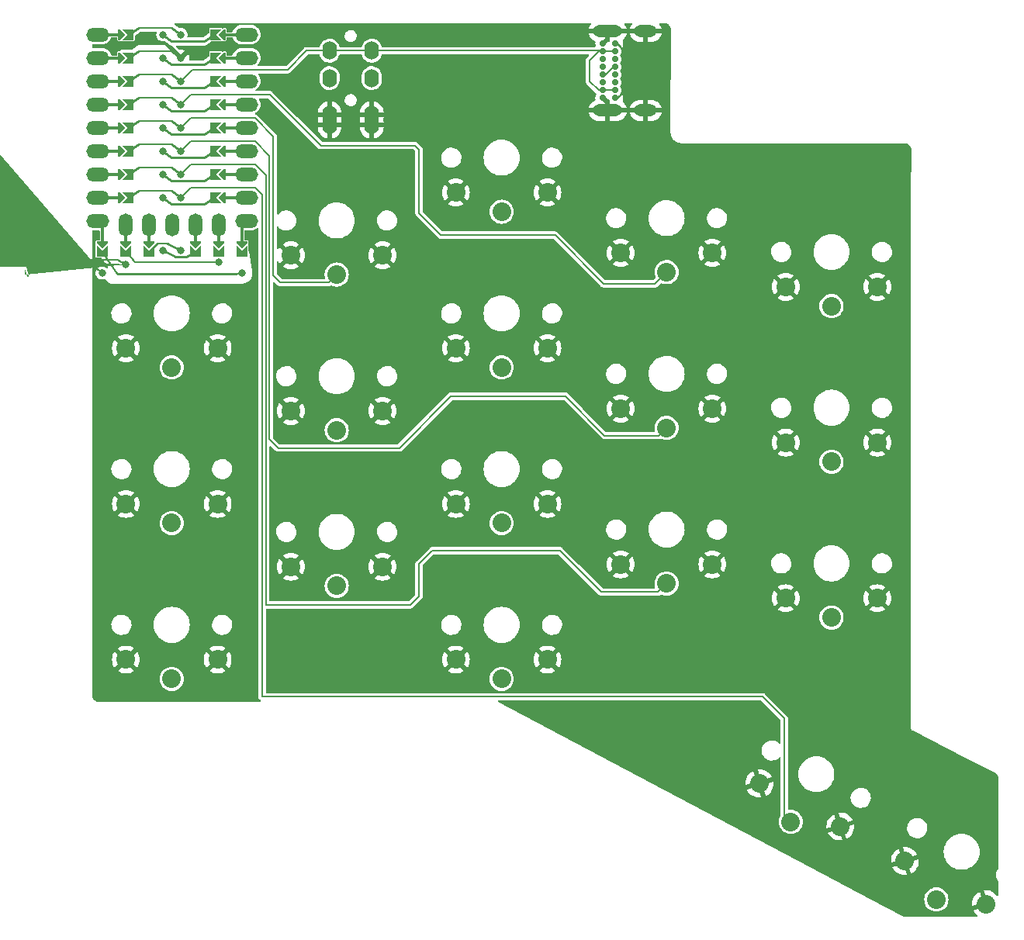
<source format=gbr>
%TF.GenerationSoftware,KiCad,Pcbnew,7.0.6*%
%TF.CreationDate,2023-11-22T12:36:20+08:00*%
%TF.ProjectId,tenten,74656e74-656e-42e6-9b69-6361645f7063,rev?*%
%TF.SameCoordinates,Original*%
%TF.FileFunction,Copper,L2,Bot*%
%TF.FilePolarity,Positive*%
%FSLAX46Y46*%
G04 Gerber Fmt 4.6, Leading zero omitted, Abs format (unit mm)*
G04 Created by KiCad (PCBNEW 7.0.6) date 2023-11-22 12:36:20*
%MOMM*%
%LPD*%
G01*
G04 APERTURE LIST*
G04 Aperture macros list*
%AMFreePoly0*
4,1,44,-0.993077,0.884004,-0.990176,0.884614,-0.985855,0.882966,-0.964783,0.879937,-0.945631,0.867628,-0.924365,0.859520,-0.225596,0.328456,-0.123607,0.380423,0.000000,0.400000,0.123607,0.380423,0.235114,0.323607,0.323607,0.235114,0.380423,0.123607,0.400000,0.000000,0.380423,-0.123607,0.323607,-0.235114,0.235114,-0.323607,0.123607,-0.380423,0.000000,-0.400000,-0.123607,-0.380423,
-0.235114,-0.323607,-0.323607,-0.235114,-0.380423,-0.123607,-0.400000,0.000000,-0.380423,0.123607,-0.377296,0.129742,-1.042109,0.635000,-4.462886,0.635000,-5.598785,-0.104746,-5.631059,-0.119722,-5.701490,-0.120148,-5.760972,-0.082427,-5.790618,-0.018537,-5.781016,0.051238,-5.735215,0.104746,-4.568215,0.864746,-4.567748,0.864962,-4.567580,0.865157,-4.566897,0.865357,-4.535942,0.879722,
-4.517597,0.879832,-4.500000,0.885000,-1.000000,0.885000,-0.993077,0.884004,-0.993077,0.884004,$1*%
%AMFreePoly1*
4,1,6,0.600000,-0.250000,-0.600000,-0.250000,-0.600000,1.000000,0.000000,0.400000,0.600000,1.000000,0.600000,-0.250000,0.600000,-0.250000,$1*%
%AMFreePoly2*
4,1,55,-1.015243,0.861754,-1.014482,0.861989,-0.985924,0.852227,-0.957221,0.842902,-0.956752,0.842257,-0.956000,0.842000,-0.247840,0.310880,-0.235114,0.323607,-0.123607,0.380423,0.000000,0.400000,0.123607,0.380423,0.235114,0.323607,0.323607,0.235114,0.380423,0.123607,0.400000,0.000000,0.380423,-0.123607,0.323607,-0.235114,0.235114,-0.323607,0.123607,-0.380423,0.000000,-0.400000,
-0.123607,-0.380423,-0.235114,-0.323607,-0.323607,-0.235114,-0.380423,-0.123607,-0.400000,0.000000,-0.380423,0.123607,-0.366889,0.150167,-1.049333,0.662000,-15.314589,0.662000,-15.460028,0.628804,-15.594434,0.564078,-15.711066,0.471066,-15.804078,0.354434,-15.868804,0.220028,-15.902000,0.074589,-15.902000,0.008381,-15.522395,-2.240355,-15.531443,-2.301493,-15.574698,-2.345635,-15.635640,-2.355923,
-15.690989,-2.328425,-15.719605,-2.273645,-16.100605,-0.016645,-16.099514,-0.009276,-16.102000,0.000000,-16.085437,0.168168,-16.036384,0.329873,-15.956726,0.478901,-15.849526,0.609526,-15.718901,0.716726,-15.569873,0.796384,-15.408168,0.845437,-15.240000,0.862000,-1.016000,0.862000,-1.015243,0.861754,-1.015243,0.861754,$1*%
%AMFreePoly3*
4,1,58,-10.159996,0.608000,-0.889000,0.608000,-0.864550,0.600056,-0.839386,0.594824,-0.282256,0.276464,-0.235114,0.323607,-0.123607,0.380423,0.000000,0.400000,0.123607,0.380423,0.235114,0.323607,0.323607,0.235114,0.380423,0.123607,0.400000,0.000000,0.380423,-0.123607,0.323607,-0.235114,0.235114,-0.323607,0.123607,-0.380423,0.000000,-0.400000,-0.123607,-0.380423,-0.235114,-0.323607,
-0.323607,-0.235114,-0.380423,-0.123607,-0.400000,0.000000,-0.397796,0.013918,-0.383530,0.103985,-0.915556,0.408000,-10.160000,0.408000,-10.229858,0.407970,-10.366497,0.378806,-10.494038,0.321763,-10.606862,0.239354,-10.700000,0.135209,-10.769347,0.013918,-10.811848,-0.119177,-10.825632,-0.258212,-10.810090,-0.397061,-10.788028,-0.463344,-10.787853,-0.466251,-10.786532,-0.468248,-10.571636,-1.243281,
-10.574334,-1.305026,-10.612810,-1.353392,-10.672367,-1.369905,-10.730255,-1.348259,-10.764364,-1.296719,-10.979260,-0.521686,-10.979202,-0.520366,-11.014444,-0.367879,-11.020611,-0.205102,-10.996045,-0.044070,-10.941624,0.109464,-10.859291,0.250019,-10.751985,0.372575,-10.623539,0.472756,-10.478540,0.546984,-10.322166,0.592609,-10.160000,0.608001,-10.159996,0.608000,-10.159996,0.608000,$1*%
%AMFreePoly4*
4,1,38,-1.464783,0.879937,-1.454969,0.873630,-1.443504,0.871504,-0.277826,0.280894,-0.235114,0.323607,-0.123607,0.380423,0.000000,0.400000,0.123607,0.380423,0.235114,0.323607,0.323607,0.235114,0.380423,0.123607,0.400000,0.000000,0.380423,-0.123607,0.323607,-0.235114,0.235114,-0.323607,0.123607,-0.380423,0.000000,-0.400000,-0.123607,-0.380423,-0.235114,-0.323607,-0.323607,-0.235114,
-0.380423,-0.123607,-0.400000,0.000000,-0.390831,0.057891,-1.529859,0.635000,-2.471205,0.635000,-3.485312,0.141598,-3.519195,0.130743,-3.589135,0.139061,-3.643476,0.183872,-3.664963,0.250948,-3.646776,0.318992,-3.594688,0.366402,-2.554688,0.872402,-2.520805,0.883257,-2.510222,0.881998,-2.500000,0.885000,-1.500000,0.885000,-1.464783,0.879937,-1.464783,0.879937,$1*%
%AMFreePoly5*
4,1,41,-1.464783,0.879937,-1.454969,0.873630,-1.443504,0.871504,-0.277826,0.280894,-0.235114,0.323607,-0.123607,0.380423,0.000000,0.400000,0.123607,0.380423,0.235114,0.323607,0.323607,0.235114,0.380423,0.123607,0.400000,0.000000,0.380423,-0.123607,0.323607,-0.235114,0.235114,-0.323607,0.123607,-0.380423,0.000000,-0.400000,-0.123607,-0.380423,-0.235114,-0.323607,-0.323607,-0.235114,
-0.380423,-0.123607,-0.400000,0.000000,-0.390831,0.057891,-1.529859,0.635000,-2.449147,0.635000,-3.452737,-0.343500,-3.481487,-0.364460,-3.550495,-0.378559,-3.616171,-0.353111,-3.657662,-0.296197,-3.661797,-0.225885,-3.627263,-0.164500,-2.587262,0.849500,-2.570657,0.861605,-2.567580,0.865157,-2.564576,0.866039,-2.558512,0.870460,-2.528947,0.876500,-2.500000,0.885000,-1.500000,0.885000,
-1.464783,0.879937,-1.464783,0.879937,$1*%
%AMFreePoly6*
4,1,36,-9.896557,1.079266,-9.096566,0.100000,-0.384162,0.100000,-0.380423,0.123607,-0.323607,0.235114,-0.235114,0.323607,-0.123607,0.380423,0.000000,0.400000,0.123607,0.380423,0.235114,0.323607,0.323607,0.235114,0.380423,0.123607,0.400000,0.000000,0.380423,-0.123607,0.323607,-0.235114,0.235114,-0.323607,0.123607,-0.380423,0.000000,-0.400000,-0.123607,-0.380423,-0.235114,-0.323607,
-0.323607,-0.235114,-0.380423,-0.123607,-0.384162,-0.100000,-9.144000,-0.100000,-9.156424,-0.095963,-9.169466,-0.096703,-9.185097,-0.086646,-9.202779,-0.080902,-9.210459,-0.070331,-9.221443,-0.063265,-10.051443,0.952734,-10.073840,1.010337,-10.058101,1.070103,-10.010238,1.109204,-9.948534,1.112704,-9.896557,1.079266,-9.896557,1.079266,$1*%
%AMFreePoly7*
4,1,40,-15.206532,2.374234,-15.157535,2.336564,-13.536328,-0.027000,-0.644902,-0.027000,-0.396404,0.022698,-0.380423,0.123607,-0.323607,0.235114,-0.235114,0.323607,-0.123607,0.380423,0.000000,0.400000,0.123607,0.380423,0.235114,0.323607,0.323607,0.235114,0.380423,0.123607,0.400000,0.000000,0.380423,-0.123607,0.323607,-0.235114,0.235114,-0.323607,0.123607,-0.380423,0.000000,-0.400000,
-0.123607,-0.380423,-0.235114,-0.323607,-0.323607,-0.235114,-0.337472,-0.207902,-0.355241,-0.173028,-0.615388,-0.225058,-0.625406,-0.223882,-0.635000,-0.227000,-13.589000,-0.227000,-13.605315,-0.221699,-13.622468,-0.221234,-13.633975,-0.212387,-13.647779,-0.207902,-13.657864,-0.194020,-13.671465,-0.183564,-15.322465,2.223436,-15.339964,2.282711,-15.319279,2.340950,-15.268313,2.375909,-15.206532,2.374234,
-15.206532,2.374234,$1*%
%AMFreePoly8*
4,1,6,0.600000,0.200000,0.000000,-0.400000,-0.600000,0.200000,-0.600000,0.400000,0.600000,0.400000,0.600000,0.200000,0.600000,0.200000,$1*%
G04 Aperture macros list end*
%TA.AperFunction,ComponentPad*%
%ADD10C,2.032000*%
%TD*%
%TA.AperFunction,ComponentPad*%
%ADD11C,0.700000*%
%TD*%
%TA.AperFunction,ComponentPad*%
%ADD12O,3.200000X1.300000*%
%TD*%
%TA.AperFunction,ComponentPad*%
%ADD13O,2.500000X1.300000*%
%TD*%
%TA.AperFunction,ComponentPad*%
%ADD14C,0.800000*%
%TD*%
%TA.AperFunction,SMDPad,CuDef*%
%ADD15FreePoly0,180.000000*%
%TD*%
%TA.AperFunction,SMDPad,CuDef*%
%ADD16FreePoly1,270.000000*%
%TD*%
%TA.AperFunction,SMDPad,CuDef*%
%ADD17FreePoly2,180.000000*%
%TD*%
%TA.AperFunction,SMDPad,CuDef*%
%ADD18FreePoly1,0.000000*%
%TD*%
%TA.AperFunction,SMDPad,CuDef*%
%ADD19FreePoly3,180.000000*%
%TD*%
%TA.AperFunction,SMDPad,CuDef*%
%ADD20FreePoly4,180.000000*%
%TD*%
%TA.AperFunction,ComponentPad*%
%ADD21O,1.500000X2.500000*%
%TD*%
%TA.AperFunction,SMDPad,CuDef*%
%ADD22FreePoly5,0.000000*%
%TD*%
%TA.AperFunction,SMDPad,CuDef*%
%ADD23FreePoly6,0.000000*%
%TD*%
%TA.AperFunction,SMDPad,CuDef*%
%ADD24FreePoly7,0.000000*%
%TD*%
%TA.AperFunction,SMDPad,CuDef*%
%ADD25FreePoly1,90.000000*%
%TD*%
%TA.AperFunction,SMDPad,CuDef*%
%ADD26FreePoly0,0.000000*%
%TD*%
%TA.AperFunction,ComponentPad*%
%ADD27O,2.500000X1.500000*%
%TD*%
%TA.AperFunction,SMDPad,CuDef*%
%ADD28R,2.000000X0.300000*%
%TD*%
%TA.AperFunction,SMDPad,CuDef*%
%ADD29FreePoly8,90.000000*%
%TD*%
%TA.AperFunction,SMDPad,CuDef*%
%ADD30R,0.300000X2.000000*%
%TD*%
%TA.AperFunction,SMDPad,CuDef*%
%ADD31FreePoly8,0.000000*%
%TD*%
%TA.AperFunction,SMDPad,CuDef*%
%ADD32FreePoly8,270.000000*%
%TD*%
%TA.AperFunction,ComponentPad*%
%ADD33O,1.600000X2.000000*%
%TD*%
%TA.AperFunction,Conductor*%
%ADD34C,0.200000*%
%TD*%
G04 APERTURE END LIST*
D10*
%TO.P,S21,1,1*%
%TO.N,Switch21*%
X72457924Y-108844857D03*
%TO.P,S21,2,2*%
%TO.N,gnd*%
X67457924Y-106744857D03*
X77457924Y-106744857D03*
%TD*%
%TO.P,S1,1,1*%
%TO.N,Switch1*%
X72457924Y-74844857D03*
%TO.P,S1,2,2*%
%TO.N,gnd*%
X67457924Y-72744857D03*
X77457924Y-72744857D03*
%TD*%
%TO.P,S2,1,1*%
%TO.N,Switch2*%
X90457924Y-64702857D03*
%TO.P,S2,2,2*%
%TO.N,gnd*%
X85457924Y-62602857D03*
X95457924Y-62602857D03*
%TD*%
D11*
%TO.P,J3,A1,GND*%
%TO.N,gnd*%
X119527800Y-45443800D03*
%TO.P,J3,A4,VBUS*%
%TO.N,vcc*%
X119527800Y-44593800D03*
%TO.P,J3,A5,CC1*%
%TO.N,unconnected-(J3-CC1-PadA5)*%
X119527800Y-43743800D03*
%TO.P,J3,A6,D+*%
%TO.N,dataR*%
X119527800Y-42893800D03*
%TO.P,J3,A7,D-*%
%TO.N,dataT*%
X119527800Y-42043800D03*
%TO.P,J3,A8,SBU1*%
%TO.N,unconnected-(J3-SBU1-PadA8)*%
X119527800Y-41193800D03*
%TO.P,J3,A9,VBUS*%
%TO.N,vcc*%
X119527800Y-40343800D03*
%TO.P,J3,A12,GND*%
%TO.N,gnd*%
X119527800Y-39493800D03*
%TO.P,J3,B1,GND*%
X120877800Y-39493800D03*
%TO.P,J3,B4,VBUS*%
%TO.N,vcc*%
X120877800Y-40343800D03*
%TO.P,J3,B5,CC2*%
%TO.N,unconnected-(J3-CC2-PadB5)*%
X120877800Y-41193800D03*
%TO.P,J3,B6,D+*%
%TO.N,dataR*%
X120877800Y-42043800D03*
%TO.P,J3,B7,D-*%
%TO.N,dataT*%
X120877800Y-42893800D03*
%TO.P,J3,B8,SBU2*%
%TO.N,unconnected-(J3-SBU2-PadB8)*%
X120877800Y-43743800D03*
%TO.P,J3,B9,VBUS*%
%TO.N,vcc*%
X120877800Y-44593800D03*
%TO.P,J3,B12,GND*%
%TO.N,gnd*%
X120877800Y-45443800D03*
D12*
%TO.P,J3,S1,SHIELD*%
X120027800Y-46788800D03*
D13*
X124177800Y-46788800D03*
D12*
X120027800Y-38148800D03*
D13*
X124177800Y-38148800D03*
%TD*%
D10*
%TO.P,S22,1,1*%
%TO.N,Switch22*%
X90457924Y-98702857D03*
%TO.P,S22,2,2*%
%TO.N,gnd*%
X85457924Y-96602857D03*
X95457924Y-96602857D03*
%TD*%
%TO.P,S14,1,1*%
%TO.N,Switch14*%
X126457924Y-81444857D03*
%TO.P,S14,2,2*%
%TO.N,gnd*%
X121457924Y-79344857D03*
X131457924Y-79344857D03*
%TD*%
%TO.P,S25,1,1*%
%TO.N,Switch25*%
X144457924Y-102144857D03*
%TO.P,S25,2,2*%
%TO.N,gnd*%
X139457924Y-100044857D03*
X149457924Y-100044857D03*
%TD*%
%TO.P,S23,1,1*%
%TO.N,Switch23*%
X108457924Y-91844857D03*
%TO.P,S23,2,2*%
%TO.N,gnd*%
X103457924Y-89744857D03*
X113457924Y-89744857D03*
%TD*%
%TO.P,S13,1,1*%
%TO.N,Switch13*%
X108457924Y-74844857D03*
%TO.P,S13,2,2*%
%TO.N,gnd*%
X103457924Y-72744857D03*
X113457924Y-72744857D03*
%TD*%
%TO.P,S32,1,1*%
%TO.N,Switch32*%
X155900118Y-132929391D03*
%TO.P,S32,2,2*%
%TO.N,gnd*%
X152471270Y-128727843D03*
X161300746Y-133422559D03*
%TD*%
%TO.P,S15,1,1*%
%TO.N,Switch15*%
X144457924Y-85144857D03*
%TO.P,S15,2,2*%
%TO.N,gnd*%
X139457924Y-83044857D03*
X149457924Y-83044857D03*
%TD*%
%TO.P,S5,1,1*%
%TO.N,Switch5*%
X144457924Y-68144857D03*
%TO.P,S5,2,2*%
%TO.N,gnd*%
X139457924Y-66044857D03*
X149457924Y-66044857D03*
%TD*%
D14*
%TO.P,U1,1,0*%
%TO.N,dataT*%
X71470000Y-38510000D03*
D15*
X71470000Y-38510000D03*
D16*
X76887000Y-38510000D03*
D14*
%TO.P,U1,2,1*%
%TO.N,dataR*%
X71470000Y-41050000D03*
D15*
X71470000Y-41050000D03*
D16*
X76887000Y-41050000D03*
D14*
%TO.P,U1,3,2*%
%TO.N,Switch5*%
X71470000Y-43590000D03*
D15*
X71470000Y-43590000D03*
D16*
X76887000Y-43590000D03*
D14*
%TO.P,U1,4,3*%
%TO.N,Switch3*%
X71470000Y-46130000D03*
D15*
X71470000Y-46130000D03*
D16*
X76887000Y-46130000D03*
D14*
%TO.P,U1,5,4*%
%TO.N,Switch15*%
X71470000Y-48670000D03*
D15*
X71470000Y-48670000D03*
D16*
X76887000Y-48670000D03*
D14*
%TO.P,U1,6,5*%
%TO.N,Switch13*%
X71470000Y-51210000D03*
D15*
X71470000Y-51210000D03*
D16*
X76887000Y-51210000D03*
D14*
%TO.P,U1,7,6*%
%TO.N,Switch25*%
X71470000Y-53750000D03*
D15*
X71470000Y-53750000D03*
D16*
X76887000Y-53750000D03*
D14*
%TO.P,U1,8,7*%
%TO.N,Switch32*%
X71470000Y-56290000D03*
D15*
X71470000Y-56290000D03*
D16*
X76887000Y-56290000D03*
D14*
%TO.P,U1,9,8*%
%TO.N,Switch21*%
X64850000Y-64529000D03*
D17*
X64850000Y-64529000D03*
D18*
X80090000Y-62503000D03*
D14*
%TO.P,U1,10,9*%
%TO.N,Switch11*%
X67390000Y-63640000D03*
D19*
X67390000Y-63640000D03*
D18*
X77550000Y-62503000D03*
D14*
%TO.P,U1,11,10*%
%TO.N,Switch1*%
X71470000Y-62116000D03*
D20*
X71470000Y-62116000D03*
D18*
X75010000Y-62503000D03*
D21*
%TO.P,U1,12,11*%
%TO.N,Switch30*%
X72470000Y-59330000D03*
D18*
%TO.P,U1,13,12*%
%TO.N,Switch22*%
X69930000Y-62503000D03*
D14*
X73470000Y-62116000D03*
D22*
X73470000Y-62116000D03*
D18*
%TO.P,U1,14,13*%
%TO.N,Switch12*%
X67390000Y-62503000D03*
D14*
X77550000Y-63386000D03*
D23*
X77550000Y-63386000D03*
D18*
%TO.P,U1,15,14*%
%TO.N,Switch23*%
X64850000Y-62503000D03*
D14*
X80090000Y-64529000D03*
D24*
X80090000Y-64529000D03*
D25*
%TO.P,U1,16,15*%
%TO.N,Switch31*%
X68053000Y-56290000D03*
D14*
X73470000Y-56290000D03*
D26*
X73470000Y-56290000D03*
D25*
%TO.P,U1,17,26*%
%TO.N,Switch24*%
X68053000Y-53750000D03*
D14*
X73470000Y-53750000D03*
D26*
X73470000Y-53750000D03*
D25*
%TO.P,U1,18,27*%
%TO.N,Switch14*%
X68053000Y-51210000D03*
D14*
X73470000Y-51210000D03*
D26*
X73470000Y-51210000D03*
D25*
%TO.P,U1,19,28*%
%TO.N,Switch2*%
X68053000Y-48670000D03*
D14*
X73470000Y-48670000D03*
D26*
X73470000Y-48670000D03*
D25*
%TO.P,U1,20,29*%
%TO.N,Switch4*%
X68053000Y-46130000D03*
D14*
X73470000Y-46130000D03*
D26*
X73470000Y-46130000D03*
D25*
%TO.P,U1,21,3V3*%
%TO.N,vcc*%
X68053000Y-43590000D03*
D14*
X73470000Y-43590000D03*
D26*
X73470000Y-43590000D03*
D25*
%TO.P,U1,22,GND*%
%TO.N,gnd*%
X68053000Y-41050000D03*
D14*
X73470000Y-41050000D03*
D26*
X73470000Y-41050000D03*
D25*
%TO.P,U1,23,5V*%
%TO.N,unconnected-(U1-5V-Pad23)*%
X68053000Y-38510000D03*
D14*
X73470000Y-38510000D03*
D26*
X73470000Y-38510000D03*
D27*
%TO.P,U1,a*%
%TO.N,N/C*%
X64350000Y-38510000D03*
D28*
X65970000Y-38510000D03*
D29*
X67037000Y-38510000D03*
D27*
%TO.P,U1,b*%
X64350000Y-41050000D03*
D28*
X65970000Y-41050000D03*
D29*
X67037000Y-41050000D03*
D27*
%TO.P,U1,c*%
X64350000Y-43590000D03*
D28*
X65970000Y-43590000D03*
D29*
X67037000Y-43590000D03*
D27*
%TO.P,U1,d*%
X64350000Y-46130000D03*
D28*
X65970000Y-46130000D03*
D29*
X67037000Y-46130000D03*
D27*
%TO.P,U1,e*%
X64350000Y-48670000D03*
D28*
X65970000Y-48670000D03*
D29*
X67037000Y-48670000D03*
D27*
%TO.P,U1,f*%
X64350000Y-51210000D03*
D28*
X65970000Y-51210000D03*
D29*
X67037000Y-51210000D03*
D27*
%TO.P,U1,g*%
X64350000Y-53750000D03*
D28*
X65970000Y-53750000D03*
D29*
X67037000Y-53750000D03*
D27*
%TO.P,U1,h*%
X64350000Y-56290000D03*
D28*
X65970000Y-56290000D03*
D29*
X67037000Y-56290000D03*
D27*
%TO.P,U1,i*%
X64350000Y-58830000D03*
D30*
X64850000Y-60420000D03*
D31*
X64850000Y-61487000D03*
D21*
%TO.P,U1,j*%
X67390000Y-59330000D03*
D30*
X67390000Y-60670000D03*
D31*
X67390000Y-61487000D03*
D21*
%TO.P,U1,k*%
X69930000Y-59330000D03*
D30*
X69930000Y-60670000D03*
D31*
X69930000Y-61487000D03*
D21*
%TO.P,U1,l*%
X75010000Y-59330000D03*
D30*
X75010000Y-60670000D03*
D31*
X75010000Y-61487000D03*
D21*
%TO.P,U1,m*%
X77550000Y-59330000D03*
D30*
X77550000Y-60670000D03*
D31*
X77550000Y-61487000D03*
D27*
%TO.P,U1,n*%
X80590000Y-58830000D03*
D30*
X80090000Y-60420000D03*
D31*
X80090000Y-61487000D03*
D32*
%TO.P,U1,o*%
X77903000Y-56290000D03*
D28*
X78970000Y-56290000D03*
D27*
X80590000Y-56290000D03*
D32*
%TO.P,U1,p*%
X77903000Y-53750000D03*
D28*
X78970000Y-53750000D03*
D27*
X80590000Y-53750000D03*
D32*
%TO.P,U1,q*%
X77903000Y-51210000D03*
D28*
X78970000Y-51210000D03*
D27*
X80590000Y-51210000D03*
D32*
%TO.P,U1,r*%
X77903000Y-48670000D03*
D28*
X78970000Y-48670000D03*
D27*
X80590000Y-48670000D03*
D32*
%TO.P,U1,s*%
X77903000Y-46130000D03*
D28*
X78970000Y-46130000D03*
D27*
X80590000Y-46130000D03*
D32*
%TO.P,U1,t*%
X77903000Y-43590000D03*
D28*
X78970000Y-43590000D03*
D27*
X80590000Y-43590000D03*
D32*
%TO.P,U1,u*%
X77903000Y-41050000D03*
D28*
X78970000Y-41050000D03*
D27*
X80590000Y-41050000D03*
D32*
%TO.P,U1,v*%
X77903000Y-38510000D03*
D28*
X78970000Y-38510000D03*
D27*
X80590000Y-38510000D03*
%TD*%
D10*
%TO.P,S4,1,1*%
%TO.N,Switch4*%
X126457924Y-64444857D03*
%TO.P,S4,2,2*%
%TO.N,gnd*%
X121457924Y-62344857D03*
X131457924Y-62344857D03*
%TD*%
%TO.P,S24,1,1*%
%TO.N,Switch24*%
X126457924Y-98444857D03*
%TO.P,S24,2,2*%
%TO.N,gnd*%
X121457924Y-96344857D03*
X131457924Y-96344857D03*
%TD*%
%TO.P,S30,1,1*%
%TO.N,Switch30*%
X108457924Y-108844857D03*
%TO.P,S30,2,2*%
%TO.N,gnd*%
X103457924Y-106744857D03*
X113457924Y-106744857D03*
%TD*%
%TO.P,S12,1,1*%
%TO.N,Switch12*%
X90457924Y-81702857D03*
%TO.P,S12,2,2*%
%TO.N,gnd*%
X85457924Y-79602857D03*
X95457924Y-79602857D03*
%TD*%
%TO.P,S31,1,1*%
%TO.N,Switch31*%
X140023906Y-124457297D03*
%TO.P,S31,2,2*%
%TO.N,gnd*%
X136595058Y-120255749D03*
X145424534Y-124950465D03*
%TD*%
%TO.P,S3,1,1*%
%TO.N,Switch3*%
X108457924Y-57844857D03*
%TO.P,S3,2,2*%
%TO.N,gnd*%
X103457924Y-55744857D03*
X113457924Y-55744857D03*
%TD*%
%TO.P,S11,1,1*%
%TO.N,Switch11*%
X72457924Y-91844857D03*
%TO.P,S11,2,2*%
%TO.N,gnd*%
X67457924Y-89744857D03*
X77457924Y-89744857D03*
%TD*%
D33*
%TO.P,J1,R1*%
%TO.N,dataT*%
X89680000Y-43270000D03*
X94280000Y-43270000D03*
%TO.P,J1,R2*%
%TO.N,vcc*%
X89680000Y-40270000D03*
X94280000Y-40270000D03*
%TO.P,J1,S*%
%TO.N,gnd*%
X89680000Y-48370000D03*
X94280000Y-48370000D03*
%TO.P,J1,T*%
X89680000Y-47270000D03*
X94280000Y-47270000D03*
%TD*%
D34*
%TO.N,Switch2*%
X89580781Y-65580000D02*
X90457924Y-64702857D01*
X74520000Y-47620000D02*
X81524924Y-47620000D01*
X83520000Y-64820000D02*
X84280000Y-65580000D01*
X73470000Y-48670000D02*
X74520000Y-47620000D01*
X81524924Y-47620000D02*
X83520000Y-49615076D01*
X83520000Y-49615076D02*
X83520000Y-64820000D01*
X84280000Y-65580000D02*
X89580781Y-65580000D01*
%TO.N,Switch4*%
X101840000Y-60410000D02*
X114290000Y-60410000D01*
X99010000Y-50630000D02*
X99440000Y-51060000D01*
X83170000Y-45080000D02*
X88720000Y-50630000D01*
X99440000Y-58010000D02*
X101840000Y-60410000D01*
X114290000Y-60410000D02*
X119610000Y-65730000D01*
X119610000Y-65730000D02*
X125172781Y-65730000D01*
X99440000Y-51060000D02*
X99440000Y-58010000D01*
X74520000Y-45080000D02*
X83170000Y-45080000D01*
X73470000Y-46130000D02*
X74520000Y-45080000D01*
X88720000Y-50630000D02*
X99010000Y-50630000D01*
X125172781Y-65730000D02*
X126457924Y-64444857D01*
%TO.N,Switch14*%
X74520000Y-50160000D02*
X81524924Y-50160000D01*
X83120000Y-82680000D02*
X84090000Y-83650000D01*
X102930000Y-77990000D02*
X115400000Y-77990000D01*
X125612781Y-82290000D02*
X126457924Y-81444857D01*
X84090000Y-83650000D02*
X97270000Y-83650000D01*
X81524924Y-50160000D02*
X83120000Y-51755076D01*
X115400000Y-77990000D02*
X119700000Y-82290000D01*
X119700000Y-82290000D02*
X125612781Y-82290000D01*
X73470000Y-51210000D02*
X74520000Y-50160000D01*
X97270000Y-83650000D02*
X102930000Y-77990000D01*
X83120000Y-51755076D02*
X83120000Y-82680000D01*
%TO.N,Switch24*%
X82720000Y-53895076D02*
X82720000Y-100760000D01*
X98520000Y-100760000D02*
X99440000Y-99840000D01*
X82720000Y-100760000D02*
X98520000Y-100760000D01*
X119330000Y-99360000D02*
X125542781Y-99360000D01*
X81524924Y-52700000D02*
X82720000Y-53895076D01*
X125542781Y-99360000D02*
X126457924Y-98444857D01*
X99440000Y-96280000D02*
X100852643Y-94867357D01*
X74520000Y-52700000D02*
X81524924Y-52700000D01*
X99440000Y-99840000D02*
X99440000Y-96280000D01*
X73470000Y-53750000D02*
X74520000Y-52700000D01*
X100852643Y-94867357D02*
X114837357Y-94867357D01*
X114837357Y-94867357D02*
X119330000Y-99360000D01*
%TO.N,Switch31*%
X82320000Y-55970000D02*
X82320000Y-110790000D01*
X73470000Y-56290000D02*
X74520000Y-55240000D01*
X81590000Y-55240000D02*
X82320000Y-55970000D01*
X74520000Y-55240000D02*
X81590000Y-55240000D01*
X136920000Y-110790000D02*
X139311282Y-113181282D01*
X139311282Y-123744673D02*
X140023906Y-124457297D01*
X139311282Y-113181282D02*
X139311282Y-123744673D01*
X82320000Y-110790000D02*
X136920000Y-110790000D01*
%TO.N,vcc*%
X85080000Y-42340000D02*
X87150000Y-40270000D01*
X118033800Y-43594774D02*
X119032826Y-44593800D01*
X87150000Y-40270000D02*
X89680000Y-40270000D01*
X119454000Y-40270000D02*
X119527800Y-40343800D01*
X119527800Y-44593800D02*
X120877800Y-44593800D01*
X118033800Y-41342826D02*
X118033800Y-43594774D01*
X119032826Y-40343800D02*
X118033800Y-41342826D01*
X119527800Y-40343800D02*
X119032826Y-40343800D01*
X73470000Y-43590000D02*
X74720000Y-42340000D01*
X119527800Y-40343800D02*
X120877800Y-40343800D01*
X89680000Y-40270000D02*
X119454000Y-40270000D01*
X74720000Y-42340000D02*
X85080000Y-42340000D01*
X119032826Y-44593800D02*
X119527800Y-44593800D01*
%TO.N,dataR*%
X119527800Y-42893800D02*
X119793200Y-42893800D01*
X119793200Y-42893800D02*
X120643200Y-42043800D01*
X120643200Y-42043800D02*
X120877800Y-42043800D01*
%TD*%
%TA.AperFunction,Conductor*%
%TO.N,gnd*%
G36*
X122674547Y-37269407D02*
G01*
X122710511Y-37318907D01*
X122710511Y-37380093D01*
X122689518Y-37416196D01*
X122656150Y-37452798D01*
X122543952Y-37634006D01*
X122466961Y-37832740D01*
X122454612Y-37898799D01*
X122454613Y-37898800D01*
X123482219Y-37898800D01*
X123430740Y-37954721D01*
X123383818Y-38061692D01*
X123374172Y-38178102D01*
X123402847Y-38291338D01*
X123466736Y-38389127D01*
X123479164Y-38398800D01*
X122454613Y-38398800D01*
X122466961Y-38464859D01*
X122543952Y-38663593D01*
X122656152Y-38844804D01*
X122799724Y-39002293D01*
X122799735Y-39002303D01*
X122969807Y-39130737D01*
X122969816Y-39130742D01*
X123160589Y-39225735D01*
X123365583Y-39284061D01*
X123524627Y-39298799D01*
X123524635Y-39298800D01*
X123927799Y-39298800D01*
X123927800Y-39298798D01*
X123927800Y-38498800D01*
X124427800Y-38498800D01*
X124427800Y-39298799D01*
X124427801Y-39298800D01*
X124830965Y-39298800D01*
X124830972Y-39298799D01*
X124990016Y-39284061D01*
X125195010Y-39225735D01*
X125385783Y-39130742D01*
X125385792Y-39130737D01*
X125555864Y-39002303D01*
X125555875Y-39002293D01*
X125699447Y-38844804D01*
X125811647Y-38663593D01*
X125888638Y-38464859D01*
X125900987Y-38398800D01*
X124873381Y-38398800D01*
X124924860Y-38342879D01*
X124971782Y-38235908D01*
X124981428Y-38119498D01*
X124952753Y-38006262D01*
X124888864Y-37908473D01*
X124876436Y-37898800D01*
X125900987Y-37898800D01*
X125900987Y-37898799D01*
X125888638Y-37832740D01*
X125811647Y-37634006D01*
X125699449Y-37452798D01*
X125666082Y-37416196D01*
X125640852Y-37360455D01*
X125653204Y-37300529D01*
X125698421Y-37259309D01*
X125739244Y-37250500D01*
X126231619Y-37250500D01*
X126239467Y-37251226D01*
X126245569Y-37251393D01*
X126245571Y-37251394D01*
X126290420Y-37252625D01*
X126295849Y-37253074D01*
X126404811Y-37268172D01*
X126421633Y-37270503D01*
X126442749Y-37275848D01*
X126553968Y-37317477D01*
X126573405Y-37327311D01*
X126672832Y-37392258D01*
X126689644Y-37406101D01*
X126709103Y-37426101D01*
X126772460Y-37491219D01*
X126785839Y-37508406D01*
X126848035Y-37609571D01*
X126857333Y-37629270D01*
X126895899Y-37741588D01*
X126900664Y-37762843D01*
X126905212Y-37803914D01*
X126904123Y-37833022D01*
X126902716Y-37840537D01*
X126899503Y-49097366D01*
X126899368Y-49101014D01*
X126893310Y-49182698D01*
X126893310Y-49182702D01*
X126909948Y-49372544D01*
X126909948Y-49372546D01*
X126956944Y-49557226D01*
X126956944Y-49557227D01*
X127033071Y-49731924D01*
X127047241Y-49753899D01*
X127136346Y-49892086D01*
X127264066Y-50033520D01*
X127264067Y-50033521D01*
X127264068Y-50033522D01*
X127265266Y-50034480D01*
X127412899Y-50152537D01*
X127498098Y-50200504D01*
X127578952Y-50246025D01*
X127578953Y-50246025D01*
X127578958Y-50246028D01*
X127757907Y-50311553D01*
X127945073Y-50347400D01*
X127945078Y-50347400D01*
X127949048Y-50347833D01*
X127948961Y-50348628D01*
X127975558Y-50353975D01*
X127992399Y-50360500D01*
X127992401Y-50360500D01*
X152498570Y-50360500D01*
X152498576Y-50360500D01*
X152498581Y-50360498D01*
X152500532Y-50360318D01*
X152520032Y-50360438D01*
X152602930Y-50369163D01*
X152621835Y-50373046D01*
X152733169Y-50407525D01*
X152750975Y-50415012D01*
X152840788Y-50463585D01*
X152853486Y-50470452D01*
X152869497Y-50481253D01*
X152937531Y-50537544D01*
X152959285Y-50555543D01*
X152972896Y-50569252D01*
X153046549Y-50659568D01*
X153057240Y-50675659D01*
X153111949Y-50778557D01*
X153119311Y-50796419D01*
X153152995Y-50907986D01*
X153156747Y-50926938D01*
X153168806Y-51049899D01*
X153169042Y-51054756D01*
X153167913Y-53446208D01*
X153161228Y-53481922D01*
X153129500Y-53563825D01*
X153129500Y-114228950D01*
X153129095Y-114283962D01*
X153129095Y-114283963D01*
X153136408Y-114303259D01*
X153141147Y-114320148D01*
X153144939Y-114340434D01*
X153154239Y-114355454D01*
X153162640Y-114372481D01*
X153168908Y-114389020D01*
X153168909Y-114389021D01*
X153182696Y-114404369D01*
X153193219Y-114418409D01*
X153204081Y-114435952D01*
X153218179Y-114446598D01*
X153232167Y-114459444D01*
X153243979Y-114472593D01*
X153243980Y-114472594D01*
X153243984Y-114472598D01*
X153262393Y-114481934D01*
X153277270Y-114491222D01*
X153293732Y-114503653D01*
X153293736Y-114503656D01*
X153310736Y-114508493D01*
X153328413Y-114515416D01*
X159065937Y-117425155D01*
X162291923Y-119061188D01*
X162296315Y-119063706D01*
X162393577Y-119126269D01*
X162407739Y-119137315D01*
X162487505Y-119212114D01*
X162499438Y-119225538D01*
X162564382Y-119313525D01*
X162573693Y-119328883D01*
X162621665Y-119427141D01*
X162628049Y-119443929D01*
X162657482Y-119549248D01*
X162660727Y-119566913D01*
X162671220Y-119682109D01*
X162671240Y-119682323D01*
X162671444Y-119686816D01*
X162671444Y-119732385D01*
X162671445Y-119732393D01*
X162674706Y-119742431D01*
X162679550Y-119772937D01*
X162687562Y-129551056D01*
X162668702Y-129609262D01*
X162663382Y-129615968D01*
X162624956Y-129660313D01*
X162519785Y-129842475D01*
X162450991Y-130041243D01*
X162450989Y-130041250D01*
X162421055Y-130249444D01*
X162421055Y-130249451D01*
X162431064Y-130459553D01*
X162431065Y-130459560D01*
X162480652Y-130663960D01*
X162568031Y-130855296D01*
X162568034Y-130855301D01*
X162670438Y-130999107D01*
X162688795Y-131056452D01*
X162689934Y-132446368D01*
X162671074Y-132504574D01*
X162621604Y-132540578D01*
X162560418Y-132540629D01*
X162515654Y-132510744D01*
X162376043Y-132347279D01*
X162376025Y-132347261D01*
X162194582Y-132192295D01*
X161991127Y-132067617D01*
X161991116Y-132067612D01*
X161770670Y-131976300D01*
X161770666Y-131976299D01*
X161538632Y-131920592D01*
X161300746Y-131901871D01*
X161102028Y-131917510D01*
X161368029Y-132787559D01*
X161260794Y-132787559D01*
X161141573Y-132802620D01*
X160992401Y-132861682D01*
X160890483Y-132935729D01*
X160623421Y-132062207D01*
X160610369Y-132067615D01*
X160610363Y-132067618D01*
X160406909Y-132192295D01*
X160225466Y-132347261D01*
X160225448Y-132347279D01*
X160070482Y-132528722D01*
X159945804Y-132732177D01*
X159945799Y-132732188D01*
X159854487Y-132952634D01*
X159854486Y-132952638D01*
X159798779Y-133184672D01*
X159780058Y-133422558D01*
X159795697Y-133621275D01*
X160667216Y-133354824D01*
X160661962Y-133382370D01*
X160672036Y-133542492D01*
X160721614Y-133695078D01*
X160807581Y-133830540D01*
X160810968Y-133833721D01*
X159940394Y-134099883D01*
X159945803Y-134112938D01*
X159945804Y-134112940D01*
X160070480Y-134316391D01*
X160070481Y-134316393D01*
X160225448Y-134497838D01*
X160225459Y-134497849D01*
X160378573Y-134628619D01*
X160410542Y-134680788D01*
X160405742Y-134741785D01*
X160366006Y-134788311D01*
X160314359Y-134802900D01*
X152349175Y-134809418D01*
X152302764Y-134797908D01*
X148774233Y-132929394D01*
X154578589Y-132929394D01*
X154598664Y-133158864D01*
X154598665Y-133158871D01*
X154598666Y-133158872D01*
X154658287Y-133381381D01*
X154677488Y-133422558D01*
X154755640Y-133590156D01*
X154755640Y-133590157D01*
X154878427Y-133765513D01*
X154887768Y-133778853D01*
X155050656Y-133941741D01*
X155050659Y-133941743D01*
X155050660Y-133941744D01*
X155239351Y-134073868D01*
X155239352Y-134073868D01*
X155239353Y-134073869D01*
X155448128Y-134171222D01*
X155670637Y-134230843D01*
X155670641Y-134230843D01*
X155670644Y-134230844D01*
X155900115Y-134250920D01*
X155900118Y-134250920D01*
X155900121Y-134250920D01*
X156129591Y-134230844D01*
X156129592Y-134230843D01*
X156129599Y-134230843D01*
X156352108Y-134171222D01*
X156560883Y-134073869D01*
X156749580Y-133941741D01*
X156912468Y-133778853D01*
X157044596Y-133590156D01*
X157141949Y-133381381D01*
X157201570Y-133158872D01*
X157219321Y-132955985D01*
X157221647Y-132929394D01*
X157221647Y-132929387D01*
X157201571Y-132699917D01*
X157201570Y-132699914D01*
X157201570Y-132699910D01*
X157141949Y-132477401D01*
X157044596Y-132268627D01*
X156912468Y-132079929D01*
X156749580Y-131917041D01*
X156749576Y-131917038D01*
X156749575Y-131917037D01*
X156560884Y-131784913D01*
X156456495Y-131736236D01*
X156352108Y-131687560D01*
X156129599Y-131627939D01*
X156129598Y-131627938D01*
X156129591Y-131627937D01*
X155900121Y-131607862D01*
X155900115Y-131607862D01*
X155670644Y-131627937D01*
X155670636Y-131627939D01*
X155670637Y-131627939D01*
X155448128Y-131687560D01*
X155350776Y-131732956D01*
X155239355Y-131784912D01*
X155050660Y-131917037D01*
X154887764Y-132079933D01*
X154755639Y-132268628D01*
X154658287Y-132477402D01*
X154598664Y-132699917D01*
X154578589Y-132929387D01*
X154578589Y-132929394D01*
X148774233Y-132929394D01*
X140839957Y-128727842D01*
X150950582Y-128727842D01*
X150966221Y-128926559D01*
X151837740Y-128660108D01*
X151832486Y-128687654D01*
X151842560Y-128847776D01*
X151892138Y-129000362D01*
X151978105Y-129135824D01*
X151981492Y-129139005D01*
X151110918Y-129405167D01*
X151116327Y-129418222D01*
X151116328Y-129418224D01*
X151241004Y-129621675D01*
X151241005Y-129621677D01*
X151395972Y-129803122D01*
X151395990Y-129803140D01*
X151577433Y-129958106D01*
X151780888Y-130082784D01*
X151780899Y-130082789D01*
X152001345Y-130174101D01*
X152001349Y-130174102D01*
X152233383Y-130229809D01*
X152471269Y-130248530D01*
X152669986Y-130232890D01*
X152403986Y-129362843D01*
X152511222Y-129362843D01*
X152630443Y-129347782D01*
X152779615Y-129288720D01*
X152881530Y-129214673D01*
X153148593Y-130088192D01*
X153161647Y-130082786D01*
X153161651Y-130082784D01*
X153365106Y-129958106D01*
X153546549Y-129803140D01*
X153546567Y-129803122D01*
X153701533Y-129621679D01*
X153826211Y-129418224D01*
X153826216Y-129418213D01*
X153917528Y-129197767D01*
X153917529Y-129197763D01*
X153973236Y-128965729D01*
X153991957Y-128727843D01*
X153976317Y-128529125D01*
X153104799Y-128795574D01*
X153110054Y-128768032D01*
X153099980Y-128607910D01*
X153050402Y-128455324D01*
X152964435Y-128319862D01*
X152961046Y-128316679D01*
X153831619Y-128050518D01*
X153826214Y-128037468D01*
X153826209Y-128037459D01*
X153701535Y-127834010D01*
X153701534Y-127834008D01*
X153604163Y-127720000D01*
X156699981Y-127720000D01*
X156720032Y-128000357D01*
X156720032Y-128000360D01*
X156720033Y-128000363D01*
X156776061Y-128257918D01*
X156779782Y-128275022D01*
X156878008Y-128538376D01*
X156878012Y-128538384D01*
X157012710Y-128785067D01*
X157059654Y-128847776D01*
X157181159Y-129010088D01*
X157379912Y-129208841D01*
X157422205Y-129240501D01*
X157604932Y-129377289D01*
X157851615Y-129511987D01*
X157851623Y-129511991D01*
X157851625Y-129511992D01*
X158114977Y-129610217D01*
X158114982Y-129610219D01*
X158389637Y-129669967D01*
X158521004Y-129679362D01*
X158599822Y-129685000D01*
X158599825Y-129685000D01*
X158740178Y-129685000D01*
X158810237Y-129679989D01*
X158950363Y-129669967D01*
X159225018Y-129610219D01*
X159488375Y-129511992D01*
X159634143Y-129432397D01*
X159735067Y-129377289D01*
X159735070Y-129377286D01*
X159735073Y-129377285D01*
X159960088Y-129208841D01*
X160158841Y-129010088D01*
X160327285Y-128785073D01*
X160327286Y-128785070D01*
X160327289Y-128785067D01*
X160461987Y-128538384D01*
X160461991Y-128538376D01*
X160461992Y-128538375D01*
X160560219Y-128275018D01*
X160619967Y-128000363D01*
X160640019Y-127720000D01*
X160619967Y-127439637D01*
X160560219Y-127164982D01*
X160461992Y-126901625D01*
X160461987Y-126901615D01*
X160327289Y-126654932D01*
X160269880Y-126578243D01*
X160158841Y-126429912D01*
X159960088Y-126231159D01*
X159871789Y-126165059D01*
X159735067Y-126062710D01*
X159488384Y-125928012D01*
X159488376Y-125928008D01*
X159225021Y-125829782D01*
X159225023Y-125829782D01*
X159163723Y-125816447D01*
X158950363Y-125770033D01*
X158950360Y-125770032D01*
X158950357Y-125770032D01*
X158740178Y-125755000D01*
X158740175Y-125755000D01*
X158599825Y-125755000D01*
X158599822Y-125755000D01*
X158389642Y-125770032D01*
X158114977Y-125829782D01*
X157851623Y-125928008D01*
X157851615Y-125928012D01*
X157604932Y-126062710D01*
X157379914Y-126231157D01*
X157181157Y-126429914D01*
X157012710Y-126654932D01*
X156878012Y-126901615D01*
X156878008Y-126901623D01*
X156779782Y-127164977D01*
X156720032Y-127439642D01*
X156699981Y-127720000D01*
X153604163Y-127720000D01*
X153546567Y-127652563D01*
X153546549Y-127652545D01*
X153365106Y-127497579D01*
X153161651Y-127372901D01*
X153161640Y-127372896D01*
X152941194Y-127281584D01*
X152941190Y-127281583D01*
X152709156Y-127225876D01*
X152471270Y-127207155D01*
X152272552Y-127222794D01*
X152538553Y-128092843D01*
X152431318Y-128092843D01*
X152312097Y-128107904D01*
X152162925Y-128166966D01*
X152061007Y-128241013D01*
X151793945Y-127367491D01*
X151780893Y-127372899D01*
X151780887Y-127372902D01*
X151577433Y-127497579D01*
X151395990Y-127652545D01*
X151395972Y-127652563D01*
X151241006Y-127834006D01*
X151116328Y-128037461D01*
X151116323Y-128037472D01*
X151025011Y-128257918D01*
X151025010Y-128257922D01*
X150969303Y-128489956D01*
X150950582Y-128727842D01*
X140839957Y-128727842D01*
X124841122Y-120255748D01*
X135074370Y-120255748D01*
X135090009Y-120454465D01*
X135961528Y-120188014D01*
X135956274Y-120215560D01*
X135966348Y-120375682D01*
X136015926Y-120528268D01*
X136101893Y-120663730D01*
X136105280Y-120666911D01*
X135234706Y-120933073D01*
X135240115Y-120946128D01*
X135240116Y-120946130D01*
X135364792Y-121149581D01*
X135364793Y-121149583D01*
X135519760Y-121331028D01*
X135519778Y-121331046D01*
X135701221Y-121486012D01*
X135904676Y-121610690D01*
X135904687Y-121610695D01*
X136125133Y-121702007D01*
X136125137Y-121702008D01*
X136357171Y-121757715D01*
X136595057Y-121776436D01*
X136793774Y-121760796D01*
X136527774Y-120890749D01*
X136635010Y-120890749D01*
X136754231Y-120875688D01*
X136903403Y-120816626D01*
X137005318Y-120742579D01*
X137272381Y-121616098D01*
X137285435Y-121610692D01*
X137285439Y-121610690D01*
X137488894Y-121486012D01*
X137670337Y-121331046D01*
X137670355Y-121331028D01*
X137825321Y-121149585D01*
X137949999Y-120946130D01*
X137950004Y-120946119D01*
X138041316Y-120725673D01*
X138041317Y-120725669D01*
X138097024Y-120493635D01*
X138115745Y-120255749D01*
X138100105Y-120057031D01*
X137228587Y-120323480D01*
X137233842Y-120295938D01*
X137223768Y-120135816D01*
X137174190Y-119983230D01*
X137088223Y-119847768D01*
X137084834Y-119844585D01*
X137955407Y-119578424D01*
X137950002Y-119565374D01*
X137949997Y-119565365D01*
X137825323Y-119361916D01*
X137825322Y-119361914D01*
X137670355Y-119180469D01*
X137670337Y-119180451D01*
X137488894Y-119025485D01*
X137285439Y-118900807D01*
X137285428Y-118900802D01*
X137064982Y-118809490D01*
X137064978Y-118809489D01*
X136832944Y-118753782D01*
X136595058Y-118735061D01*
X136396340Y-118750700D01*
X136662341Y-119620749D01*
X136555106Y-119620749D01*
X136435885Y-119635810D01*
X136286713Y-119694872D01*
X136184795Y-119768919D01*
X135917733Y-118895397D01*
X135904681Y-118900805D01*
X135904675Y-118900808D01*
X135701221Y-119025485D01*
X135519778Y-119180451D01*
X135519760Y-119180469D01*
X135364794Y-119361912D01*
X135240116Y-119565367D01*
X135240111Y-119565378D01*
X135148799Y-119785824D01*
X135148798Y-119785828D01*
X135093091Y-120017862D01*
X135074370Y-120255748D01*
X124841122Y-120255748D01*
X108095343Y-111388114D01*
X108074995Y-111373802D01*
X108064096Y-111363871D01*
X108066349Y-111361397D01*
X108037219Y-111326989D01*
X108032682Y-111265972D01*
X108064877Y-111213942D01*
X108121506Y-111190772D01*
X108128846Y-111190500D01*
X136713099Y-111190500D01*
X136771290Y-111209407D01*
X136783103Y-111219496D01*
X138881786Y-113318178D01*
X138909563Y-113372695D01*
X138910782Y-113388182D01*
X138910782Y-115840745D01*
X138891875Y-115898936D01*
X138842375Y-115934900D01*
X138781189Y-115934900D01*
X138743464Y-115912395D01*
X138728337Y-115897972D01*
X138621513Y-115796115D01*
X138621510Y-115796113D01*
X138621508Y-115796111D01*
X138444568Y-115682399D01*
X138444553Y-115682391D01*
X138249293Y-115604221D01*
X138249289Y-115604219D01*
X138197652Y-115594267D01*
X138042747Y-115564412D01*
X137885108Y-115564412D01*
X137728187Y-115579396D01*
X137633616Y-115607164D01*
X137526360Y-115638657D01*
X137526358Y-115638658D01*
X137339412Y-115735036D01*
X137339398Y-115735045D01*
X137174065Y-115865064D01*
X137036320Y-116024031D01*
X136931149Y-116206193D01*
X136862355Y-116404961D01*
X136862353Y-116404968D01*
X136832419Y-116613162D01*
X136832419Y-116613169D01*
X136842428Y-116823271D01*
X136842429Y-116823278D01*
X136892016Y-117027678D01*
X136979395Y-117219014D01*
X136979396Y-117219016D01*
X136979397Y-117219017D01*
X137101407Y-117390356D01*
X137253639Y-117535509D01*
X137253641Y-117535510D01*
X137253643Y-117535512D01*
X137430583Y-117649224D01*
X137430598Y-117649232D01*
X137539838Y-117692965D01*
X137625864Y-117727405D01*
X137832405Y-117767212D01*
X137832408Y-117767212D01*
X137990044Y-117767212D01*
X138146965Y-117752228D01*
X138348787Y-117692968D01*
X138348793Y-117692965D01*
X138535739Y-117596587D01*
X138535742Y-117596585D01*
X138535746Y-117596583D01*
X138535749Y-117596580D01*
X138535753Y-117596578D01*
X138701086Y-117466559D01*
X138736963Y-117425155D01*
X138789359Y-117393559D01*
X138850320Y-117398795D01*
X138896561Y-117438863D01*
X138910782Y-117489986D01*
X138910782Y-123720539D01*
X138892879Y-123777322D01*
X138879431Y-123796527D01*
X138879423Y-123796541D01*
X138782076Y-124005303D01*
X138722452Y-124227823D01*
X138702377Y-124457293D01*
X138702377Y-124457300D01*
X138722452Y-124686770D01*
X138722453Y-124686777D01*
X138722454Y-124686778D01*
X138782075Y-124909287D01*
X138820017Y-124990654D01*
X138879428Y-125118062D01*
X138879428Y-125118063D01*
X139011552Y-125306754D01*
X139011556Y-125306759D01*
X139174444Y-125469647D01*
X139174447Y-125469649D01*
X139174448Y-125469650D01*
X139363139Y-125601774D01*
X139363140Y-125601774D01*
X139363141Y-125601775D01*
X139571916Y-125699128D01*
X139794425Y-125758749D01*
X139794429Y-125758749D01*
X139794432Y-125758750D01*
X140023903Y-125778826D01*
X140023906Y-125778826D01*
X140023909Y-125778826D01*
X140253379Y-125758750D01*
X140253380Y-125758749D01*
X140253387Y-125758749D01*
X140475896Y-125699128D01*
X140684671Y-125601775D01*
X140873368Y-125469647D01*
X141036256Y-125306759D01*
X141168384Y-125118062D01*
X141246536Y-124950464D01*
X143903846Y-124950464D01*
X143919485Y-125149181D01*
X144791004Y-124882730D01*
X144785750Y-124910276D01*
X144795824Y-125070398D01*
X144845402Y-125222984D01*
X144931369Y-125358446D01*
X144934756Y-125361627D01*
X144064182Y-125627789D01*
X144069591Y-125640844D01*
X144069592Y-125640846D01*
X144194268Y-125844297D01*
X144194269Y-125844299D01*
X144349236Y-126025744D01*
X144349254Y-126025762D01*
X144530697Y-126180728D01*
X144734152Y-126305406D01*
X144734163Y-126305411D01*
X144954609Y-126396723D01*
X144954613Y-126396724D01*
X145186647Y-126452431D01*
X145424533Y-126471152D01*
X145623250Y-126455512D01*
X145357250Y-125585465D01*
X145464486Y-125585465D01*
X145583707Y-125570404D01*
X145732879Y-125511342D01*
X145834794Y-125437295D01*
X146101857Y-126310814D01*
X146114911Y-126305408D01*
X146114915Y-126305406D01*
X146318370Y-126180728D01*
X146499813Y-126025762D01*
X146499831Y-126025744D01*
X146654797Y-125844301D01*
X146779475Y-125640846D01*
X146779480Y-125640835D01*
X146870792Y-125420389D01*
X146870793Y-125420385D01*
X146926500Y-125188351D01*
X146934613Y-125085263D01*
X152708631Y-125085263D01*
X152718640Y-125295365D01*
X152718641Y-125295372D01*
X152768228Y-125499772D01*
X152855607Y-125691108D01*
X152855608Y-125691110D01*
X152855609Y-125691111D01*
X152977619Y-125862450D01*
X153129851Y-126007603D01*
X153129853Y-126007604D01*
X153129855Y-126007606D01*
X153306795Y-126121318D01*
X153306810Y-126121326D01*
X153416050Y-126165059D01*
X153502076Y-126199499D01*
X153708617Y-126239306D01*
X153708620Y-126239306D01*
X153866256Y-126239306D01*
X154023177Y-126224322D01*
X154224999Y-126165062D01*
X154225005Y-126165059D01*
X154411951Y-126068681D01*
X154411954Y-126068679D01*
X154411958Y-126068677D01*
X154411961Y-126068674D01*
X154411965Y-126068672D01*
X154577298Y-125938653D01*
X154586522Y-125928008D01*
X154715043Y-125779687D01*
X154820214Y-125597525D01*
X154889010Y-125398752D01*
X154918945Y-125190551D01*
X154908936Y-124980447D01*
X154861395Y-124784481D01*
X154859347Y-124776039D01*
X154859346Y-124776038D01*
X154859346Y-124776035D01*
X154771967Y-124584701D01*
X154649957Y-124413362D01*
X154497725Y-124268209D01*
X154497722Y-124268207D01*
X154497720Y-124268205D01*
X154320780Y-124154493D01*
X154320765Y-124154485D01*
X154125505Y-124076315D01*
X154125501Y-124076313D01*
X154073864Y-124066361D01*
X153918959Y-124036506D01*
X153761320Y-124036506D01*
X153604399Y-124051490D01*
X153509828Y-124079258D01*
X153402572Y-124110751D01*
X153402570Y-124110752D01*
X153215624Y-124207130D01*
X153215610Y-124207139D01*
X153050277Y-124337158D01*
X152912532Y-124496125D01*
X152807361Y-124678287D01*
X152738567Y-124877055D01*
X152738565Y-124877062D01*
X152708631Y-125085256D01*
X152708631Y-125085263D01*
X146934613Y-125085263D01*
X146945221Y-124950465D01*
X146929581Y-124751747D01*
X146058063Y-125018196D01*
X146063318Y-124990654D01*
X146053244Y-124830532D01*
X146003666Y-124677946D01*
X145917699Y-124542484D01*
X145914310Y-124539301D01*
X146784883Y-124273140D01*
X146779478Y-124260090D01*
X146779473Y-124260081D01*
X146654799Y-124056632D01*
X146654798Y-124056630D01*
X146499831Y-123875185D01*
X146499813Y-123875167D01*
X146318370Y-123720201D01*
X146114915Y-123595523D01*
X146114904Y-123595518D01*
X145894458Y-123504206D01*
X145894454Y-123504205D01*
X145662420Y-123448498D01*
X145424534Y-123429777D01*
X145225816Y-123445416D01*
X145491817Y-124315465D01*
X145384582Y-124315465D01*
X145265361Y-124330526D01*
X145116189Y-124389588D01*
X145014271Y-124463635D01*
X144747209Y-123590113D01*
X144734157Y-123595521D01*
X144734151Y-123595524D01*
X144530697Y-123720201D01*
X144349254Y-123875167D01*
X144349236Y-123875185D01*
X144194270Y-124056628D01*
X144069592Y-124260083D01*
X144069587Y-124260094D01*
X143978275Y-124480540D01*
X143978274Y-124480544D01*
X143922567Y-124712578D01*
X143903846Y-124950464D01*
X141246536Y-124950464D01*
X141265737Y-124909287D01*
X141325358Y-124686778D01*
X141334289Y-124584703D01*
X141345435Y-124457300D01*
X141345435Y-124457293D01*
X141325359Y-124227823D01*
X141325358Y-124227820D01*
X141325358Y-124227816D01*
X141265737Y-124005307D01*
X141168384Y-123796533D01*
X141036256Y-123607835D01*
X140873368Y-123444947D01*
X140873364Y-123444944D01*
X140873363Y-123444943D01*
X140684672Y-123312819D01*
X140580283Y-123264142D01*
X140475896Y-123215466D01*
X140253387Y-123155845D01*
X140253386Y-123155844D01*
X140253379Y-123155843D01*
X140023909Y-123135768D01*
X140023903Y-123135768D01*
X139819410Y-123153658D01*
X139759793Y-123139894D01*
X139719652Y-123093717D01*
X139711782Y-123055035D01*
X139711782Y-121777357D01*
X146544843Y-121777357D01*
X146554852Y-121987459D01*
X146554853Y-121987466D01*
X146604440Y-122191866D01*
X146691819Y-122383202D01*
X146691820Y-122383204D01*
X146691821Y-122383205D01*
X146813831Y-122554544D01*
X146966063Y-122699697D01*
X146966065Y-122699698D01*
X146966067Y-122699700D01*
X147143007Y-122813412D01*
X147143022Y-122813420D01*
X147252262Y-122857153D01*
X147338288Y-122891593D01*
X147544829Y-122931400D01*
X147544832Y-122931400D01*
X147702468Y-122931400D01*
X147859389Y-122916416D01*
X148061211Y-122857156D01*
X148061217Y-122857153D01*
X148248163Y-122760775D01*
X148248166Y-122760773D01*
X148248170Y-122760771D01*
X148248173Y-122760768D01*
X148248177Y-122760766D01*
X148413510Y-122630747D01*
X148413509Y-122630747D01*
X148551255Y-122471781D01*
X148656426Y-122289619D01*
X148725222Y-122090846D01*
X148755157Y-121882645D01*
X148745148Y-121672541D01*
X148695558Y-121468129D01*
X148608179Y-121276795D01*
X148486169Y-121105456D01*
X148333937Y-120960303D01*
X148333934Y-120960301D01*
X148333932Y-120960299D01*
X148156992Y-120846587D01*
X148156977Y-120846579D01*
X147961717Y-120768409D01*
X147961713Y-120768407D01*
X147910076Y-120758455D01*
X147755171Y-120728600D01*
X147597532Y-120728600D01*
X147440611Y-120743584D01*
X147346040Y-120771352D01*
X147238784Y-120802845D01*
X147238782Y-120802846D01*
X147051836Y-120899224D01*
X147051822Y-120899233D01*
X146886489Y-121029252D01*
X146748744Y-121188219D01*
X146643573Y-121370381D01*
X146574779Y-121569149D01*
X146574777Y-121569156D01*
X146544843Y-121777350D01*
X146544843Y-121777357D01*
X139711782Y-121777357D01*
X139711782Y-119247906D01*
X140823769Y-119247906D01*
X140843820Y-119528263D01*
X140843820Y-119528266D01*
X140843821Y-119528269D01*
X140893644Y-119757299D01*
X140903570Y-119802928D01*
X141001796Y-120066282D01*
X141001800Y-120066290D01*
X141136498Y-120312973D01*
X141183442Y-120375682D01*
X141304947Y-120537994D01*
X141503700Y-120736747D01*
X141591997Y-120802845D01*
X141728720Y-120905195D01*
X141975403Y-121039893D01*
X141975411Y-121039897D01*
X141975413Y-121039898D01*
X142238765Y-121138123D01*
X142238770Y-121138125D01*
X142513425Y-121197873D01*
X142644792Y-121207268D01*
X142723610Y-121212906D01*
X142723613Y-121212906D01*
X142863966Y-121212906D01*
X142934025Y-121207895D01*
X143074151Y-121197873D01*
X143348806Y-121138125D01*
X143612163Y-121039898D01*
X143757931Y-120960303D01*
X143858855Y-120905195D01*
X143858858Y-120905192D01*
X143858861Y-120905191D01*
X144083876Y-120736747D01*
X144282629Y-120537994D01*
X144451073Y-120312979D01*
X144451074Y-120312976D01*
X144451077Y-120312973D01*
X144585775Y-120066290D01*
X144585779Y-120066282D01*
X144585780Y-120066281D01*
X144684007Y-119802924D01*
X144743755Y-119528269D01*
X144763807Y-119247906D01*
X144743755Y-118967543D01*
X144684007Y-118692888D01*
X144585780Y-118429531D01*
X144585775Y-118429521D01*
X144451077Y-118182838D01*
X144282630Y-117957820D01*
X144282629Y-117957818D01*
X144083876Y-117759065D01*
X143995577Y-117692965D01*
X143858855Y-117590616D01*
X143612172Y-117455918D01*
X143612164Y-117455914D01*
X143348809Y-117357688D01*
X143348811Y-117357688D01*
X143287511Y-117344353D01*
X143074151Y-117297939D01*
X143074148Y-117297938D01*
X143074145Y-117297938D01*
X142863966Y-117282906D01*
X142863963Y-117282906D01*
X142723613Y-117282906D01*
X142723610Y-117282906D01*
X142513430Y-117297938D01*
X142238765Y-117357688D01*
X141975411Y-117455914D01*
X141975403Y-117455918D01*
X141728720Y-117590616D01*
X141503702Y-117759063D01*
X141304945Y-117957820D01*
X141136498Y-118182838D01*
X141001800Y-118429521D01*
X141001796Y-118429529D01*
X140903570Y-118692883D01*
X140843820Y-118967548D01*
X140823769Y-119247906D01*
X139711782Y-119247906D01*
X139711782Y-113147912D01*
X139711781Y-113147883D01*
X139711781Y-113117849D01*
X139711780Y-113117847D01*
X139704329Y-113094915D01*
X139700701Y-113079805D01*
X139696928Y-113055979D01*
X139696928Y-113055978D01*
X139685972Y-113034477D01*
X139680032Y-113020134D01*
X139672579Y-112997195D01*
X139672578Y-112997194D01*
X139672578Y-112997192D01*
X139658399Y-112977677D01*
X139650282Y-112964431D01*
X139639332Y-112942940D01*
X139639331Y-112942939D01*
X139549624Y-112853231D01*
X137178424Y-110482031D01*
X137158343Y-110461951D01*
X137158342Y-110461950D01*
X137136847Y-110450997D01*
X137123608Y-110442884D01*
X137117581Y-110438505D01*
X137104090Y-110428704D01*
X137104088Y-110428703D01*
X137081142Y-110421247D01*
X137066788Y-110415301D01*
X137045306Y-110404354D01*
X137021474Y-110400579D01*
X137006374Y-110396953D01*
X136983437Y-110389500D01*
X136983433Y-110389500D01*
X136951519Y-110389500D01*
X82819500Y-110389500D01*
X82761309Y-110370593D01*
X82725345Y-110321093D01*
X82720500Y-110290500D01*
X82720500Y-108844860D01*
X107136395Y-108844860D01*
X107156470Y-109074330D01*
X107216093Y-109296846D01*
X107313446Y-109505622D01*
X107313446Y-109505623D01*
X107445570Y-109694314D01*
X107445574Y-109694319D01*
X107608462Y-109857207D01*
X107608465Y-109857209D01*
X107608466Y-109857210D01*
X107797157Y-109989334D01*
X107797158Y-109989334D01*
X107797159Y-109989335D01*
X108005934Y-110086688D01*
X108228443Y-110146309D01*
X108228447Y-110146309D01*
X108228450Y-110146310D01*
X108457921Y-110166386D01*
X108457924Y-110166386D01*
X108457927Y-110166386D01*
X108687397Y-110146310D01*
X108687398Y-110146309D01*
X108687405Y-110146309D01*
X108909914Y-110086688D01*
X109118689Y-109989335D01*
X109307386Y-109857207D01*
X109470274Y-109694319D01*
X109602402Y-109505622D01*
X109699755Y-109296847D01*
X109759376Y-109074338D01*
X109779453Y-108844857D01*
X109759376Y-108615376D01*
X109699755Y-108392867D01*
X109602402Y-108184093D01*
X109470274Y-107995395D01*
X109307386Y-107832507D01*
X109307382Y-107832504D01*
X109307381Y-107832503D01*
X109118690Y-107700379D01*
X109014301Y-107651702D01*
X108909914Y-107603026D01*
X108687405Y-107543405D01*
X108687404Y-107543404D01*
X108687397Y-107543403D01*
X108457927Y-107523328D01*
X108457921Y-107523328D01*
X108228450Y-107543403D01*
X108228442Y-107543405D01*
X108228443Y-107543405D01*
X108005934Y-107603026D01*
X107952223Y-107628072D01*
X107797161Y-107700378D01*
X107608466Y-107832503D01*
X107445570Y-107995399D01*
X107313445Y-108184094D01*
X107216093Y-108392868D01*
X107156470Y-108615383D01*
X107136395Y-108844853D01*
X107136395Y-108844860D01*
X82720500Y-108844860D01*
X82720500Y-106744856D01*
X101937236Y-106744856D01*
X101955957Y-106982743D01*
X102011664Y-107214777D01*
X102011665Y-107214781D01*
X102102977Y-107435227D01*
X102102982Y-107435238D01*
X102221152Y-107628072D01*
X102867279Y-106981944D01*
X102878792Y-107017376D01*
X102964759Y-107152838D01*
X103081714Y-107262666D01*
X103218479Y-107337854D01*
X102574707Y-107981627D01*
X102767543Y-108099798D01*
X102767553Y-108099803D01*
X102987999Y-108191115D01*
X102988003Y-108191116D01*
X103220037Y-108246823D01*
X103457923Y-108265544D01*
X103695810Y-108246823D01*
X103927844Y-108191116D01*
X103927848Y-108191115D01*
X104148294Y-108099803D01*
X104148304Y-108099798D01*
X104341139Y-107981627D01*
X103693899Y-107334387D01*
X103766269Y-107305734D01*
X103896066Y-107211431D01*
X103998334Y-107087811D01*
X104048283Y-106981661D01*
X104694694Y-107628072D01*
X104812865Y-107435237D01*
X104812870Y-107435227D01*
X104904182Y-107214781D01*
X104904183Y-107214777D01*
X104959890Y-106982743D01*
X104978611Y-106744857D01*
X111937236Y-106744857D01*
X111955957Y-106982743D01*
X112011664Y-107214777D01*
X112011665Y-107214781D01*
X112102977Y-107435227D01*
X112102982Y-107435238D01*
X112221152Y-107628072D01*
X112867279Y-106981944D01*
X112878792Y-107017376D01*
X112964759Y-107152838D01*
X113081714Y-107262666D01*
X113218479Y-107337854D01*
X112574707Y-107981627D01*
X112767543Y-108099798D01*
X112767553Y-108099803D01*
X112987999Y-108191115D01*
X112988003Y-108191116D01*
X113220037Y-108246823D01*
X113457924Y-108265544D01*
X113695810Y-108246823D01*
X113927844Y-108191116D01*
X113927848Y-108191115D01*
X114148294Y-108099803D01*
X114148304Y-108099798D01*
X114341139Y-107981627D01*
X113693899Y-107334387D01*
X113766269Y-107305734D01*
X113896066Y-107211431D01*
X113998334Y-107087811D01*
X114048283Y-106981662D01*
X114694693Y-107628072D01*
X114812865Y-107435237D01*
X114812870Y-107435227D01*
X114904182Y-107214781D01*
X114904183Y-107214777D01*
X114959890Y-106982743D01*
X114978611Y-106744856D01*
X114959890Y-106506970D01*
X114904183Y-106274936D01*
X114904182Y-106274932D01*
X114812870Y-106054486D01*
X114812865Y-106054476D01*
X114694694Y-105861640D01*
X114048567Y-106507766D01*
X114037056Y-106472338D01*
X113951089Y-106336876D01*
X113834134Y-106227048D01*
X113697365Y-106151858D01*
X114341139Y-105508085D01*
X114341140Y-105508085D01*
X114148305Y-105389915D01*
X114148294Y-105389910D01*
X113927848Y-105298598D01*
X113927844Y-105298597D01*
X113695810Y-105242890D01*
X113457923Y-105224169D01*
X113220037Y-105242890D01*
X112988003Y-105298597D01*
X112987999Y-105298598D01*
X112767553Y-105389910D01*
X112767536Y-105389918D01*
X112574707Y-105508085D01*
X113221948Y-106155326D01*
X113149579Y-106183980D01*
X113019782Y-106278283D01*
X112917514Y-106401903D01*
X112867564Y-106508052D01*
X112221152Y-105861640D01*
X112102985Y-106054469D01*
X112102977Y-106054486D01*
X112011665Y-106274932D01*
X112011664Y-106274936D01*
X111955957Y-106506970D01*
X111937236Y-106744857D01*
X104978611Y-106744857D01*
X104959890Y-106506970D01*
X104904183Y-106274936D01*
X104904182Y-106274932D01*
X104812870Y-106054486D01*
X104812865Y-106054476D01*
X104694694Y-105861640D01*
X104048567Y-106507766D01*
X104037056Y-106472338D01*
X103951089Y-106336876D01*
X103834134Y-106227048D01*
X103697365Y-106151858D01*
X104341139Y-105508085D01*
X104341140Y-105508085D01*
X104148305Y-105389915D01*
X104148294Y-105389910D01*
X103927848Y-105298598D01*
X103927844Y-105298597D01*
X103695810Y-105242890D01*
X103457924Y-105224169D01*
X103220037Y-105242890D01*
X102988003Y-105298597D01*
X102987999Y-105298598D01*
X102767553Y-105389910D01*
X102767536Y-105389918D01*
X102574707Y-105508085D01*
X103221948Y-106155326D01*
X103149579Y-106183980D01*
X103019782Y-106278283D01*
X102917514Y-106401903D01*
X102867564Y-106508052D01*
X102221152Y-105861640D01*
X102102985Y-106054469D01*
X102102977Y-106054486D01*
X102011665Y-106274932D01*
X102011664Y-106274936D01*
X101955957Y-106506970D01*
X101937236Y-106744856D01*
X82720500Y-106744856D01*
X82720500Y-102892214D01*
X101852767Y-102892214D01*
X101862776Y-103102316D01*
X101862777Y-103102323D01*
X101912364Y-103306723D01*
X101999743Y-103498059D01*
X101999744Y-103498061D01*
X101999745Y-103498062D01*
X102121755Y-103669401D01*
X102273987Y-103814554D01*
X102273989Y-103814555D01*
X102273991Y-103814557D01*
X102450931Y-103928269D01*
X102450946Y-103928277D01*
X102560186Y-103972010D01*
X102646212Y-104006450D01*
X102852753Y-104046257D01*
X102852756Y-104046257D01*
X103010392Y-104046257D01*
X103167313Y-104031273D01*
X103369135Y-103972013D01*
X103369141Y-103972010D01*
X103556087Y-103875632D01*
X103556090Y-103875630D01*
X103556094Y-103875628D01*
X103556097Y-103875625D01*
X103556101Y-103875623D01*
X103721434Y-103745604D01*
X103721434Y-103745603D01*
X103859179Y-103586638D01*
X103964350Y-103404476D01*
X104033146Y-103205703D01*
X104063081Y-102997502D01*
X104060573Y-102944856D01*
X106487905Y-102944856D01*
X106507956Y-103225214D01*
X106507956Y-103225217D01*
X106507957Y-103225220D01*
X106556053Y-103446310D01*
X106567706Y-103499879D01*
X106665932Y-103763233D01*
X106665936Y-103763241D01*
X106800634Y-104009924D01*
X106816615Y-104031272D01*
X106969083Y-104234945D01*
X107167836Y-104433698D01*
X107316167Y-104544737D01*
X107392856Y-104602146D01*
X107639539Y-104736844D01*
X107639547Y-104736848D01*
X107639549Y-104736849D01*
X107902901Y-104835074D01*
X107902906Y-104835076D01*
X108177561Y-104894824D01*
X108308928Y-104904219D01*
X108387746Y-104909857D01*
X108387749Y-104909857D01*
X108528102Y-104909857D01*
X108598161Y-104904845D01*
X108738287Y-104894824D01*
X109012942Y-104835076D01*
X109276299Y-104736849D01*
X109302408Y-104722592D01*
X109522991Y-104602146D01*
X109522994Y-104602143D01*
X109522997Y-104602142D01*
X109748012Y-104433698D01*
X109946765Y-104234945D01*
X110115209Y-104009930D01*
X110115210Y-104009927D01*
X110115213Y-104009924D01*
X110249911Y-103763241D01*
X110249915Y-103763233D01*
X110249916Y-103763232D01*
X110348143Y-103499875D01*
X110407891Y-103225220D01*
X110427943Y-102944857D01*
X110424178Y-102892214D01*
X112852767Y-102892214D01*
X112862776Y-103102316D01*
X112862777Y-103102323D01*
X112912364Y-103306723D01*
X112999743Y-103498059D01*
X112999744Y-103498061D01*
X112999745Y-103498062D01*
X113121755Y-103669401D01*
X113273987Y-103814554D01*
X113273989Y-103814555D01*
X113273991Y-103814557D01*
X113450931Y-103928269D01*
X113450946Y-103928277D01*
X113560186Y-103972010D01*
X113646212Y-104006450D01*
X113852753Y-104046257D01*
X113852756Y-104046257D01*
X114010392Y-104046257D01*
X114167313Y-104031273D01*
X114369135Y-103972013D01*
X114369141Y-103972010D01*
X114556087Y-103875632D01*
X114556090Y-103875630D01*
X114556094Y-103875628D01*
X114556097Y-103875625D01*
X114556101Y-103875623D01*
X114721434Y-103745604D01*
X114721433Y-103745603D01*
X114859179Y-103586638D01*
X114964350Y-103404476D01*
X115033146Y-103205703D01*
X115063081Y-102997502D01*
X115053072Y-102787398D01*
X115003482Y-102582986D01*
X114916103Y-102391652D01*
X114794093Y-102220313D01*
X114714960Y-102144860D01*
X143136395Y-102144860D01*
X143156470Y-102374330D01*
X143156471Y-102374337D01*
X143156472Y-102374338D01*
X143216093Y-102596847D01*
X143247640Y-102664499D01*
X143313446Y-102805622D01*
X143313446Y-102805623D01*
X143410939Y-102944856D01*
X143445574Y-102994319D01*
X143608462Y-103157207D01*
X143608465Y-103157209D01*
X143608466Y-103157210D01*
X143797157Y-103289334D01*
X143797158Y-103289334D01*
X143797159Y-103289335D01*
X144005934Y-103386688D01*
X144228443Y-103446309D01*
X144228447Y-103446309D01*
X144228450Y-103446310D01*
X144457921Y-103466386D01*
X144457924Y-103466386D01*
X144457927Y-103466386D01*
X144687397Y-103446310D01*
X144687398Y-103446309D01*
X144687405Y-103446309D01*
X144909914Y-103386688D01*
X145118689Y-103289335D01*
X145307386Y-103157207D01*
X145470274Y-102994319D01*
X145602402Y-102805622D01*
X145699755Y-102596847D01*
X145759376Y-102374338D01*
X145772852Y-102220315D01*
X145779453Y-102144860D01*
X145779453Y-102144853D01*
X145759377Y-101915383D01*
X145759376Y-101915380D01*
X145759376Y-101915376D01*
X145699755Y-101692867D01*
X145602402Y-101484093D01*
X145470274Y-101295395D01*
X145307386Y-101132507D01*
X145307382Y-101132504D01*
X145307381Y-101132503D01*
X145118690Y-101000379D01*
X145014301Y-100951702D01*
X144909914Y-100903026D01*
X144687405Y-100843405D01*
X144687404Y-100843404D01*
X144687397Y-100843403D01*
X144457927Y-100823328D01*
X144457921Y-100823328D01*
X144228450Y-100843403D01*
X144228442Y-100843405D01*
X144228443Y-100843405D01*
X144005934Y-100903026D01*
X143952223Y-100928072D01*
X143797161Y-101000378D01*
X143608466Y-101132503D01*
X143445570Y-101295399D01*
X143313445Y-101484094D01*
X143310171Y-101491116D01*
X143233858Y-101654771D01*
X143216093Y-101692868D01*
X143156470Y-101915383D01*
X143136395Y-102144853D01*
X143136395Y-102144860D01*
X114714960Y-102144860D01*
X114641861Y-102075160D01*
X114641858Y-102075158D01*
X114641856Y-102075156D01*
X114464916Y-101961444D01*
X114464901Y-101961436D01*
X114269641Y-101883266D01*
X114269637Y-101883264D01*
X114218000Y-101873312D01*
X114063095Y-101843457D01*
X113905456Y-101843457D01*
X113748535Y-101858441D01*
X113653964Y-101886209D01*
X113546708Y-101917702D01*
X113546706Y-101917703D01*
X113359760Y-102014081D01*
X113359746Y-102014090D01*
X113194413Y-102144109D01*
X113056668Y-102303076D01*
X112951497Y-102485238D01*
X112882703Y-102684006D01*
X112882701Y-102684013D01*
X112852767Y-102892207D01*
X112852767Y-102892214D01*
X110424178Y-102892214D01*
X110407891Y-102664494D01*
X110348143Y-102389839D01*
X110249916Y-102126482D01*
X110249911Y-102126472D01*
X110115213Y-101879789D01*
X110057804Y-101803100D01*
X109946765Y-101654769D01*
X109748012Y-101456016D01*
X109533453Y-101295399D01*
X109522991Y-101287567D01*
X109276308Y-101152869D01*
X109276300Y-101152865D01*
X109012945Y-101054639D01*
X109012947Y-101054639D01*
X108951647Y-101041304D01*
X108738287Y-100994890D01*
X108738284Y-100994889D01*
X108738281Y-100994889D01*
X108528102Y-100979857D01*
X108528099Y-100979857D01*
X108387749Y-100979857D01*
X108387746Y-100979857D01*
X108177566Y-100994889D01*
X108177561Y-100994889D01*
X108177561Y-100994890D01*
X108152329Y-101000379D01*
X107902901Y-101054639D01*
X107639547Y-101152865D01*
X107639539Y-101152869D01*
X107392856Y-101287567D01*
X107167838Y-101456014D01*
X106969081Y-101654771D01*
X106800634Y-101879789D01*
X106665936Y-102126472D01*
X106665932Y-102126480D01*
X106567706Y-102389834D01*
X106507956Y-102664499D01*
X106487905Y-102944856D01*
X104060573Y-102944856D01*
X104053072Y-102787398D01*
X104003482Y-102582986D01*
X103916103Y-102391652D01*
X103794093Y-102220313D01*
X103641861Y-102075160D01*
X103641858Y-102075158D01*
X103641856Y-102075156D01*
X103464916Y-101961444D01*
X103464901Y-101961436D01*
X103269641Y-101883266D01*
X103269637Y-101883264D01*
X103218000Y-101873312D01*
X103063095Y-101843457D01*
X102905456Y-101843457D01*
X102748535Y-101858441D01*
X102653964Y-101886209D01*
X102546708Y-101917702D01*
X102546706Y-101917703D01*
X102359760Y-102014081D01*
X102359746Y-102014090D01*
X102194413Y-102144109D01*
X102056668Y-102303076D01*
X101951497Y-102485238D01*
X101882703Y-102684006D01*
X101882701Y-102684013D01*
X101852767Y-102892207D01*
X101852767Y-102892214D01*
X82720500Y-102892214D01*
X82720500Y-101259500D01*
X82739407Y-101201309D01*
X82788907Y-101165345D01*
X82819500Y-101160500D01*
X98583432Y-101160500D01*
X98583433Y-101160500D01*
X98606382Y-101153043D01*
X98621465Y-101149421D01*
X98645304Y-101145646D01*
X98666802Y-101134690D01*
X98681151Y-101128748D01*
X98704090Y-101121296D01*
X98723612Y-101107111D01*
X98736849Y-101099000D01*
X98758342Y-101088050D01*
X98775261Y-101071129D01*
X98775267Y-101071125D01*
X98780907Y-101065485D01*
X98780909Y-101065484D01*
X99745483Y-100100909D01*
X99768050Y-100078342D01*
X99779002Y-100056843D01*
X99786348Y-100044856D01*
X137937236Y-100044856D01*
X137955957Y-100282743D01*
X138011664Y-100514777D01*
X138011665Y-100514781D01*
X138102977Y-100735227D01*
X138102982Y-100735238D01*
X138221152Y-100928072D01*
X138867279Y-100281944D01*
X138878792Y-100317376D01*
X138964759Y-100452838D01*
X139081714Y-100562666D01*
X139218479Y-100637854D01*
X138574707Y-101281627D01*
X138767543Y-101399798D01*
X138767553Y-101399803D01*
X138987999Y-101491115D01*
X138988003Y-101491116D01*
X139220037Y-101546823D01*
X139457923Y-101565544D01*
X139695810Y-101546823D01*
X139927844Y-101491116D01*
X139927848Y-101491115D01*
X140148294Y-101399803D01*
X140148304Y-101399798D01*
X140341139Y-101281627D01*
X139693899Y-100634387D01*
X139766269Y-100605734D01*
X139896066Y-100511431D01*
X139998334Y-100387811D01*
X140048283Y-100281661D01*
X140694694Y-100928072D01*
X140812865Y-100735237D01*
X140812870Y-100735227D01*
X140904182Y-100514781D01*
X140904183Y-100514777D01*
X140959890Y-100282743D01*
X140978611Y-100044857D01*
X147937236Y-100044857D01*
X147955957Y-100282743D01*
X148011664Y-100514777D01*
X148011665Y-100514781D01*
X148102977Y-100735227D01*
X148102982Y-100735238D01*
X148221152Y-100928072D01*
X148867279Y-100281944D01*
X148878792Y-100317376D01*
X148964759Y-100452838D01*
X149081714Y-100562666D01*
X149218479Y-100637854D01*
X148574707Y-101281627D01*
X148767543Y-101399798D01*
X148767553Y-101399803D01*
X148987999Y-101491115D01*
X148988003Y-101491116D01*
X149220037Y-101546823D01*
X149457923Y-101565544D01*
X149695810Y-101546823D01*
X149927844Y-101491116D01*
X149927848Y-101491115D01*
X150148294Y-101399803D01*
X150148304Y-101399798D01*
X150341139Y-101281627D01*
X149693899Y-100634387D01*
X149766269Y-100605734D01*
X149896066Y-100511431D01*
X149998334Y-100387811D01*
X150048283Y-100281661D01*
X150694694Y-100928072D01*
X150812865Y-100735237D01*
X150812870Y-100735227D01*
X150904182Y-100514781D01*
X150904183Y-100514777D01*
X150959890Y-100282743D01*
X150978611Y-100044856D01*
X150959890Y-99806970D01*
X150904183Y-99574936D01*
X150904182Y-99574932D01*
X150812870Y-99354486D01*
X150812865Y-99354476D01*
X150694694Y-99161640D01*
X150048567Y-99807766D01*
X150037056Y-99772338D01*
X149951089Y-99636876D01*
X149834134Y-99527048D01*
X149697365Y-99451858D01*
X150341139Y-98808085D01*
X150341140Y-98808085D01*
X150148305Y-98689915D01*
X150148294Y-98689910D01*
X149927848Y-98598598D01*
X149927844Y-98598597D01*
X149695810Y-98542890D01*
X149457923Y-98524169D01*
X149220037Y-98542890D01*
X148988003Y-98598597D01*
X148987999Y-98598598D01*
X148767553Y-98689910D01*
X148767536Y-98689918D01*
X148574707Y-98808085D01*
X149221948Y-99455326D01*
X149149579Y-99483980D01*
X149019782Y-99578283D01*
X148917514Y-99701903D01*
X148867564Y-99808052D01*
X148221152Y-99161640D01*
X148102985Y-99354469D01*
X148102977Y-99354486D01*
X148011665Y-99574932D01*
X148011664Y-99574936D01*
X147955957Y-99806970D01*
X147937236Y-100044857D01*
X140978611Y-100044857D01*
X140978611Y-100044856D01*
X140959890Y-99806970D01*
X140904183Y-99574936D01*
X140904182Y-99574932D01*
X140812870Y-99354486D01*
X140812865Y-99354476D01*
X140694694Y-99161640D01*
X140048567Y-99807766D01*
X140037056Y-99772338D01*
X139951089Y-99636876D01*
X139834134Y-99527048D01*
X139697365Y-99451858D01*
X140341139Y-98808085D01*
X140341140Y-98808085D01*
X140148305Y-98689915D01*
X140148294Y-98689910D01*
X139927848Y-98598598D01*
X139927844Y-98598597D01*
X139695810Y-98542890D01*
X139457923Y-98524169D01*
X139220037Y-98542890D01*
X138988003Y-98598597D01*
X138987999Y-98598598D01*
X138767553Y-98689910D01*
X138767536Y-98689918D01*
X138574707Y-98808085D01*
X139221948Y-99455326D01*
X139149579Y-99483980D01*
X139019782Y-99578283D01*
X138917514Y-99701903D01*
X138867564Y-99808052D01*
X138221152Y-99161640D01*
X138102985Y-99354469D01*
X138102977Y-99354486D01*
X138011665Y-99574932D01*
X138011664Y-99574936D01*
X137955957Y-99806970D01*
X137937236Y-100044856D01*
X99786348Y-100044856D01*
X99787115Y-100043605D01*
X99801296Y-100024090D01*
X99808751Y-100001144D01*
X99814695Y-99986795D01*
X99825646Y-99965304D01*
X99829419Y-99941473D01*
X99833048Y-99926364D01*
X99840498Y-99903435D01*
X99840499Y-99903434D01*
X99840499Y-99873563D01*
X99840500Y-99873538D01*
X99840500Y-96486900D01*
X99859407Y-96428709D01*
X99869490Y-96416902D01*
X100989540Y-95296853D01*
X101044057Y-95269076D01*
X101059544Y-95267857D01*
X114630456Y-95267857D01*
X114688647Y-95286764D01*
X114700460Y-95296853D01*
X119069092Y-99665485D01*
X119090294Y-99686686D01*
X119091658Y-99688050D01*
X119113145Y-99698998D01*
X119126386Y-99707112D01*
X119145908Y-99721294D01*
X119145909Y-99721294D01*
X119145911Y-99721296D01*
X119168861Y-99728752D01*
X119183201Y-99734693D01*
X119204696Y-99745646D01*
X119228534Y-99749421D01*
X119243611Y-99753041D01*
X119266567Y-99760500D01*
X119266570Y-99760500D01*
X125606213Y-99760500D01*
X125606214Y-99760500D01*
X125629163Y-99753043D01*
X125644246Y-99749421D01*
X125668085Y-99745646D01*
X125689583Y-99734690D01*
X125703932Y-99728748D01*
X125726871Y-99721296D01*
X125746393Y-99707111D01*
X125759630Y-99699000D01*
X125781123Y-99688050D01*
X125798044Y-99671127D01*
X125798049Y-99671124D01*
X125803686Y-99665485D01*
X125803690Y-99665484D01*
X125804521Y-99664652D01*
X125810534Y-99661587D01*
X125818926Y-99655178D01*
X125818933Y-99655174D01*
X125819876Y-99656825D01*
X125859029Y-99636869D01*
X125916370Y-99644924D01*
X126005930Y-99686686D01*
X126005934Y-99686688D01*
X126228443Y-99746309D01*
X126228447Y-99746309D01*
X126228450Y-99746310D01*
X126457921Y-99766386D01*
X126457924Y-99766386D01*
X126457927Y-99766386D01*
X126687397Y-99746310D01*
X126687398Y-99746309D01*
X126687405Y-99746309D01*
X126909914Y-99686688D01*
X127118689Y-99589335D01*
X127307386Y-99457207D01*
X127470274Y-99294319D01*
X127602402Y-99105622D01*
X127699755Y-98896847D01*
X127759376Y-98674338D01*
X127766003Y-98598598D01*
X127779453Y-98444860D01*
X127779453Y-98444853D01*
X127759377Y-98215383D01*
X127759376Y-98215380D01*
X127759376Y-98215376D01*
X127699755Y-97992867D01*
X127602402Y-97784093D01*
X127470274Y-97595395D01*
X127307386Y-97432507D01*
X127307382Y-97432504D01*
X127307381Y-97432503D01*
X127118690Y-97300379D01*
X127014301Y-97251702D01*
X126909914Y-97203026D01*
X126687405Y-97143405D01*
X126687404Y-97143404D01*
X126687397Y-97143403D01*
X126457927Y-97123328D01*
X126457921Y-97123328D01*
X126228450Y-97143403D01*
X126228442Y-97143405D01*
X126228443Y-97143405D01*
X126005934Y-97203026D01*
X125931239Y-97237857D01*
X125797161Y-97300378D01*
X125608466Y-97432503D01*
X125445570Y-97595399D01*
X125313445Y-97784094D01*
X125310171Y-97791116D01*
X125216093Y-97992867D01*
X125201021Y-98049116D01*
X125156470Y-98215383D01*
X125136395Y-98444853D01*
X125136395Y-98444860D01*
X125156470Y-98674330D01*
X125156471Y-98674337D01*
X125156472Y-98674338D01*
X125199488Y-98834879D01*
X125196286Y-98895978D01*
X125157781Y-98943528D01*
X125103862Y-98959500D01*
X119536901Y-98959500D01*
X119478710Y-98940593D01*
X119466897Y-98930504D01*
X117289231Y-96752838D01*
X116881249Y-96344856D01*
X119937236Y-96344856D01*
X119955957Y-96582743D01*
X120011664Y-96814777D01*
X120011665Y-96814781D01*
X120102977Y-97035227D01*
X120102982Y-97035238D01*
X120221152Y-97228072D01*
X120867279Y-96581944D01*
X120878792Y-96617376D01*
X120964759Y-96752838D01*
X121081714Y-96862666D01*
X121218479Y-96937854D01*
X120574707Y-97581627D01*
X120767543Y-97699798D01*
X120767553Y-97699803D01*
X120987999Y-97791115D01*
X120988003Y-97791116D01*
X121220037Y-97846823D01*
X121457923Y-97865544D01*
X121695810Y-97846823D01*
X121927844Y-97791116D01*
X121927848Y-97791115D01*
X122148294Y-97699803D01*
X122148304Y-97699798D01*
X122341139Y-97581627D01*
X121693899Y-96934387D01*
X121766269Y-96905734D01*
X121896066Y-96811431D01*
X121998334Y-96687811D01*
X122048283Y-96581661D01*
X122694694Y-97228072D01*
X122812865Y-97035237D01*
X122812870Y-97035227D01*
X122904182Y-96814781D01*
X122904183Y-96814777D01*
X122959890Y-96582743D01*
X122978611Y-96344857D01*
X129937236Y-96344857D01*
X129955957Y-96582743D01*
X130011664Y-96814777D01*
X130011665Y-96814781D01*
X130102977Y-97035227D01*
X130102982Y-97035238D01*
X130221152Y-97228072D01*
X130867279Y-96581944D01*
X130878792Y-96617376D01*
X130964759Y-96752838D01*
X131081714Y-96862666D01*
X131218479Y-96937854D01*
X130574707Y-97581627D01*
X130767543Y-97699798D01*
X130767553Y-97699803D01*
X130987999Y-97791115D01*
X130988003Y-97791116D01*
X131220037Y-97846823D01*
X131457923Y-97865544D01*
X131695810Y-97846823D01*
X131927844Y-97791116D01*
X131927848Y-97791115D01*
X132148294Y-97699803D01*
X132148304Y-97699798D01*
X132341139Y-97581627D01*
X131693899Y-96934387D01*
X131766269Y-96905734D01*
X131896066Y-96811431D01*
X131998334Y-96687811D01*
X132048283Y-96581661D01*
X132694694Y-97228072D01*
X132812865Y-97035237D01*
X132812870Y-97035227D01*
X132904182Y-96814781D01*
X132904183Y-96814777D01*
X132959890Y-96582743D01*
X132978611Y-96344856D01*
X132966598Y-96192214D01*
X137852767Y-96192214D01*
X137862776Y-96402316D01*
X137862777Y-96402323D01*
X137912364Y-96606723D01*
X137999743Y-96798059D01*
X137999744Y-96798061D01*
X137999745Y-96798062D01*
X138121755Y-96969401D01*
X138273987Y-97114554D01*
X138273989Y-97114555D01*
X138273991Y-97114557D01*
X138450931Y-97228269D01*
X138450946Y-97228277D01*
X138560186Y-97272010D01*
X138646212Y-97306450D01*
X138852753Y-97346257D01*
X138852756Y-97346257D01*
X139010392Y-97346257D01*
X139167313Y-97331273D01*
X139369135Y-97272013D01*
X139435388Y-97237857D01*
X139556087Y-97175632D01*
X139556090Y-97175630D01*
X139556094Y-97175628D01*
X139556097Y-97175625D01*
X139556101Y-97175623D01*
X139721434Y-97045604D01*
X139778404Y-96979857D01*
X139859179Y-96886638D01*
X139964350Y-96704476D01*
X140033146Y-96505703D01*
X140063081Y-96297502D01*
X140060573Y-96244857D01*
X142487905Y-96244857D01*
X142507956Y-96525214D01*
X142507956Y-96525217D01*
X142507957Y-96525220D01*
X142533589Y-96643046D01*
X142567706Y-96799879D01*
X142665932Y-97063233D01*
X142665936Y-97063241D01*
X142800634Y-97309924D01*
X142816615Y-97331272D01*
X142969083Y-97534945D01*
X143167836Y-97733698D01*
X143244538Y-97791116D01*
X143392856Y-97902146D01*
X143639539Y-98036844D01*
X143639547Y-98036848D01*
X143639549Y-98036849D01*
X143902901Y-98135074D01*
X143902906Y-98135076D01*
X144177561Y-98194824D01*
X144308928Y-98204219D01*
X144387746Y-98209857D01*
X144387749Y-98209857D01*
X144528102Y-98209857D01*
X144598161Y-98204845D01*
X144738287Y-98194824D01*
X145012942Y-98135076D01*
X145276299Y-98036849D01*
X145302408Y-98022592D01*
X145522991Y-97902146D01*
X145522994Y-97902143D01*
X145522997Y-97902142D01*
X145748012Y-97733698D01*
X145946765Y-97534945D01*
X146115209Y-97309930D01*
X146115210Y-97309927D01*
X146115213Y-97309924D01*
X146249911Y-97063241D01*
X146249915Y-97063233D01*
X146249916Y-97063232D01*
X146348143Y-96799875D01*
X146407891Y-96525220D01*
X146427943Y-96244857D01*
X146424178Y-96192214D01*
X148852767Y-96192214D01*
X148862776Y-96402316D01*
X148862777Y-96402323D01*
X148912364Y-96606723D01*
X148999743Y-96798059D01*
X148999744Y-96798061D01*
X148999745Y-96798062D01*
X149121755Y-96969401D01*
X149273987Y-97114554D01*
X149273989Y-97114555D01*
X149273991Y-97114557D01*
X149450931Y-97228269D01*
X149450946Y-97228277D01*
X149560186Y-97272010D01*
X149646212Y-97306450D01*
X149852753Y-97346257D01*
X149852756Y-97346257D01*
X150010392Y-97346257D01*
X150167313Y-97331273D01*
X150369135Y-97272013D01*
X150435388Y-97237857D01*
X150556087Y-97175632D01*
X150556090Y-97175630D01*
X150556094Y-97175628D01*
X150556097Y-97175625D01*
X150556101Y-97175623D01*
X150721434Y-97045604D01*
X150778404Y-96979857D01*
X150859179Y-96886638D01*
X150964350Y-96704476D01*
X151033146Y-96505703D01*
X151063081Y-96297502D01*
X151053072Y-96087398D01*
X151003482Y-95882986D01*
X150916103Y-95691652D01*
X150794093Y-95520313D01*
X150641861Y-95375160D01*
X150641858Y-95375158D01*
X150641856Y-95375156D01*
X150464916Y-95261444D01*
X150464901Y-95261436D01*
X150269641Y-95183266D01*
X150269637Y-95183264D01*
X150218000Y-95173312D01*
X150063095Y-95143457D01*
X149905456Y-95143457D01*
X149748535Y-95158441D01*
X149653964Y-95186209D01*
X149546708Y-95217702D01*
X149546706Y-95217703D01*
X149359760Y-95314081D01*
X149359746Y-95314090D01*
X149194413Y-95444109D01*
X149056668Y-95603076D01*
X148951497Y-95785238D01*
X148882703Y-95984006D01*
X148882701Y-95984013D01*
X148852767Y-96192207D01*
X148852767Y-96192214D01*
X146424178Y-96192214D01*
X146407891Y-95964494D01*
X146348143Y-95689839D01*
X146249916Y-95426482D01*
X146249911Y-95426472D01*
X146115213Y-95179789D01*
X145946766Y-94954771D01*
X145946765Y-94954769D01*
X145748012Y-94756016D01*
X145663931Y-94693074D01*
X145522991Y-94587567D01*
X145276308Y-94452869D01*
X145276300Y-94452865D01*
X145012945Y-94354639D01*
X145012947Y-94354639D01*
X144931145Y-94336844D01*
X144738287Y-94294890D01*
X144738284Y-94294889D01*
X144738281Y-94294889D01*
X144528102Y-94279857D01*
X144528099Y-94279857D01*
X144387749Y-94279857D01*
X144387746Y-94279857D01*
X144177566Y-94294889D01*
X143902901Y-94354639D01*
X143639547Y-94452865D01*
X143639539Y-94452869D01*
X143392856Y-94587567D01*
X143167838Y-94756014D01*
X142969081Y-94954771D01*
X142800634Y-95179789D01*
X142665936Y-95426472D01*
X142665932Y-95426480D01*
X142567706Y-95689834D01*
X142507956Y-95964499D01*
X142487905Y-96244857D01*
X140060573Y-96244857D01*
X140053072Y-96087398D01*
X140003482Y-95882986D01*
X139916103Y-95691652D01*
X139794093Y-95520313D01*
X139641861Y-95375160D01*
X139641858Y-95375158D01*
X139641856Y-95375156D01*
X139464916Y-95261444D01*
X139464901Y-95261436D01*
X139269641Y-95183266D01*
X139269637Y-95183264D01*
X139218000Y-95173312D01*
X139063095Y-95143457D01*
X138905456Y-95143457D01*
X138748535Y-95158441D01*
X138653964Y-95186209D01*
X138546708Y-95217702D01*
X138546706Y-95217703D01*
X138359760Y-95314081D01*
X138359746Y-95314090D01*
X138194413Y-95444109D01*
X138056668Y-95603076D01*
X137951497Y-95785238D01*
X137882703Y-95984006D01*
X137882701Y-95984013D01*
X137852767Y-96192207D01*
X137852767Y-96192214D01*
X132966598Y-96192214D01*
X132959890Y-96106970D01*
X132904183Y-95874936D01*
X132904182Y-95874932D01*
X132812870Y-95654486D01*
X132812865Y-95654476D01*
X132694694Y-95461640D01*
X132048567Y-96107766D01*
X132037056Y-96072338D01*
X131951089Y-95936876D01*
X131834134Y-95827048D01*
X131697365Y-95751858D01*
X132341139Y-95108085D01*
X132341140Y-95108085D01*
X132148305Y-94989915D01*
X132148294Y-94989910D01*
X131927848Y-94898598D01*
X131927844Y-94898597D01*
X131695810Y-94842890D01*
X131457923Y-94824169D01*
X131220037Y-94842890D01*
X130988003Y-94898597D01*
X130987999Y-94898598D01*
X130767553Y-94989910D01*
X130767536Y-94989918D01*
X130574707Y-95108085D01*
X131221948Y-95755326D01*
X131149579Y-95783980D01*
X131019782Y-95878283D01*
X130917514Y-96001903D01*
X130867564Y-96108052D01*
X130221152Y-95461640D01*
X130102985Y-95654469D01*
X130102977Y-95654486D01*
X130011665Y-95874932D01*
X130011664Y-95874936D01*
X129955957Y-96106970D01*
X129937236Y-96344857D01*
X122978611Y-96344857D01*
X122959890Y-96106970D01*
X122904183Y-95874936D01*
X122904182Y-95874932D01*
X122812870Y-95654486D01*
X122812865Y-95654476D01*
X122694694Y-95461640D01*
X122048567Y-96107766D01*
X122037056Y-96072338D01*
X121951089Y-95936876D01*
X121834134Y-95827048D01*
X121697365Y-95751858D01*
X122341139Y-95108085D01*
X122341140Y-95108085D01*
X122148305Y-94989915D01*
X122148294Y-94989910D01*
X121927848Y-94898598D01*
X121927844Y-94898597D01*
X121695810Y-94842890D01*
X121457923Y-94824169D01*
X121220037Y-94842890D01*
X120988003Y-94898597D01*
X120987999Y-94898598D01*
X120767553Y-94989910D01*
X120767536Y-94989918D01*
X120574707Y-95108085D01*
X121221948Y-95755326D01*
X121149579Y-95783980D01*
X121019782Y-95878283D01*
X120917514Y-96001903D01*
X120867564Y-96108052D01*
X120221152Y-95461640D01*
X120102985Y-95654469D01*
X120102977Y-95654486D01*
X120011665Y-95874932D01*
X120011664Y-95874936D01*
X119955957Y-96106970D01*
X119937236Y-96344856D01*
X116881249Y-96344856D01*
X115098266Y-94561873D01*
X115098262Y-94561870D01*
X115095781Y-94559389D01*
X115095781Y-94559388D01*
X115075700Y-94539308D01*
X115075699Y-94539307D01*
X115054204Y-94528354D01*
X115040965Y-94520241D01*
X115026672Y-94509857D01*
X115021447Y-94506061D01*
X115021445Y-94506060D01*
X114998499Y-94498604D01*
X114984145Y-94492658D01*
X114962663Y-94481711D01*
X114938831Y-94477936D01*
X114923731Y-94474310D01*
X114900794Y-94466857D01*
X114900790Y-94466857D01*
X114868876Y-94466857D01*
X100916076Y-94466857D01*
X100789210Y-94466857D01*
X100789208Y-94466857D01*
X100789205Y-94466858D01*
X100766267Y-94474310D01*
X100751172Y-94477934D01*
X100727344Y-94481709D01*
X100727334Y-94481712D01*
X100705845Y-94492662D01*
X100691495Y-94498606D01*
X100668558Y-94506058D01*
X100668549Y-94506063D01*
X100649028Y-94520244D01*
X100635794Y-94528354D01*
X100614303Y-94539305D01*
X100614301Y-94539307D01*
X100591737Y-94561870D01*
X100591735Y-94561872D01*
X100591733Y-94561872D01*
X100591734Y-94561873D01*
X99134515Y-96019092D01*
X99111950Y-96041658D01*
X99111948Y-96041660D01*
X99100997Y-96063151D01*
X99092887Y-96076385D01*
X99078706Y-96095906D01*
X99078701Y-96095915D01*
X99071249Y-96118852D01*
X99065305Y-96133202D01*
X99054355Y-96154691D01*
X99054352Y-96154701D01*
X99050577Y-96178530D01*
X99046953Y-96193624D01*
X99039499Y-96216567D01*
X99039498Y-96289462D01*
X99039500Y-96289488D01*
X99039500Y-99633098D01*
X99020593Y-99691289D01*
X99010504Y-99703102D01*
X98383103Y-100330504D01*
X98328586Y-100358281D01*
X98313099Y-100359500D01*
X83219500Y-100359500D01*
X83161309Y-100340593D01*
X83125345Y-100291093D01*
X83120500Y-100260500D01*
X83120500Y-98702860D01*
X89136395Y-98702860D01*
X89156470Y-98932330D01*
X89156471Y-98932337D01*
X89156472Y-98932338D01*
X89202903Y-99105623D01*
X89216093Y-99154846D01*
X89313446Y-99363622D01*
X89313446Y-99363623D01*
X89445570Y-99552314D01*
X89445574Y-99552319D01*
X89608462Y-99715207D01*
X89608465Y-99715209D01*
X89608466Y-99715210D01*
X89797157Y-99847334D01*
X89797158Y-99847334D01*
X89797159Y-99847335D01*
X90005934Y-99944688D01*
X90228443Y-100004309D01*
X90228447Y-100004309D01*
X90228450Y-100004310D01*
X90457921Y-100024386D01*
X90457924Y-100024386D01*
X90457927Y-100024386D01*
X90687397Y-100004310D01*
X90687398Y-100004309D01*
X90687405Y-100004309D01*
X90909914Y-99944688D01*
X91118689Y-99847335D01*
X91307386Y-99715207D01*
X91470274Y-99552319D01*
X91602402Y-99363622D01*
X91699755Y-99154847D01*
X91759376Y-98932338D01*
X91759537Y-98930504D01*
X91779453Y-98702860D01*
X91779453Y-98702853D01*
X91759377Y-98473383D01*
X91759376Y-98473380D01*
X91759376Y-98473376D01*
X91699755Y-98250867D01*
X91602402Y-98042093D01*
X91470274Y-97853395D01*
X91307386Y-97690507D01*
X91307382Y-97690504D01*
X91307381Y-97690503D01*
X91118690Y-97558379D01*
X91014301Y-97509702D01*
X90909914Y-97461026D01*
X90687405Y-97401405D01*
X90687404Y-97401404D01*
X90687397Y-97401403D01*
X90457927Y-97381328D01*
X90457921Y-97381328D01*
X90228450Y-97401403D01*
X90228442Y-97401405D01*
X90228443Y-97401405D01*
X90005934Y-97461026D01*
X89952223Y-97486072D01*
X89797161Y-97558378D01*
X89608466Y-97690503D01*
X89445570Y-97853399D01*
X89313445Y-98042094D01*
X89310171Y-98049116D01*
X89232640Y-98215383D01*
X89216093Y-98250868D01*
X89156470Y-98473383D01*
X89136395Y-98702853D01*
X89136395Y-98702860D01*
X83120500Y-98702860D01*
X83120500Y-96602857D01*
X83937236Y-96602857D01*
X83955957Y-96840743D01*
X84011664Y-97072777D01*
X84011665Y-97072781D01*
X84102977Y-97293227D01*
X84102982Y-97293238D01*
X84221152Y-97486072D01*
X84867279Y-96839944D01*
X84878792Y-96875376D01*
X84964759Y-97010838D01*
X85081714Y-97120666D01*
X85218479Y-97195854D01*
X84574707Y-97839627D01*
X84767543Y-97957798D01*
X84767553Y-97957803D01*
X84987999Y-98049115D01*
X84988003Y-98049116D01*
X85220037Y-98104823D01*
X85457924Y-98123544D01*
X85695810Y-98104823D01*
X85927844Y-98049116D01*
X85927848Y-98049115D01*
X86148294Y-97957803D01*
X86148304Y-97957798D01*
X86341139Y-97839627D01*
X85693899Y-97192387D01*
X85766269Y-97163734D01*
X85896066Y-97069431D01*
X85998334Y-96945811D01*
X86048283Y-96839661D01*
X86694694Y-97486072D01*
X86812865Y-97293237D01*
X86812870Y-97293227D01*
X86904182Y-97072781D01*
X86904183Y-97072777D01*
X86959890Y-96840743D01*
X86978611Y-96602856D01*
X93937236Y-96602856D01*
X93955957Y-96840743D01*
X94011664Y-97072777D01*
X94011665Y-97072781D01*
X94102977Y-97293227D01*
X94102982Y-97293238D01*
X94221152Y-97486072D01*
X94867279Y-96839944D01*
X94878792Y-96875376D01*
X94964759Y-97010838D01*
X95081714Y-97120666D01*
X95218479Y-97195854D01*
X94574707Y-97839627D01*
X94767543Y-97957798D01*
X94767553Y-97957803D01*
X94987999Y-98049115D01*
X94988003Y-98049116D01*
X95220037Y-98104823D01*
X95457923Y-98123544D01*
X95695810Y-98104823D01*
X95927844Y-98049116D01*
X95927848Y-98049115D01*
X96148294Y-97957803D01*
X96148304Y-97957798D01*
X96341139Y-97839627D01*
X95693899Y-97192387D01*
X95766269Y-97163734D01*
X95896066Y-97069431D01*
X95998334Y-96945811D01*
X96048283Y-96839662D01*
X96694693Y-97486072D01*
X96812865Y-97293237D01*
X96812870Y-97293227D01*
X96904182Y-97072781D01*
X96904183Y-97072777D01*
X96959890Y-96840743D01*
X96978611Y-96602856D01*
X96959890Y-96364970D01*
X96904183Y-96132936D01*
X96904182Y-96132932D01*
X96812870Y-95912486D01*
X96812865Y-95912476D01*
X96694694Y-95719640D01*
X96048567Y-96365766D01*
X96037056Y-96330338D01*
X95951089Y-96194876D01*
X95834134Y-96085048D01*
X95697365Y-96009858D01*
X96341139Y-95366085D01*
X96341140Y-95366085D01*
X96148305Y-95247915D01*
X96148294Y-95247910D01*
X95927848Y-95156598D01*
X95927844Y-95156597D01*
X95695810Y-95100890D01*
X95457924Y-95082169D01*
X95220037Y-95100890D01*
X94988003Y-95156597D01*
X94987999Y-95156598D01*
X94767553Y-95247910D01*
X94767536Y-95247918D01*
X94574707Y-95366085D01*
X95221948Y-96013326D01*
X95149579Y-96041980D01*
X95019782Y-96136283D01*
X94917514Y-96259903D01*
X94867564Y-96366052D01*
X94221152Y-95719640D01*
X94102985Y-95912469D01*
X94102977Y-95912486D01*
X94011665Y-96132932D01*
X94011664Y-96132936D01*
X93955957Y-96364970D01*
X93937236Y-96602856D01*
X86978611Y-96602856D01*
X86959890Y-96364970D01*
X86904183Y-96132936D01*
X86904182Y-96132932D01*
X86812870Y-95912486D01*
X86812865Y-95912476D01*
X86694694Y-95719640D01*
X86048567Y-96365766D01*
X86037056Y-96330338D01*
X85951089Y-96194876D01*
X85834134Y-96085048D01*
X85697365Y-96009858D01*
X86341139Y-95366085D01*
X86341140Y-95366085D01*
X86148305Y-95247915D01*
X86148294Y-95247910D01*
X85927848Y-95156598D01*
X85927844Y-95156597D01*
X85695810Y-95100890D01*
X85457923Y-95082169D01*
X85220037Y-95100890D01*
X84988003Y-95156597D01*
X84987999Y-95156598D01*
X84767553Y-95247910D01*
X84767536Y-95247918D01*
X84574707Y-95366085D01*
X85221948Y-96013326D01*
X85149579Y-96041980D01*
X85019782Y-96136283D01*
X84917514Y-96259903D01*
X84867564Y-96366052D01*
X84221152Y-95719640D01*
X84102985Y-95912469D01*
X84102977Y-95912486D01*
X84011665Y-96132932D01*
X84011664Y-96132936D01*
X83955957Y-96364970D01*
X83937236Y-96602857D01*
X83120500Y-96602857D01*
X83120500Y-92750214D01*
X83852767Y-92750214D01*
X83862776Y-92960316D01*
X83862777Y-92960323D01*
X83912364Y-93164723D01*
X83912365Y-93164726D01*
X83912366Y-93164728D01*
X83922372Y-93186638D01*
X83999743Y-93356059D01*
X83999744Y-93356061D01*
X83999745Y-93356062D01*
X84121755Y-93527401D01*
X84273987Y-93672554D01*
X84273989Y-93672555D01*
X84273991Y-93672557D01*
X84450931Y-93786269D01*
X84450946Y-93786277D01*
X84560186Y-93830010D01*
X84646212Y-93864450D01*
X84852753Y-93904257D01*
X84852756Y-93904257D01*
X85010392Y-93904257D01*
X85167313Y-93889273D01*
X85369135Y-93830013D01*
X85369141Y-93830010D01*
X85556087Y-93733632D01*
X85556090Y-93733630D01*
X85556094Y-93733628D01*
X85556097Y-93733625D01*
X85556101Y-93733623D01*
X85721434Y-93603604D01*
X85748808Y-93572013D01*
X85859179Y-93444638D01*
X85964350Y-93262476D01*
X86033146Y-93063703D01*
X86063081Y-92855502D01*
X86060573Y-92802857D01*
X88487905Y-92802857D01*
X88507956Y-93083214D01*
X88507956Y-93083217D01*
X88507957Y-93083220D01*
X88546952Y-93262475D01*
X88567706Y-93357879D01*
X88665932Y-93621233D01*
X88665936Y-93621241D01*
X88800634Y-93867924D01*
X88816615Y-93889272D01*
X88969083Y-94092945D01*
X89167836Y-94291698D01*
X89316167Y-94402737D01*
X89392856Y-94460146D01*
X89639539Y-94594844D01*
X89639547Y-94594848D01*
X89639549Y-94594849D01*
X89902901Y-94693074D01*
X89902906Y-94693076D01*
X90177561Y-94752824D01*
X90308928Y-94762219D01*
X90387746Y-94767857D01*
X90387749Y-94767857D01*
X90528102Y-94767857D01*
X90598161Y-94762845D01*
X90738287Y-94752824D01*
X91012942Y-94693076D01*
X91276299Y-94594849D01*
X91336696Y-94561870D01*
X91522991Y-94460146D01*
X91522994Y-94460143D01*
X91522997Y-94460142D01*
X91748012Y-94291698D01*
X91946765Y-94092945D01*
X92115209Y-93867930D01*
X92115210Y-93867927D01*
X92115213Y-93867924D01*
X92249911Y-93621241D01*
X92249915Y-93621233D01*
X92249916Y-93621232D01*
X92348143Y-93357875D01*
X92407891Y-93083220D01*
X92427943Y-92802857D01*
X92424178Y-92750214D01*
X94852767Y-92750214D01*
X94862776Y-92960316D01*
X94862777Y-92960323D01*
X94912364Y-93164723D01*
X94912365Y-93164726D01*
X94912366Y-93164728D01*
X94922372Y-93186638D01*
X94999743Y-93356059D01*
X94999744Y-93356061D01*
X94999745Y-93356062D01*
X95121755Y-93527401D01*
X95273987Y-93672554D01*
X95273989Y-93672555D01*
X95273991Y-93672557D01*
X95450931Y-93786269D01*
X95450946Y-93786277D01*
X95560186Y-93830010D01*
X95646212Y-93864450D01*
X95852753Y-93904257D01*
X95852756Y-93904257D01*
X96010392Y-93904257D01*
X96167313Y-93889273D01*
X96369135Y-93830013D01*
X96369141Y-93830010D01*
X96556087Y-93733632D01*
X96556090Y-93733630D01*
X96556094Y-93733628D01*
X96556097Y-93733625D01*
X96556101Y-93733623D01*
X96721434Y-93603604D01*
X96748808Y-93572013D01*
X96859179Y-93444638D01*
X96964350Y-93262476D01*
X97033146Y-93063703D01*
X97063081Y-92855502D01*
X97053072Y-92645398D01*
X97003482Y-92440986D01*
X96916103Y-92249652D01*
X96794093Y-92078313D01*
X96641861Y-91933160D01*
X96641858Y-91933158D01*
X96641856Y-91933156D01*
X96504464Y-91844860D01*
X107136395Y-91844860D01*
X107156470Y-92074330D01*
X107156471Y-92074337D01*
X107156472Y-92074338D01*
X107216093Y-92296847D01*
X107283306Y-92440986D01*
X107313446Y-92505622D01*
X107313446Y-92505623D01*
X107445570Y-92694314D01*
X107445574Y-92694319D01*
X107608462Y-92857207D01*
X107608465Y-92857209D01*
X107608466Y-92857210D01*
X107797157Y-92989334D01*
X107797158Y-92989334D01*
X107797159Y-92989335D01*
X108005934Y-93086688D01*
X108228443Y-93146309D01*
X108228447Y-93146309D01*
X108228450Y-93146310D01*
X108457921Y-93166386D01*
X108457924Y-93166386D01*
X108457927Y-93166386D01*
X108687397Y-93146310D01*
X108687398Y-93146309D01*
X108687405Y-93146309D01*
X108909914Y-93086688D01*
X109118689Y-92989335D01*
X109307386Y-92857207D01*
X109470274Y-92694319D01*
X109602402Y-92505622D01*
X109608654Y-92492214D01*
X119852767Y-92492214D01*
X119862776Y-92702316D01*
X119862777Y-92702323D01*
X119912364Y-92906723D01*
X119999743Y-93098059D01*
X119999744Y-93098061D01*
X119999745Y-93098062D01*
X120121755Y-93269401D01*
X120273987Y-93414554D01*
X120273989Y-93414555D01*
X120273991Y-93414557D01*
X120450931Y-93528269D01*
X120450946Y-93528277D01*
X120560186Y-93572010D01*
X120646212Y-93606450D01*
X120852753Y-93646257D01*
X120852756Y-93646257D01*
X121010392Y-93646257D01*
X121167313Y-93631273D01*
X121369135Y-93572013D01*
X121369141Y-93572010D01*
X121556087Y-93475632D01*
X121556090Y-93475630D01*
X121556094Y-93475628D01*
X121556097Y-93475625D01*
X121556101Y-93475623D01*
X121721434Y-93345604D01*
X121721434Y-93345603D01*
X121859179Y-93186638D01*
X121964350Y-93004476D01*
X122033146Y-92805703D01*
X122063081Y-92597502D01*
X122060573Y-92544856D01*
X124487905Y-92544856D01*
X124507956Y-92825214D01*
X124507956Y-92825217D01*
X124507957Y-92825220D01*
X124546952Y-93004475D01*
X124567706Y-93099879D01*
X124665932Y-93363233D01*
X124665936Y-93363241D01*
X124800634Y-93609924D01*
X124847521Y-93672557D01*
X124969083Y-93834945D01*
X125167836Y-94033698D01*
X125246977Y-94092942D01*
X125392856Y-94202146D01*
X125639539Y-94336844D01*
X125639547Y-94336848D01*
X125639549Y-94336849D01*
X125902901Y-94435074D01*
X125902906Y-94435076D01*
X126177561Y-94494824D01*
X126308928Y-94504219D01*
X126387746Y-94509857D01*
X126387749Y-94509857D01*
X126528102Y-94509857D01*
X126598161Y-94504845D01*
X126738287Y-94494824D01*
X127012942Y-94435076D01*
X127276299Y-94336849D01*
X127302408Y-94322592D01*
X127522991Y-94202146D01*
X127522994Y-94202143D01*
X127522997Y-94202142D01*
X127748012Y-94033698D01*
X127946765Y-93834945D01*
X128115209Y-93609930D01*
X128115210Y-93609927D01*
X128115213Y-93609924D01*
X128249911Y-93363241D01*
X128249915Y-93363233D01*
X128249916Y-93363232D01*
X128348143Y-93099875D01*
X128407891Y-92825220D01*
X128427943Y-92544857D01*
X128424178Y-92492214D01*
X130852767Y-92492214D01*
X130862776Y-92702316D01*
X130862777Y-92702323D01*
X130912364Y-92906723D01*
X130999743Y-93098059D01*
X130999744Y-93098061D01*
X130999745Y-93098062D01*
X131121755Y-93269401D01*
X131273987Y-93414554D01*
X131273989Y-93414555D01*
X131273991Y-93414557D01*
X131450931Y-93528269D01*
X131450946Y-93528277D01*
X131560186Y-93572010D01*
X131646212Y-93606450D01*
X131852753Y-93646257D01*
X131852756Y-93646257D01*
X132010392Y-93646257D01*
X132167313Y-93631273D01*
X132369135Y-93572013D01*
X132369141Y-93572010D01*
X132556087Y-93475632D01*
X132556090Y-93475630D01*
X132556094Y-93475628D01*
X132556097Y-93475625D01*
X132556101Y-93475623D01*
X132721434Y-93345604D01*
X132721433Y-93345604D01*
X132859179Y-93186638D01*
X132964350Y-93004476D01*
X133033146Y-92805703D01*
X133063081Y-92597502D01*
X133053072Y-92387398D01*
X133003482Y-92182986D01*
X132916103Y-91991652D01*
X132794093Y-91820313D01*
X132641861Y-91675160D01*
X132641858Y-91675158D01*
X132641856Y-91675156D01*
X132464916Y-91561444D01*
X132464901Y-91561436D01*
X132269641Y-91483266D01*
X132269637Y-91483264D01*
X132218000Y-91473312D01*
X132063095Y-91443457D01*
X131905456Y-91443457D01*
X131748535Y-91458441D01*
X131653964Y-91486209D01*
X131546708Y-91517702D01*
X131546706Y-91517703D01*
X131359760Y-91614081D01*
X131359746Y-91614090D01*
X131194413Y-91744109D01*
X131056668Y-91903076D01*
X130951497Y-92085238D01*
X130882703Y-92284006D01*
X130882701Y-92284013D01*
X130852767Y-92492207D01*
X130852767Y-92492214D01*
X128424178Y-92492214D01*
X128407891Y-92264494D01*
X128348143Y-91989839D01*
X128249916Y-91726482D01*
X128244434Y-91716442D01*
X128115213Y-91479789D01*
X128050144Y-91392867D01*
X127946765Y-91254769D01*
X127748012Y-91056016D01*
X127556483Y-90912639D01*
X127522991Y-90887567D01*
X127276308Y-90752869D01*
X127276300Y-90752865D01*
X127012945Y-90654639D01*
X127012947Y-90654639D01*
X126890821Y-90628072D01*
X126738287Y-90594890D01*
X126738284Y-90594889D01*
X126738281Y-90594889D01*
X126528102Y-90579857D01*
X126528099Y-90579857D01*
X126387749Y-90579857D01*
X126387746Y-90579857D01*
X126177566Y-90594889D01*
X125902901Y-90654639D01*
X125639547Y-90752865D01*
X125639539Y-90752869D01*
X125392856Y-90887567D01*
X125167838Y-91056014D01*
X124969081Y-91254771D01*
X124800634Y-91479789D01*
X124665936Y-91726472D01*
X124665932Y-91726480D01*
X124567706Y-91989834D01*
X124507956Y-92264499D01*
X124487905Y-92544856D01*
X122060573Y-92544856D01*
X122053072Y-92387398D01*
X122003482Y-92182986D01*
X121916103Y-91991652D01*
X121794093Y-91820313D01*
X121641861Y-91675160D01*
X121641858Y-91675158D01*
X121641856Y-91675156D01*
X121464916Y-91561444D01*
X121464901Y-91561436D01*
X121269641Y-91483266D01*
X121269637Y-91483264D01*
X121218000Y-91473312D01*
X121063095Y-91443457D01*
X120905456Y-91443457D01*
X120748535Y-91458441D01*
X120653964Y-91486209D01*
X120546708Y-91517702D01*
X120546706Y-91517703D01*
X120359760Y-91614081D01*
X120359746Y-91614090D01*
X120194413Y-91744109D01*
X120056668Y-91903076D01*
X119951497Y-92085238D01*
X119882703Y-92284006D01*
X119882701Y-92284013D01*
X119852767Y-92492207D01*
X119852767Y-92492214D01*
X109608654Y-92492214D01*
X109699755Y-92296847D01*
X109759376Y-92074338D01*
X109765696Y-92002109D01*
X109779453Y-91844860D01*
X109779453Y-91844853D01*
X109759377Y-91615383D01*
X109759376Y-91615380D01*
X109759376Y-91615376D01*
X109699755Y-91392867D01*
X109602402Y-91184093D01*
X109470274Y-90995395D01*
X109307386Y-90832507D01*
X109307382Y-90832504D01*
X109307381Y-90832503D01*
X109118690Y-90700379D01*
X109014301Y-90651702D01*
X108909914Y-90603026D01*
X108687405Y-90543405D01*
X108687404Y-90543404D01*
X108687397Y-90543403D01*
X108457927Y-90523328D01*
X108457921Y-90523328D01*
X108228450Y-90543403D01*
X108228442Y-90543405D01*
X108228443Y-90543405D01*
X108005934Y-90603026D01*
X107952223Y-90628072D01*
X107797161Y-90700378D01*
X107608466Y-90832503D01*
X107445570Y-90995399D01*
X107313445Y-91184094D01*
X107310171Y-91191116D01*
X107216093Y-91392867D01*
X107198523Y-91458441D01*
X107156470Y-91615383D01*
X107136395Y-91844853D01*
X107136395Y-91844860D01*
X96504464Y-91844860D01*
X96464916Y-91819444D01*
X96464901Y-91819436D01*
X96269641Y-91741266D01*
X96269637Y-91741264D01*
X96218000Y-91731312D01*
X96063095Y-91701457D01*
X95905456Y-91701457D01*
X95748535Y-91716441D01*
X95654306Y-91744109D01*
X95546708Y-91775702D01*
X95546706Y-91775703D01*
X95359760Y-91872081D01*
X95359746Y-91872090D01*
X95194413Y-92002109D01*
X95056668Y-92161076D01*
X94951497Y-92343238D01*
X94882703Y-92542006D01*
X94882701Y-92542013D01*
X94852767Y-92750207D01*
X94852767Y-92750214D01*
X92424178Y-92750214D01*
X92407891Y-92522494D01*
X92348143Y-92247839D01*
X92249916Y-91984482D01*
X92249911Y-91984472D01*
X92115213Y-91737789D01*
X92023581Y-91615383D01*
X91946765Y-91512769D01*
X91748012Y-91314016D01*
X91583837Y-91191116D01*
X91522991Y-91145567D01*
X91276308Y-91010869D01*
X91276300Y-91010865D01*
X91012945Y-90912639D01*
X91012947Y-90912639D01*
X90897693Y-90887567D01*
X90738287Y-90852890D01*
X90738284Y-90852889D01*
X90738281Y-90852889D01*
X90528102Y-90837857D01*
X90528099Y-90837857D01*
X90387749Y-90837857D01*
X90387746Y-90837857D01*
X90177566Y-90852889D01*
X89902901Y-90912639D01*
X89639547Y-91010865D01*
X89639539Y-91010869D01*
X89392856Y-91145567D01*
X89167838Y-91314014D01*
X88969081Y-91512771D01*
X88800634Y-91737789D01*
X88665936Y-91984472D01*
X88665932Y-91984480D01*
X88567706Y-92247834D01*
X88567704Y-92247839D01*
X88567705Y-92247839D01*
X88514545Y-92492212D01*
X88507956Y-92522499D01*
X88487905Y-92802857D01*
X86060573Y-92802857D01*
X86053072Y-92645398D01*
X86003482Y-92440986D01*
X85916103Y-92249652D01*
X85794093Y-92078313D01*
X85641861Y-91933160D01*
X85641858Y-91933158D01*
X85641856Y-91933156D01*
X85464916Y-91819444D01*
X85464901Y-91819436D01*
X85269641Y-91741266D01*
X85269637Y-91741264D01*
X85218000Y-91731312D01*
X85063095Y-91701457D01*
X84905456Y-91701457D01*
X84748535Y-91716441D01*
X84654306Y-91744109D01*
X84546708Y-91775702D01*
X84546706Y-91775703D01*
X84359760Y-91872081D01*
X84359746Y-91872090D01*
X84194413Y-92002109D01*
X84056668Y-92161076D01*
X83951497Y-92343238D01*
X83882703Y-92542006D01*
X83882701Y-92542013D01*
X83852767Y-92750207D01*
X83852767Y-92750214D01*
X83120500Y-92750214D01*
X83120500Y-89744857D01*
X101937236Y-89744857D01*
X101955957Y-89982743D01*
X102011664Y-90214777D01*
X102011665Y-90214781D01*
X102102977Y-90435227D01*
X102102982Y-90435238D01*
X102221152Y-90628072D01*
X102867279Y-89981944D01*
X102878792Y-90017376D01*
X102964759Y-90152838D01*
X103081714Y-90262666D01*
X103218479Y-90337854D01*
X102574707Y-90981627D01*
X102767543Y-91099798D01*
X102767553Y-91099803D01*
X102987999Y-91191115D01*
X102988003Y-91191116D01*
X103220037Y-91246823D01*
X103457923Y-91265544D01*
X103695810Y-91246823D01*
X103927844Y-91191116D01*
X103927848Y-91191115D01*
X104148294Y-91099803D01*
X104148304Y-91099798D01*
X104341139Y-90981627D01*
X103693899Y-90334387D01*
X103766269Y-90305734D01*
X103896066Y-90211431D01*
X103998334Y-90087811D01*
X104048283Y-89981661D01*
X104694694Y-90628072D01*
X104812865Y-90435237D01*
X104812870Y-90435227D01*
X104904182Y-90214781D01*
X104904183Y-90214777D01*
X104959890Y-89982743D01*
X104978611Y-89744857D01*
X111937236Y-89744857D01*
X111955957Y-89982743D01*
X112011664Y-90214777D01*
X112011665Y-90214781D01*
X112102977Y-90435227D01*
X112102982Y-90435238D01*
X112221152Y-90628072D01*
X112867279Y-89981944D01*
X112878792Y-90017376D01*
X112964759Y-90152838D01*
X113081714Y-90262666D01*
X113218479Y-90337854D01*
X112574707Y-90981627D01*
X112767543Y-91099798D01*
X112767553Y-91099803D01*
X112987999Y-91191115D01*
X112988003Y-91191116D01*
X113220037Y-91246823D01*
X113457924Y-91265544D01*
X113695810Y-91246823D01*
X113927844Y-91191116D01*
X113927848Y-91191115D01*
X114148294Y-91099803D01*
X114148304Y-91099798D01*
X114341139Y-90981627D01*
X113693899Y-90334387D01*
X113766269Y-90305734D01*
X113896066Y-90211431D01*
X113998334Y-90087811D01*
X114048283Y-89981661D01*
X114694694Y-90628072D01*
X114812865Y-90435237D01*
X114812870Y-90435227D01*
X114904182Y-90214781D01*
X114904183Y-90214777D01*
X114959890Y-89982743D01*
X114978611Y-89744856D01*
X114959890Y-89506970D01*
X114904183Y-89274936D01*
X114904182Y-89274932D01*
X114812870Y-89054486D01*
X114812865Y-89054476D01*
X114694694Y-88861640D01*
X114048567Y-89507766D01*
X114037056Y-89472338D01*
X113951089Y-89336876D01*
X113834134Y-89227048D01*
X113697365Y-89151858D01*
X114341139Y-88508085D01*
X114341140Y-88508085D01*
X114148305Y-88389915D01*
X114148294Y-88389910D01*
X113927848Y-88298598D01*
X113927844Y-88298597D01*
X113695810Y-88242890D01*
X113457923Y-88224169D01*
X113220037Y-88242890D01*
X112988003Y-88298597D01*
X112987999Y-88298598D01*
X112767553Y-88389910D01*
X112767536Y-88389918D01*
X112574707Y-88508085D01*
X113221948Y-89155326D01*
X113149579Y-89183980D01*
X113019782Y-89278283D01*
X112917514Y-89401903D01*
X112867564Y-89508052D01*
X112221152Y-88861640D01*
X112102985Y-89054469D01*
X112102977Y-89054486D01*
X112011665Y-89274932D01*
X112011664Y-89274936D01*
X111955957Y-89506970D01*
X111937236Y-89744857D01*
X104978611Y-89744857D01*
X104959890Y-89506970D01*
X104904183Y-89274936D01*
X104904182Y-89274932D01*
X104812870Y-89054486D01*
X104812865Y-89054476D01*
X104694694Y-88861640D01*
X104048567Y-89507766D01*
X104037056Y-89472338D01*
X103951089Y-89336876D01*
X103834134Y-89227048D01*
X103697365Y-89151858D01*
X104341139Y-88508085D01*
X104341140Y-88508085D01*
X104148305Y-88389915D01*
X104148294Y-88389910D01*
X103927848Y-88298598D01*
X103927844Y-88298597D01*
X103695810Y-88242890D01*
X103457924Y-88224169D01*
X103220037Y-88242890D01*
X102988003Y-88298597D01*
X102987999Y-88298598D01*
X102767553Y-88389910D01*
X102767536Y-88389918D01*
X102574707Y-88508085D01*
X103221948Y-89155326D01*
X103149579Y-89183980D01*
X103019782Y-89278283D01*
X102917514Y-89401903D01*
X102867564Y-89508052D01*
X102221152Y-88861640D01*
X102102985Y-89054469D01*
X102102977Y-89054486D01*
X102011665Y-89274932D01*
X102011664Y-89274936D01*
X101955957Y-89506970D01*
X101937236Y-89744857D01*
X83120500Y-89744857D01*
X83120500Y-85892214D01*
X101852767Y-85892214D01*
X101862776Y-86102316D01*
X101862777Y-86102323D01*
X101912364Y-86306723D01*
X101999743Y-86498059D01*
X101999744Y-86498061D01*
X101999745Y-86498062D01*
X102121755Y-86669401D01*
X102273987Y-86814554D01*
X102273989Y-86814555D01*
X102273991Y-86814557D01*
X102450931Y-86928269D01*
X102450946Y-86928277D01*
X102560186Y-86972010D01*
X102646212Y-87006450D01*
X102852753Y-87046257D01*
X102852756Y-87046257D01*
X103010392Y-87046257D01*
X103167313Y-87031273D01*
X103369135Y-86972013D01*
X103369141Y-86972010D01*
X103556087Y-86875632D01*
X103556090Y-86875630D01*
X103556094Y-86875628D01*
X103556097Y-86875625D01*
X103556101Y-86875623D01*
X103721434Y-86745604D01*
X103721434Y-86745603D01*
X103859179Y-86586638D01*
X103964350Y-86404476D01*
X104033146Y-86205703D01*
X104063081Y-85997502D01*
X104060573Y-85944856D01*
X106487905Y-85944856D01*
X106507956Y-86225214D01*
X106507956Y-86225217D01*
X106507957Y-86225220D01*
X106556053Y-86446310D01*
X106567706Y-86499879D01*
X106665932Y-86763233D01*
X106665936Y-86763241D01*
X106800634Y-87009924D01*
X106816615Y-87031272D01*
X106969083Y-87234945D01*
X107167836Y-87433698D01*
X107316167Y-87544737D01*
X107392856Y-87602146D01*
X107639539Y-87736844D01*
X107639547Y-87736848D01*
X107639549Y-87736849D01*
X107902901Y-87835074D01*
X107902906Y-87835076D01*
X108177561Y-87894824D01*
X108308928Y-87904219D01*
X108387746Y-87909857D01*
X108387749Y-87909857D01*
X108528102Y-87909857D01*
X108598161Y-87904845D01*
X108738287Y-87894824D01*
X109012942Y-87835076D01*
X109276299Y-87736849D01*
X109302408Y-87722592D01*
X109522991Y-87602146D01*
X109522994Y-87602143D01*
X109522997Y-87602142D01*
X109748012Y-87433698D01*
X109946765Y-87234945D01*
X110115209Y-87009930D01*
X110115210Y-87009927D01*
X110115213Y-87009924D01*
X110249911Y-86763241D01*
X110249915Y-86763233D01*
X110249916Y-86763232D01*
X110348143Y-86499875D01*
X110407891Y-86225220D01*
X110427943Y-85944857D01*
X110424178Y-85892214D01*
X112852767Y-85892214D01*
X112862776Y-86102316D01*
X112862777Y-86102323D01*
X112912364Y-86306723D01*
X112999743Y-86498059D01*
X112999744Y-86498061D01*
X112999745Y-86498062D01*
X113121755Y-86669401D01*
X113273987Y-86814554D01*
X113273989Y-86814555D01*
X113273991Y-86814557D01*
X113450931Y-86928269D01*
X113450946Y-86928277D01*
X113560186Y-86972010D01*
X113646212Y-87006450D01*
X113852753Y-87046257D01*
X113852756Y-87046257D01*
X114010392Y-87046257D01*
X114167313Y-87031273D01*
X114369135Y-86972013D01*
X114369141Y-86972010D01*
X114556087Y-86875632D01*
X114556090Y-86875630D01*
X114556094Y-86875628D01*
X114556097Y-86875625D01*
X114556101Y-86875623D01*
X114721434Y-86745604D01*
X114721433Y-86745604D01*
X114859179Y-86586638D01*
X114964350Y-86404476D01*
X115033146Y-86205703D01*
X115063081Y-85997502D01*
X115053072Y-85787398D01*
X115003482Y-85582986D01*
X114916103Y-85391652D01*
X114794093Y-85220313D01*
X114714960Y-85144860D01*
X143136395Y-85144860D01*
X143156470Y-85374330D01*
X143156471Y-85374337D01*
X143156472Y-85374338D01*
X143216093Y-85596847D01*
X143247640Y-85664499D01*
X143313446Y-85805622D01*
X143313446Y-85805623D01*
X143410939Y-85944856D01*
X143445574Y-85994319D01*
X143608462Y-86157207D01*
X143608465Y-86157209D01*
X143608466Y-86157210D01*
X143797157Y-86289334D01*
X143797158Y-86289334D01*
X143797159Y-86289335D01*
X144005934Y-86386688D01*
X144228443Y-86446309D01*
X144228447Y-86446309D01*
X144228450Y-86446310D01*
X144457921Y-86466386D01*
X144457924Y-86466386D01*
X144457927Y-86466386D01*
X144687397Y-86446310D01*
X144687398Y-86446309D01*
X144687405Y-86446309D01*
X144909914Y-86386688D01*
X145118689Y-86289335D01*
X145307386Y-86157207D01*
X145470274Y-85994319D01*
X145602402Y-85805622D01*
X145699755Y-85596847D01*
X145759376Y-85374338D01*
X145772852Y-85220315D01*
X145779453Y-85144860D01*
X145779453Y-85144853D01*
X145759377Y-84915383D01*
X145759376Y-84915380D01*
X145759376Y-84915376D01*
X145699755Y-84692867D01*
X145602402Y-84484093D01*
X145470274Y-84295395D01*
X145307386Y-84132507D01*
X145307382Y-84132504D01*
X145307381Y-84132503D01*
X145118690Y-84000379D01*
X145014301Y-83951702D01*
X144909914Y-83903026D01*
X144687405Y-83843405D01*
X144687404Y-83843404D01*
X144687397Y-83843403D01*
X144457927Y-83823328D01*
X144457921Y-83823328D01*
X144228450Y-83843403D01*
X144228442Y-83843405D01*
X144228443Y-83843405D01*
X144005934Y-83903026D01*
X143952223Y-83928072D01*
X143797161Y-84000378D01*
X143608466Y-84132503D01*
X143445570Y-84295399D01*
X143313445Y-84484094D01*
X143310171Y-84491116D01*
X143233858Y-84654771D01*
X143216093Y-84692868D01*
X143156470Y-84915383D01*
X143136395Y-85144853D01*
X143136395Y-85144860D01*
X114714960Y-85144860D01*
X114641861Y-85075160D01*
X114641858Y-85075158D01*
X114641856Y-85075156D01*
X114464916Y-84961444D01*
X114464901Y-84961436D01*
X114269641Y-84883266D01*
X114269637Y-84883264D01*
X114218000Y-84873312D01*
X114063095Y-84843457D01*
X113905456Y-84843457D01*
X113748535Y-84858441D01*
X113653964Y-84886209D01*
X113546708Y-84917702D01*
X113546706Y-84917703D01*
X113359760Y-85014081D01*
X113359746Y-85014090D01*
X113194413Y-85144109D01*
X113056668Y-85303076D01*
X112951497Y-85485238D01*
X112882703Y-85684006D01*
X112882701Y-85684013D01*
X112852767Y-85892207D01*
X112852767Y-85892214D01*
X110424178Y-85892214D01*
X110407891Y-85664494D01*
X110348143Y-85389839D01*
X110249916Y-85126482D01*
X110249911Y-85126472D01*
X110115213Y-84879789D01*
X110057804Y-84803100D01*
X109946765Y-84654769D01*
X109748012Y-84456016D01*
X109533453Y-84295399D01*
X109522991Y-84287567D01*
X109276308Y-84152869D01*
X109276300Y-84152865D01*
X109012945Y-84054639D01*
X109012947Y-84054639D01*
X108925633Y-84035645D01*
X108738287Y-83994890D01*
X108738284Y-83994889D01*
X108738281Y-83994889D01*
X108528102Y-83979857D01*
X108528099Y-83979857D01*
X108387749Y-83979857D01*
X108387746Y-83979857D01*
X108177566Y-83994889D01*
X108177561Y-83994889D01*
X108177561Y-83994890D01*
X108040555Y-84024694D01*
X107902901Y-84054639D01*
X107639547Y-84152865D01*
X107639539Y-84152869D01*
X107392856Y-84287567D01*
X107167838Y-84456014D01*
X106969081Y-84654771D01*
X106800634Y-84879789D01*
X106665936Y-85126472D01*
X106665932Y-85126480D01*
X106567706Y-85389834D01*
X106507956Y-85664499D01*
X106487905Y-85944856D01*
X104060573Y-85944856D01*
X104053072Y-85787398D01*
X104003482Y-85582986D01*
X103916103Y-85391652D01*
X103794093Y-85220313D01*
X103641861Y-85075160D01*
X103641858Y-85075158D01*
X103641856Y-85075156D01*
X103464916Y-84961444D01*
X103464901Y-84961436D01*
X103269641Y-84883266D01*
X103269637Y-84883264D01*
X103218000Y-84873312D01*
X103063095Y-84843457D01*
X102905456Y-84843457D01*
X102748535Y-84858441D01*
X102653964Y-84886209D01*
X102546708Y-84917702D01*
X102546706Y-84917703D01*
X102359760Y-85014081D01*
X102359746Y-85014090D01*
X102194413Y-85144109D01*
X102056668Y-85303076D01*
X101951497Y-85485238D01*
X101882703Y-85684006D01*
X101882701Y-85684013D01*
X101852767Y-85892207D01*
X101852767Y-85892214D01*
X83120500Y-85892214D01*
X83120500Y-83485899D01*
X83139407Y-83427708D01*
X83188907Y-83391744D01*
X83250093Y-83391744D01*
X83289504Y-83415896D01*
X83761949Y-83888342D01*
X83829092Y-83955484D01*
X83851658Y-83978050D01*
X83873152Y-83989001D01*
X83886398Y-83997119D01*
X83905905Y-84011293D01*
X83905906Y-84011293D01*
X83905910Y-84011296D01*
X83928849Y-84018748D01*
X83943201Y-84024694D01*
X83964691Y-84035644D01*
X83964693Y-84035644D01*
X83964696Y-84035646D01*
X83988517Y-84039418D01*
X84003613Y-84043042D01*
X84026567Y-84050500D01*
X84026569Y-84050500D01*
X97333432Y-84050500D01*
X97333433Y-84050500D01*
X97356382Y-84043043D01*
X97371465Y-84039421D01*
X97395304Y-84035646D01*
X97416802Y-84024690D01*
X97431151Y-84018748D01*
X97454090Y-84011296D01*
X97473612Y-83997111D01*
X97486849Y-83989000D01*
X97508342Y-83978050D01*
X97525261Y-83961129D01*
X97525265Y-83961127D01*
X97530907Y-83955484D01*
X97530909Y-83955484D01*
X98441536Y-83044857D01*
X137937236Y-83044857D01*
X137955957Y-83282743D01*
X138011664Y-83514777D01*
X138011665Y-83514781D01*
X138102977Y-83735227D01*
X138102982Y-83735238D01*
X138221152Y-83928072D01*
X138867279Y-83281944D01*
X138878792Y-83317376D01*
X138964759Y-83452838D01*
X139081714Y-83562666D01*
X139218479Y-83637854D01*
X138574707Y-84281627D01*
X138767543Y-84399798D01*
X138767553Y-84399803D01*
X138987999Y-84491115D01*
X138988003Y-84491116D01*
X139220037Y-84546823D01*
X139457924Y-84565544D01*
X139695810Y-84546823D01*
X139927844Y-84491116D01*
X139927848Y-84491115D01*
X140148294Y-84399803D01*
X140148304Y-84399798D01*
X140341139Y-84281627D01*
X139693899Y-83634387D01*
X139766269Y-83605734D01*
X139896066Y-83511431D01*
X139998334Y-83387811D01*
X140048283Y-83281661D01*
X140694694Y-83928072D01*
X140812865Y-83735237D01*
X140812870Y-83735227D01*
X140904182Y-83514781D01*
X140904183Y-83514777D01*
X140959890Y-83282743D01*
X140978611Y-83044856D01*
X147937236Y-83044856D01*
X147955957Y-83282743D01*
X148011664Y-83514777D01*
X148011665Y-83514781D01*
X148102977Y-83735227D01*
X148102982Y-83735238D01*
X148221152Y-83928072D01*
X148867279Y-83281944D01*
X148878792Y-83317376D01*
X148964759Y-83452838D01*
X149081714Y-83562666D01*
X149218479Y-83637854D01*
X148574707Y-84281627D01*
X148767543Y-84399798D01*
X148767553Y-84399803D01*
X148987999Y-84491115D01*
X148988003Y-84491116D01*
X149220037Y-84546823D01*
X149457923Y-84565544D01*
X149695810Y-84546823D01*
X149927844Y-84491116D01*
X149927848Y-84491115D01*
X150148294Y-84399803D01*
X150148304Y-84399798D01*
X150341139Y-84281627D01*
X149693899Y-83634387D01*
X149766269Y-83605734D01*
X149896066Y-83511431D01*
X149998334Y-83387811D01*
X150048283Y-83281661D01*
X150694694Y-83928072D01*
X150812865Y-83735237D01*
X150812870Y-83735227D01*
X150904182Y-83514781D01*
X150904183Y-83514777D01*
X150959890Y-83282743D01*
X150978611Y-83044857D01*
X150959890Y-82806970D01*
X150904183Y-82574936D01*
X150904182Y-82574932D01*
X150812870Y-82354486D01*
X150812865Y-82354476D01*
X150694694Y-82161640D01*
X150048567Y-82807766D01*
X150037056Y-82772338D01*
X149951089Y-82636876D01*
X149834134Y-82527048D01*
X149697365Y-82451858D01*
X150341139Y-81808085D01*
X150341140Y-81808085D01*
X150148305Y-81689915D01*
X150148294Y-81689910D01*
X149927848Y-81598598D01*
X149927844Y-81598597D01*
X149695810Y-81542890D01*
X149457924Y-81524169D01*
X149220037Y-81542890D01*
X148988003Y-81598597D01*
X148987999Y-81598598D01*
X148767553Y-81689910D01*
X148767536Y-81689918D01*
X148574707Y-81808085D01*
X149221948Y-82455326D01*
X149149579Y-82483980D01*
X149019782Y-82578283D01*
X148917514Y-82701903D01*
X148867564Y-82808052D01*
X148221152Y-82161640D01*
X148102985Y-82354469D01*
X148102977Y-82354486D01*
X148011665Y-82574932D01*
X148011664Y-82574936D01*
X147955957Y-82806970D01*
X147937236Y-83044856D01*
X140978611Y-83044856D01*
X140959890Y-82806970D01*
X140904183Y-82574936D01*
X140904182Y-82574932D01*
X140812870Y-82354486D01*
X140812865Y-82354476D01*
X140694694Y-82161640D01*
X140048567Y-82807766D01*
X140037056Y-82772338D01*
X139951089Y-82636876D01*
X139834134Y-82527048D01*
X139697365Y-82451858D01*
X140341139Y-81808085D01*
X140341140Y-81808085D01*
X140148305Y-81689915D01*
X140148294Y-81689910D01*
X139927848Y-81598598D01*
X139927844Y-81598597D01*
X139695810Y-81542890D01*
X139457923Y-81524169D01*
X139220037Y-81542890D01*
X138988003Y-81598597D01*
X138987999Y-81598598D01*
X138767553Y-81689910D01*
X138767536Y-81689918D01*
X138574707Y-81808085D01*
X139221948Y-82455326D01*
X139149579Y-82483980D01*
X139019782Y-82578283D01*
X138917514Y-82701903D01*
X138867564Y-82808052D01*
X138221152Y-82161640D01*
X138102985Y-82354469D01*
X138102977Y-82354486D01*
X138011665Y-82574932D01*
X138011664Y-82574936D01*
X137955957Y-82806970D01*
X137937236Y-83044857D01*
X98441536Y-83044857D01*
X103066897Y-78419495D01*
X103121414Y-78391719D01*
X103136901Y-78390500D01*
X115193099Y-78390500D01*
X115251290Y-78409407D01*
X115263103Y-78419496D01*
X119371949Y-82528342D01*
X119461657Y-82618049D01*
X119461658Y-82618050D01*
X119483149Y-82629000D01*
X119496395Y-82637117D01*
X119515910Y-82651296D01*
X119515912Y-82651296D01*
X119515913Y-82651297D01*
X119538852Y-82658750D01*
X119553195Y-82664690D01*
X119574696Y-82675646D01*
X119598524Y-82679419D01*
X119613633Y-82683047D01*
X119622194Y-82685828D01*
X119636567Y-82690499D01*
X119666437Y-82690499D01*
X119666461Y-82690500D01*
X119668481Y-82690500D01*
X125676213Y-82690500D01*
X125676214Y-82690500D01*
X125699163Y-82683043D01*
X125714246Y-82679421D01*
X125738085Y-82675646D01*
X125759583Y-82664690D01*
X125773932Y-82658748D01*
X125796871Y-82651296D01*
X125801748Y-82647752D01*
X125859936Y-82628844D01*
X125901775Y-82638118D01*
X126005934Y-82686688D01*
X126228443Y-82746309D01*
X126228447Y-82746309D01*
X126228450Y-82746310D01*
X126457921Y-82766386D01*
X126457924Y-82766386D01*
X126457927Y-82766386D01*
X126687397Y-82746310D01*
X126687398Y-82746309D01*
X126687405Y-82746309D01*
X126909914Y-82686688D01*
X127118689Y-82589335D01*
X127307386Y-82457207D01*
X127470274Y-82294319D01*
X127602402Y-82105622D01*
X127699755Y-81896847D01*
X127759376Y-81674338D01*
X127766003Y-81598598D01*
X127779453Y-81444860D01*
X127779453Y-81444853D01*
X127759377Y-81215383D01*
X127759376Y-81215380D01*
X127759376Y-81215376D01*
X127699755Y-80992867D01*
X127602402Y-80784093D01*
X127470274Y-80595395D01*
X127307386Y-80432507D01*
X127307382Y-80432504D01*
X127307381Y-80432503D01*
X127118690Y-80300379D01*
X127014301Y-80251702D01*
X126909914Y-80203026D01*
X126687405Y-80143405D01*
X126687404Y-80143404D01*
X126687397Y-80143403D01*
X126457927Y-80123328D01*
X126457921Y-80123328D01*
X126228450Y-80143403D01*
X126228442Y-80143405D01*
X126228443Y-80143405D01*
X126005934Y-80203026D01*
X125931239Y-80237857D01*
X125797161Y-80300378D01*
X125608466Y-80432503D01*
X125445570Y-80595399D01*
X125313445Y-80784094D01*
X125310171Y-80791116D01*
X125216093Y-80992867D01*
X125201021Y-81049116D01*
X125156470Y-81215383D01*
X125136395Y-81444853D01*
X125136395Y-81444860D01*
X125156470Y-81674330D01*
X125156471Y-81674337D01*
X125156472Y-81674338D01*
X125164114Y-81702860D01*
X125180732Y-81764877D01*
X125177529Y-81825979D01*
X125139024Y-81873529D01*
X125085105Y-81889500D01*
X119906900Y-81889500D01*
X119848709Y-81870593D01*
X119836896Y-81860504D01*
X117321249Y-79344856D01*
X119937236Y-79344856D01*
X119955957Y-79582743D01*
X120011664Y-79814777D01*
X120011665Y-79814781D01*
X120102977Y-80035227D01*
X120102982Y-80035238D01*
X120221152Y-80228072D01*
X120867279Y-79581944D01*
X120878792Y-79617376D01*
X120964759Y-79752838D01*
X121081714Y-79862666D01*
X121218479Y-79937854D01*
X120574707Y-80581627D01*
X120767543Y-80699798D01*
X120767553Y-80699803D01*
X120987999Y-80791115D01*
X120988003Y-80791116D01*
X121220037Y-80846823D01*
X121457923Y-80865544D01*
X121695810Y-80846823D01*
X121927844Y-80791116D01*
X121927848Y-80791115D01*
X122148294Y-80699803D01*
X122148304Y-80699798D01*
X122341139Y-80581627D01*
X121693899Y-79934387D01*
X121766269Y-79905734D01*
X121896066Y-79811431D01*
X121998334Y-79687811D01*
X122048283Y-79581662D01*
X122694693Y-80228072D01*
X122812865Y-80035237D01*
X122812870Y-80035227D01*
X122904182Y-79814781D01*
X122904183Y-79814777D01*
X122959890Y-79582743D01*
X122978611Y-79344857D01*
X129937236Y-79344857D01*
X129955957Y-79582743D01*
X130011664Y-79814777D01*
X130011665Y-79814781D01*
X130102977Y-80035227D01*
X130102982Y-80035238D01*
X130221152Y-80228072D01*
X130867279Y-79581944D01*
X130878792Y-79617376D01*
X130964759Y-79752838D01*
X131081714Y-79862666D01*
X131218479Y-79937854D01*
X130574707Y-80581627D01*
X130767543Y-80699798D01*
X130767553Y-80699803D01*
X130987999Y-80791115D01*
X130988003Y-80791116D01*
X131220037Y-80846823D01*
X131457924Y-80865544D01*
X131695810Y-80846823D01*
X131927844Y-80791116D01*
X131927848Y-80791115D01*
X132148294Y-80699803D01*
X132148304Y-80699798D01*
X132341139Y-80581627D01*
X131693899Y-79934387D01*
X131766269Y-79905734D01*
X131896066Y-79811431D01*
X131998334Y-79687811D01*
X132048283Y-79581661D01*
X132694694Y-80228072D01*
X132812865Y-80035237D01*
X132812870Y-80035227D01*
X132904182Y-79814781D01*
X132904183Y-79814777D01*
X132959890Y-79582743D01*
X132978611Y-79344857D01*
X132966598Y-79192214D01*
X137852767Y-79192214D01*
X137862776Y-79402316D01*
X137862777Y-79402323D01*
X137912364Y-79606723D01*
X137999743Y-79798059D01*
X137999744Y-79798061D01*
X137999745Y-79798062D01*
X138121755Y-79969401D01*
X138273987Y-80114554D01*
X138273989Y-80114555D01*
X138273991Y-80114557D01*
X138450931Y-80228269D01*
X138450946Y-80228277D01*
X138560186Y-80272010D01*
X138646212Y-80306450D01*
X138852753Y-80346257D01*
X138852756Y-80346257D01*
X139010392Y-80346257D01*
X139167313Y-80331273D01*
X139369135Y-80272013D01*
X139435388Y-80237857D01*
X139556087Y-80175632D01*
X139556090Y-80175630D01*
X139556094Y-80175628D01*
X139556097Y-80175625D01*
X139556101Y-80175623D01*
X139721434Y-80045604D01*
X139778404Y-79979857D01*
X139859179Y-79886638D01*
X139964350Y-79704476D01*
X140033146Y-79505703D01*
X140063081Y-79297502D01*
X140060573Y-79244857D01*
X142487905Y-79244857D01*
X142507956Y-79525214D01*
X142507956Y-79525217D01*
X142507957Y-79525220D01*
X142533589Y-79643046D01*
X142567706Y-79799879D01*
X142665932Y-80063233D01*
X142665936Y-80063241D01*
X142800634Y-80309924D01*
X142816615Y-80331272D01*
X142969083Y-80534945D01*
X143167836Y-80733698D01*
X143244538Y-80791116D01*
X143392856Y-80902146D01*
X143639539Y-81036844D01*
X143639547Y-81036848D01*
X143639549Y-81036849D01*
X143902901Y-81135074D01*
X143902906Y-81135076D01*
X144177561Y-81194824D01*
X144308928Y-81204219D01*
X144387746Y-81209857D01*
X144387749Y-81209857D01*
X144528102Y-81209857D01*
X144598161Y-81204845D01*
X144738287Y-81194824D01*
X145012942Y-81135076D01*
X145276299Y-81036849D01*
X145302408Y-81022592D01*
X145522991Y-80902146D01*
X145522994Y-80902143D01*
X145522997Y-80902142D01*
X145748012Y-80733698D01*
X145946765Y-80534945D01*
X146115209Y-80309930D01*
X146115210Y-80309927D01*
X146115213Y-80309924D01*
X146249911Y-80063241D01*
X146249915Y-80063233D01*
X146249916Y-80063232D01*
X146348143Y-79799875D01*
X146407891Y-79525220D01*
X146427943Y-79244857D01*
X146424178Y-79192214D01*
X148852767Y-79192214D01*
X148862776Y-79402316D01*
X148862777Y-79402323D01*
X148912364Y-79606723D01*
X148999743Y-79798059D01*
X148999744Y-79798061D01*
X148999745Y-79798062D01*
X149121755Y-79969401D01*
X149273987Y-80114554D01*
X149273989Y-80114555D01*
X149273991Y-80114557D01*
X149450931Y-80228269D01*
X149450946Y-80228277D01*
X149560186Y-80272010D01*
X149646212Y-80306450D01*
X149852753Y-80346257D01*
X149852756Y-80346257D01*
X150010392Y-80346257D01*
X150167313Y-80331273D01*
X150369135Y-80272013D01*
X150435388Y-80237857D01*
X150556087Y-80175632D01*
X150556090Y-80175630D01*
X150556094Y-80175628D01*
X150556097Y-80175625D01*
X150556101Y-80175623D01*
X150721434Y-80045604D01*
X150778404Y-79979857D01*
X150859179Y-79886638D01*
X150964350Y-79704476D01*
X151033146Y-79505703D01*
X151063081Y-79297502D01*
X151053072Y-79087398D01*
X151003482Y-78882986D01*
X150916103Y-78691652D01*
X150794093Y-78520313D01*
X150641861Y-78375160D01*
X150641858Y-78375158D01*
X150641856Y-78375156D01*
X150464916Y-78261444D01*
X150464901Y-78261436D01*
X150269641Y-78183266D01*
X150269637Y-78183264D01*
X150218000Y-78173312D01*
X150063095Y-78143457D01*
X149905456Y-78143457D01*
X149748535Y-78158441D01*
X149653964Y-78186209D01*
X149546708Y-78217702D01*
X149546706Y-78217703D01*
X149359760Y-78314081D01*
X149359746Y-78314090D01*
X149194413Y-78444109D01*
X149056668Y-78603076D01*
X148951497Y-78785238D01*
X148882703Y-78984006D01*
X148882701Y-78984013D01*
X148852767Y-79192207D01*
X148852767Y-79192214D01*
X146424178Y-79192214D01*
X146407891Y-78964494D01*
X146348143Y-78689839D01*
X146249916Y-78426482D01*
X146249911Y-78426472D01*
X146115213Y-78179789D01*
X145946766Y-77954771D01*
X145946765Y-77954769D01*
X145748012Y-77756016D01*
X145622356Y-77661951D01*
X145522991Y-77587567D01*
X145276308Y-77452869D01*
X145276300Y-77452865D01*
X145012945Y-77354639D01*
X145012947Y-77354639D01*
X144931145Y-77336844D01*
X144738287Y-77294890D01*
X144738284Y-77294889D01*
X144738281Y-77294889D01*
X144528102Y-77279857D01*
X144528099Y-77279857D01*
X144387749Y-77279857D01*
X144387746Y-77279857D01*
X144177566Y-77294889D01*
X143902901Y-77354639D01*
X143639547Y-77452865D01*
X143639539Y-77452869D01*
X143392856Y-77587567D01*
X143167838Y-77756014D01*
X142969081Y-77954771D01*
X142800634Y-78179789D01*
X142665936Y-78426472D01*
X142665932Y-78426480D01*
X142567706Y-78689834D01*
X142507956Y-78964499D01*
X142487905Y-79244857D01*
X140060573Y-79244857D01*
X140053072Y-79087398D01*
X140003482Y-78882986D01*
X139916103Y-78691652D01*
X139794093Y-78520313D01*
X139641861Y-78375160D01*
X139641858Y-78375158D01*
X139641856Y-78375156D01*
X139464916Y-78261444D01*
X139464901Y-78261436D01*
X139269641Y-78183266D01*
X139269637Y-78183264D01*
X139218000Y-78173312D01*
X139063095Y-78143457D01*
X138905456Y-78143457D01*
X138748535Y-78158441D01*
X138653964Y-78186209D01*
X138546708Y-78217702D01*
X138546706Y-78217703D01*
X138359760Y-78314081D01*
X138359746Y-78314090D01*
X138194413Y-78444109D01*
X138056668Y-78603076D01*
X137951497Y-78785238D01*
X137882703Y-78984006D01*
X137882701Y-78984013D01*
X137852767Y-79192207D01*
X137852767Y-79192214D01*
X132966598Y-79192214D01*
X132959890Y-79106970D01*
X132904183Y-78874936D01*
X132904182Y-78874932D01*
X132812870Y-78654486D01*
X132812865Y-78654476D01*
X132694694Y-78461640D01*
X132048567Y-79107766D01*
X132037056Y-79072338D01*
X131951089Y-78936876D01*
X131834134Y-78827048D01*
X131697365Y-78751858D01*
X132341139Y-78108085D01*
X132341140Y-78108085D01*
X132148305Y-77989915D01*
X132148294Y-77989910D01*
X131927848Y-77898598D01*
X131927844Y-77898597D01*
X131695810Y-77842890D01*
X131457923Y-77824169D01*
X131220037Y-77842890D01*
X130988003Y-77898597D01*
X130987999Y-77898598D01*
X130767553Y-77989910D01*
X130767536Y-77989918D01*
X130574707Y-78108085D01*
X131221948Y-78755326D01*
X131149579Y-78783980D01*
X131019782Y-78878283D01*
X130917514Y-79001903D01*
X130867564Y-79108052D01*
X130221152Y-78461640D01*
X130102985Y-78654469D01*
X130102977Y-78654486D01*
X130011665Y-78874932D01*
X130011664Y-78874936D01*
X129955957Y-79106970D01*
X129937236Y-79344857D01*
X122978611Y-79344857D01*
X122959890Y-79106970D01*
X122904183Y-78874936D01*
X122904182Y-78874932D01*
X122812870Y-78654486D01*
X122812865Y-78654476D01*
X122694694Y-78461640D01*
X122048567Y-79107766D01*
X122037056Y-79072338D01*
X121951089Y-78936876D01*
X121834134Y-78827048D01*
X121697365Y-78751858D01*
X122341139Y-78108085D01*
X122341140Y-78108085D01*
X122148305Y-77989915D01*
X122148294Y-77989910D01*
X121927848Y-77898598D01*
X121927844Y-77898597D01*
X121695810Y-77842890D01*
X121457924Y-77824169D01*
X121220037Y-77842890D01*
X120988003Y-77898597D01*
X120987999Y-77898598D01*
X120767553Y-77989910D01*
X120767536Y-77989918D01*
X120574707Y-78108085D01*
X121221948Y-78755326D01*
X121149579Y-78783980D01*
X121019782Y-78878283D01*
X120917514Y-79001903D01*
X120867564Y-79108052D01*
X120221152Y-78461640D01*
X120102985Y-78654469D01*
X120102977Y-78654486D01*
X120011665Y-78874932D01*
X120011664Y-78874936D01*
X119955957Y-79106970D01*
X119937236Y-79344856D01*
X117321249Y-79344856D01*
X115658424Y-77682031D01*
X115638343Y-77661951D01*
X115638342Y-77661950D01*
X115616845Y-77650996D01*
X115603608Y-77642884D01*
X115597581Y-77638505D01*
X115584090Y-77628704D01*
X115584088Y-77628703D01*
X115561142Y-77621247D01*
X115546788Y-77615301D01*
X115525306Y-77604354D01*
X115501474Y-77600579D01*
X115486374Y-77596953D01*
X115463437Y-77589500D01*
X115463433Y-77589500D01*
X115431519Y-77589500D01*
X102993433Y-77589500D01*
X102866567Y-77589500D01*
X102866566Y-77589500D01*
X102866560Y-77589501D01*
X102843624Y-77596953D01*
X102828525Y-77600578D01*
X102804701Y-77604352D01*
X102804695Y-77604354D01*
X102783196Y-77615307D01*
X102768857Y-77621246D01*
X102745914Y-77628702D01*
X102745911Y-77628704D01*
X102726392Y-77642884D01*
X102713156Y-77650995D01*
X102691658Y-77661950D01*
X102669094Y-77684513D01*
X102669092Y-77684515D01*
X102669090Y-77684515D01*
X102669091Y-77684516D01*
X97133103Y-83220504D01*
X97078586Y-83248281D01*
X97063099Y-83249500D01*
X84296900Y-83249500D01*
X84238709Y-83230593D01*
X84226896Y-83220504D01*
X83549496Y-82543103D01*
X83521719Y-82488586D01*
X83520500Y-82473099D01*
X83520500Y-81702860D01*
X89136395Y-81702860D01*
X89156470Y-81932330D01*
X89156471Y-81932337D01*
X89156472Y-81932338D01*
X89202903Y-82105623D01*
X89216093Y-82154846D01*
X89313446Y-82363622D01*
X89313446Y-82363623D01*
X89445570Y-82552314D01*
X89445574Y-82552319D01*
X89608462Y-82715207D01*
X89608465Y-82715209D01*
X89608466Y-82715210D01*
X89797157Y-82847334D01*
X89797158Y-82847334D01*
X89797159Y-82847335D01*
X90005934Y-82944688D01*
X90228443Y-83004309D01*
X90228447Y-83004309D01*
X90228450Y-83004310D01*
X90457921Y-83024386D01*
X90457924Y-83024386D01*
X90457927Y-83024386D01*
X90687397Y-83004310D01*
X90687398Y-83004309D01*
X90687405Y-83004309D01*
X90909914Y-82944688D01*
X91118689Y-82847335D01*
X91307386Y-82715207D01*
X91470274Y-82552319D01*
X91602402Y-82363622D01*
X91699755Y-82154847D01*
X91759376Y-81932338D01*
X91779453Y-81702857D01*
X91778321Y-81689915D01*
X91759377Y-81473383D01*
X91759376Y-81473380D01*
X91759376Y-81473376D01*
X91699755Y-81250867D01*
X91602402Y-81042093D01*
X91470274Y-80853395D01*
X91307386Y-80690507D01*
X91307382Y-80690504D01*
X91307381Y-80690503D01*
X91118690Y-80558379D01*
X91014301Y-80509702D01*
X90909914Y-80461026D01*
X90687405Y-80401405D01*
X90687404Y-80401404D01*
X90687397Y-80401403D01*
X90457927Y-80381328D01*
X90457921Y-80381328D01*
X90228450Y-80401403D01*
X90228442Y-80401405D01*
X90228443Y-80401405D01*
X90005934Y-80461026D01*
X89952223Y-80486072D01*
X89797161Y-80558378D01*
X89608466Y-80690503D01*
X89445570Y-80853399D01*
X89313445Y-81042094D01*
X89310171Y-81049116D01*
X89232640Y-81215383D01*
X89216093Y-81250868D01*
X89156470Y-81473383D01*
X89136395Y-81702853D01*
X89136395Y-81702860D01*
X83520500Y-81702860D01*
X83520500Y-79602857D01*
X83937236Y-79602857D01*
X83955957Y-79840743D01*
X84011664Y-80072777D01*
X84011665Y-80072781D01*
X84102977Y-80293227D01*
X84102982Y-80293238D01*
X84221152Y-80486072D01*
X84867279Y-79839944D01*
X84878792Y-79875376D01*
X84964759Y-80010838D01*
X85081714Y-80120666D01*
X85218479Y-80195854D01*
X84574707Y-80839627D01*
X84767543Y-80957798D01*
X84767553Y-80957803D01*
X84987999Y-81049115D01*
X84988003Y-81049116D01*
X85220037Y-81104823D01*
X85457924Y-81123544D01*
X85695810Y-81104823D01*
X85927844Y-81049116D01*
X85927848Y-81049115D01*
X86148294Y-80957803D01*
X86148304Y-80957798D01*
X86341139Y-80839627D01*
X85693899Y-80192387D01*
X85766269Y-80163734D01*
X85896066Y-80069431D01*
X85998334Y-79945811D01*
X86048283Y-79839661D01*
X86694694Y-80486072D01*
X86812865Y-80293237D01*
X86812870Y-80293227D01*
X86904182Y-80072781D01*
X86904183Y-80072777D01*
X86959890Y-79840743D01*
X86978611Y-79602857D01*
X93937236Y-79602857D01*
X93955957Y-79840743D01*
X94011664Y-80072777D01*
X94011665Y-80072781D01*
X94102977Y-80293227D01*
X94102982Y-80293238D01*
X94221152Y-80486072D01*
X94867279Y-79839944D01*
X94878792Y-79875376D01*
X94964759Y-80010838D01*
X95081714Y-80120666D01*
X95218479Y-80195854D01*
X94574707Y-80839627D01*
X94767543Y-80957798D01*
X94767553Y-80957803D01*
X94987999Y-81049115D01*
X94988003Y-81049116D01*
X95220037Y-81104823D01*
X95457923Y-81123544D01*
X95695810Y-81104823D01*
X95927844Y-81049116D01*
X95927848Y-81049115D01*
X96148294Y-80957803D01*
X96148304Y-80957798D01*
X96341139Y-80839627D01*
X95693899Y-80192387D01*
X95766269Y-80163734D01*
X95896066Y-80069431D01*
X95998334Y-79945811D01*
X96048283Y-79839661D01*
X96694694Y-80486072D01*
X96812865Y-80293237D01*
X96812870Y-80293227D01*
X96904182Y-80072781D01*
X96904183Y-80072777D01*
X96959890Y-79840743D01*
X96978611Y-79602857D01*
X96959890Y-79364970D01*
X96904183Y-79132936D01*
X96904182Y-79132932D01*
X96812870Y-78912486D01*
X96812865Y-78912476D01*
X96694694Y-78719640D01*
X96048567Y-79365766D01*
X96037056Y-79330338D01*
X95951089Y-79194876D01*
X95834134Y-79085048D01*
X95697365Y-79009858D01*
X96341139Y-78366085D01*
X96341140Y-78366085D01*
X96148305Y-78247915D01*
X96148294Y-78247910D01*
X95927848Y-78156598D01*
X95927844Y-78156597D01*
X95695810Y-78100890D01*
X95457924Y-78082169D01*
X95220037Y-78100890D01*
X94988003Y-78156597D01*
X94987999Y-78156598D01*
X94767553Y-78247910D01*
X94767536Y-78247918D01*
X94574707Y-78366085D01*
X95221948Y-79013326D01*
X95149579Y-79041980D01*
X95019782Y-79136283D01*
X94917514Y-79259903D01*
X94867564Y-79366052D01*
X94221152Y-78719640D01*
X94102985Y-78912469D01*
X94102977Y-78912486D01*
X94011665Y-79132932D01*
X94011664Y-79132936D01*
X93955957Y-79364970D01*
X93937236Y-79602857D01*
X86978611Y-79602857D01*
X86959890Y-79364970D01*
X86904183Y-79132936D01*
X86904182Y-79132932D01*
X86812870Y-78912486D01*
X86812865Y-78912476D01*
X86694694Y-78719640D01*
X86048567Y-79365766D01*
X86037056Y-79330338D01*
X85951089Y-79194876D01*
X85834134Y-79085048D01*
X85697365Y-79009858D01*
X86341139Y-78366085D01*
X86341140Y-78366085D01*
X86148305Y-78247915D01*
X86148294Y-78247910D01*
X85927848Y-78156598D01*
X85927844Y-78156597D01*
X85695810Y-78100890D01*
X85457923Y-78082169D01*
X85220037Y-78100890D01*
X84988003Y-78156597D01*
X84987999Y-78156598D01*
X84767553Y-78247910D01*
X84767536Y-78247918D01*
X84574707Y-78366085D01*
X85221948Y-79013326D01*
X85149579Y-79041980D01*
X85019782Y-79136283D01*
X84917514Y-79259903D01*
X84867564Y-79366052D01*
X84221152Y-78719640D01*
X84102985Y-78912469D01*
X84102977Y-78912486D01*
X84011665Y-79132932D01*
X84011664Y-79132936D01*
X83955957Y-79364970D01*
X83937236Y-79602857D01*
X83520500Y-79602857D01*
X83520500Y-75750214D01*
X83852767Y-75750214D01*
X83862776Y-75960316D01*
X83862777Y-75960323D01*
X83912364Y-76164723D01*
X83912365Y-76164726D01*
X83912366Y-76164728D01*
X83922372Y-76186638D01*
X83999743Y-76356059D01*
X83999744Y-76356061D01*
X83999745Y-76356062D01*
X84121755Y-76527401D01*
X84273987Y-76672554D01*
X84273989Y-76672555D01*
X84273991Y-76672557D01*
X84450931Y-76786269D01*
X84450946Y-76786277D01*
X84560186Y-76830010D01*
X84646212Y-76864450D01*
X84852753Y-76904257D01*
X84852756Y-76904257D01*
X85010392Y-76904257D01*
X85167313Y-76889273D01*
X85369135Y-76830013D01*
X85369141Y-76830010D01*
X85556087Y-76733632D01*
X85556090Y-76733630D01*
X85556094Y-76733628D01*
X85556097Y-76733625D01*
X85556101Y-76733623D01*
X85721434Y-76603604D01*
X85748808Y-76572013D01*
X85859179Y-76444638D01*
X85964350Y-76262476D01*
X86033146Y-76063703D01*
X86063081Y-75855502D01*
X86060573Y-75802857D01*
X88487905Y-75802857D01*
X88507956Y-76083214D01*
X88507956Y-76083217D01*
X88507957Y-76083220D01*
X88546952Y-76262475D01*
X88567706Y-76357879D01*
X88665932Y-76621233D01*
X88665936Y-76621241D01*
X88800634Y-76867924D01*
X88816615Y-76889272D01*
X88969083Y-77092945D01*
X89167836Y-77291698D01*
X89316167Y-77402737D01*
X89392856Y-77460146D01*
X89639539Y-77594844D01*
X89639547Y-77594848D01*
X89639549Y-77594849D01*
X89902901Y-77693074D01*
X89902906Y-77693076D01*
X90177561Y-77752824D01*
X90308928Y-77762219D01*
X90387746Y-77767857D01*
X90387749Y-77767857D01*
X90528102Y-77767857D01*
X90598161Y-77762846D01*
X90738287Y-77752824D01*
X91012942Y-77693076D01*
X91276299Y-77594849D01*
X91459482Y-77494824D01*
X91522991Y-77460146D01*
X91522994Y-77460143D01*
X91522997Y-77460142D01*
X91748012Y-77291698D01*
X91946765Y-77092945D01*
X92115209Y-76867930D01*
X92115210Y-76867927D01*
X92115213Y-76867924D01*
X92249911Y-76621241D01*
X92249915Y-76621233D01*
X92249916Y-76621232D01*
X92348143Y-76357875D01*
X92407891Y-76083220D01*
X92427943Y-75802857D01*
X92424178Y-75750214D01*
X94852767Y-75750214D01*
X94862776Y-75960316D01*
X94862777Y-75960323D01*
X94912364Y-76164723D01*
X94912365Y-76164726D01*
X94912366Y-76164728D01*
X94922372Y-76186638D01*
X94999743Y-76356059D01*
X94999744Y-76356061D01*
X94999745Y-76356062D01*
X95121755Y-76527401D01*
X95273987Y-76672554D01*
X95273989Y-76672555D01*
X95273991Y-76672557D01*
X95450931Y-76786269D01*
X95450946Y-76786277D01*
X95560186Y-76830010D01*
X95646212Y-76864450D01*
X95852753Y-76904257D01*
X95852756Y-76904257D01*
X96010392Y-76904257D01*
X96167313Y-76889273D01*
X96369135Y-76830013D01*
X96369141Y-76830010D01*
X96556087Y-76733632D01*
X96556090Y-76733630D01*
X96556094Y-76733628D01*
X96556097Y-76733625D01*
X96556101Y-76733623D01*
X96721434Y-76603604D01*
X96748808Y-76572013D01*
X96859179Y-76444638D01*
X96964350Y-76262476D01*
X97033146Y-76063703D01*
X97063081Y-75855502D01*
X97053072Y-75645398D01*
X97003482Y-75440986D01*
X96916103Y-75249652D01*
X96794093Y-75078313D01*
X96641861Y-74933160D01*
X96641858Y-74933158D01*
X96641856Y-74933156D01*
X96504464Y-74844860D01*
X107136395Y-74844860D01*
X107156470Y-75074330D01*
X107156471Y-75074337D01*
X107156472Y-75074338D01*
X107216093Y-75296847D01*
X107283306Y-75440986D01*
X107313446Y-75505622D01*
X107313446Y-75505623D01*
X107445570Y-75694314D01*
X107445574Y-75694319D01*
X107608462Y-75857207D01*
X107608465Y-75857209D01*
X107608466Y-75857210D01*
X107797157Y-75989334D01*
X107797158Y-75989334D01*
X107797159Y-75989335D01*
X108005934Y-76086688D01*
X108228443Y-76146309D01*
X108228447Y-76146309D01*
X108228450Y-76146310D01*
X108457921Y-76166386D01*
X108457924Y-76166386D01*
X108457927Y-76166386D01*
X108687397Y-76146310D01*
X108687398Y-76146309D01*
X108687405Y-76146309D01*
X108909914Y-76086688D01*
X109118689Y-75989335D01*
X109307386Y-75857207D01*
X109470274Y-75694319D01*
X109602402Y-75505622D01*
X109608654Y-75492214D01*
X119852767Y-75492214D01*
X119862776Y-75702316D01*
X119862777Y-75702323D01*
X119912364Y-75906723D01*
X119999743Y-76098059D01*
X119999744Y-76098061D01*
X119999745Y-76098062D01*
X120121755Y-76269401D01*
X120273987Y-76414554D01*
X120273989Y-76414555D01*
X120273991Y-76414557D01*
X120450931Y-76528269D01*
X120450946Y-76528277D01*
X120560186Y-76572010D01*
X120646212Y-76606450D01*
X120852753Y-76646257D01*
X120852756Y-76646257D01*
X121010392Y-76646257D01*
X121167313Y-76631273D01*
X121369135Y-76572013D01*
X121369141Y-76572010D01*
X121556087Y-76475632D01*
X121556090Y-76475630D01*
X121556094Y-76475628D01*
X121556097Y-76475625D01*
X121556101Y-76475623D01*
X121721434Y-76345604D01*
X121859179Y-76186638D01*
X121964350Y-76004476D01*
X122033146Y-75805703D01*
X122063081Y-75597502D01*
X122060573Y-75544856D01*
X124487905Y-75544856D01*
X124507956Y-75825214D01*
X124507956Y-75825217D01*
X124507957Y-75825220D01*
X124546952Y-76004475D01*
X124567706Y-76099879D01*
X124665932Y-76363233D01*
X124665936Y-76363241D01*
X124800634Y-76609924D01*
X124847521Y-76672557D01*
X124969083Y-76834945D01*
X125167836Y-77033698D01*
X125246977Y-77092942D01*
X125392856Y-77202146D01*
X125639539Y-77336844D01*
X125639547Y-77336848D01*
X125639549Y-77336849D01*
X125902901Y-77435074D01*
X125902906Y-77435076D01*
X126177561Y-77494824D01*
X126308928Y-77504219D01*
X126387746Y-77509857D01*
X126387749Y-77509857D01*
X126528102Y-77509857D01*
X126598161Y-77504845D01*
X126738287Y-77494824D01*
X127012942Y-77435076D01*
X127276299Y-77336849D01*
X127302408Y-77322592D01*
X127522991Y-77202146D01*
X127522994Y-77202143D01*
X127522997Y-77202142D01*
X127748012Y-77033698D01*
X127946765Y-76834945D01*
X128115209Y-76609930D01*
X128115210Y-76609927D01*
X128115213Y-76609924D01*
X128249911Y-76363241D01*
X128249915Y-76363233D01*
X128249916Y-76363232D01*
X128348143Y-76099875D01*
X128407891Y-75825220D01*
X128427943Y-75544857D01*
X128424178Y-75492214D01*
X130852767Y-75492214D01*
X130862776Y-75702316D01*
X130862777Y-75702323D01*
X130912364Y-75906723D01*
X130999743Y-76098059D01*
X130999744Y-76098061D01*
X130999745Y-76098062D01*
X131121755Y-76269401D01*
X131273987Y-76414554D01*
X131273989Y-76414555D01*
X131273991Y-76414557D01*
X131450931Y-76528269D01*
X131450946Y-76528277D01*
X131560186Y-76572010D01*
X131646212Y-76606450D01*
X131852753Y-76646257D01*
X131852756Y-76646257D01*
X132010392Y-76646257D01*
X132167313Y-76631273D01*
X132369135Y-76572013D01*
X132369141Y-76572010D01*
X132556087Y-76475632D01*
X132556090Y-76475630D01*
X132556094Y-76475628D01*
X132556097Y-76475625D01*
X132556101Y-76475623D01*
X132721434Y-76345604D01*
X132721433Y-76345603D01*
X132859179Y-76186638D01*
X132964350Y-76004476D01*
X133033146Y-75805703D01*
X133063081Y-75597502D01*
X133053072Y-75387398D01*
X133003482Y-75182986D01*
X132916103Y-74991652D01*
X132794093Y-74820313D01*
X132641861Y-74675160D01*
X132641858Y-74675158D01*
X132641856Y-74675156D01*
X132464916Y-74561444D01*
X132464901Y-74561436D01*
X132269641Y-74483266D01*
X132269637Y-74483264D01*
X132218000Y-74473312D01*
X132063095Y-74443457D01*
X131905456Y-74443457D01*
X131748535Y-74458441D01*
X131653964Y-74486209D01*
X131546708Y-74517702D01*
X131546706Y-74517703D01*
X131359760Y-74614081D01*
X131359746Y-74614090D01*
X131194413Y-74744109D01*
X131056668Y-74903076D01*
X130951497Y-75085238D01*
X130882703Y-75284006D01*
X130882701Y-75284013D01*
X130852767Y-75492207D01*
X130852767Y-75492214D01*
X128424178Y-75492214D01*
X128407891Y-75264494D01*
X128348143Y-74989839D01*
X128249916Y-74726482D01*
X128244434Y-74716442D01*
X128115213Y-74479789D01*
X128050144Y-74392867D01*
X127946765Y-74254769D01*
X127748012Y-74056016D01*
X127556483Y-73912639D01*
X127522991Y-73887567D01*
X127276308Y-73752869D01*
X127276300Y-73752865D01*
X127012945Y-73654639D01*
X127012947Y-73654639D01*
X126890821Y-73628072D01*
X126738287Y-73594890D01*
X126738284Y-73594889D01*
X126738281Y-73594889D01*
X126528102Y-73579857D01*
X126528099Y-73579857D01*
X126387749Y-73579857D01*
X126387746Y-73579857D01*
X126177566Y-73594889D01*
X125902901Y-73654639D01*
X125639547Y-73752865D01*
X125639539Y-73752869D01*
X125392856Y-73887567D01*
X125167838Y-74056014D01*
X124969081Y-74254771D01*
X124800634Y-74479789D01*
X124665936Y-74726472D01*
X124665932Y-74726480D01*
X124567706Y-74989834D01*
X124507956Y-75264499D01*
X124487905Y-75544856D01*
X122060573Y-75544856D01*
X122053072Y-75387398D01*
X122003482Y-75182986D01*
X121916103Y-74991652D01*
X121794093Y-74820313D01*
X121641861Y-74675160D01*
X121641858Y-74675158D01*
X121641856Y-74675156D01*
X121464916Y-74561444D01*
X121464901Y-74561436D01*
X121269641Y-74483266D01*
X121269637Y-74483264D01*
X121218000Y-74473312D01*
X121063095Y-74443457D01*
X120905456Y-74443457D01*
X120748535Y-74458441D01*
X120653964Y-74486209D01*
X120546708Y-74517702D01*
X120546706Y-74517703D01*
X120359760Y-74614081D01*
X120359746Y-74614090D01*
X120194413Y-74744109D01*
X120056668Y-74903076D01*
X119951497Y-75085238D01*
X119882703Y-75284006D01*
X119882701Y-75284013D01*
X119852767Y-75492207D01*
X119852767Y-75492214D01*
X109608654Y-75492214D01*
X109699755Y-75296847D01*
X109759376Y-75074338D01*
X109765696Y-75002109D01*
X109779453Y-74844860D01*
X109779453Y-74844853D01*
X109759377Y-74615383D01*
X109759376Y-74615380D01*
X109759376Y-74615376D01*
X109699755Y-74392867D01*
X109602402Y-74184093D01*
X109470274Y-73995395D01*
X109307386Y-73832507D01*
X109307382Y-73832504D01*
X109307381Y-73832503D01*
X109118690Y-73700379D01*
X109014301Y-73651702D01*
X108909914Y-73603026D01*
X108687405Y-73543405D01*
X108687404Y-73543404D01*
X108687397Y-73543403D01*
X108457927Y-73523328D01*
X108457921Y-73523328D01*
X108228450Y-73543403D01*
X108228442Y-73543405D01*
X108228443Y-73543405D01*
X108005934Y-73603026D01*
X107952223Y-73628072D01*
X107797161Y-73700378D01*
X107608466Y-73832503D01*
X107445570Y-73995399D01*
X107313445Y-74184094D01*
X107310171Y-74191116D01*
X107216093Y-74392867D01*
X107198523Y-74458441D01*
X107156470Y-74615383D01*
X107136395Y-74844853D01*
X107136395Y-74844860D01*
X96504464Y-74844860D01*
X96464916Y-74819444D01*
X96464901Y-74819436D01*
X96269641Y-74741266D01*
X96269637Y-74741264D01*
X96218000Y-74731312D01*
X96063095Y-74701457D01*
X95905456Y-74701457D01*
X95748535Y-74716441D01*
X95654306Y-74744109D01*
X95546708Y-74775702D01*
X95546706Y-74775703D01*
X95359760Y-74872081D01*
X95359746Y-74872090D01*
X95194413Y-75002109D01*
X95056668Y-75161076D01*
X94951497Y-75343238D01*
X94882703Y-75542006D01*
X94882701Y-75542013D01*
X94852767Y-75750207D01*
X94852767Y-75750214D01*
X92424178Y-75750214D01*
X92407891Y-75522494D01*
X92348143Y-75247839D01*
X92249916Y-74984482D01*
X92249911Y-74984472D01*
X92115213Y-74737789D01*
X92023581Y-74615383D01*
X91946765Y-74512769D01*
X91748012Y-74314016D01*
X91583837Y-74191116D01*
X91522991Y-74145567D01*
X91276308Y-74010869D01*
X91276300Y-74010865D01*
X91012945Y-73912639D01*
X91012947Y-73912639D01*
X90897693Y-73887567D01*
X90738287Y-73852890D01*
X90738284Y-73852889D01*
X90738281Y-73852889D01*
X90528102Y-73837857D01*
X90528099Y-73837857D01*
X90387749Y-73837857D01*
X90387746Y-73837857D01*
X90177566Y-73852889D01*
X89902901Y-73912639D01*
X89639547Y-74010865D01*
X89639539Y-74010869D01*
X89392856Y-74145567D01*
X89167838Y-74314014D01*
X88969081Y-74512771D01*
X88800634Y-74737789D01*
X88665936Y-74984472D01*
X88665932Y-74984480D01*
X88567706Y-75247834D01*
X88567704Y-75247839D01*
X88567705Y-75247839D01*
X88514545Y-75492212D01*
X88507956Y-75522499D01*
X88487905Y-75802857D01*
X86060573Y-75802857D01*
X86053072Y-75645398D01*
X86003482Y-75440986D01*
X85916103Y-75249652D01*
X85794093Y-75078313D01*
X85641861Y-74933160D01*
X85641858Y-74933158D01*
X85641856Y-74933156D01*
X85464916Y-74819444D01*
X85464901Y-74819436D01*
X85269641Y-74741266D01*
X85269637Y-74741264D01*
X85218000Y-74731312D01*
X85063095Y-74701457D01*
X84905456Y-74701457D01*
X84748535Y-74716441D01*
X84654306Y-74744109D01*
X84546708Y-74775702D01*
X84546706Y-74775703D01*
X84359760Y-74872081D01*
X84359746Y-74872090D01*
X84194413Y-75002109D01*
X84056668Y-75161076D01*
X83951497Y-75343238D01*
X83882703Y-75542006D01*
X83882701Y-75542013D01*
X83852767Y-75750207D01*
X83852767Y-75750214D01*
X83520500Y-75750214D01*
X83520500Y-72744857D01*
X101937236Y-72744857D01*
X101955957Y-72982743D01*
X102011664Y-73214777D01*
X102011665Y-73214781D01*
X102102977Y-73435227D01*
X102102982Y-73435238D01*
X102221152Y-73628072D01*
X102867279Y-72981944D01*
X102878792Y-73017376D01*
X102964759Y-73152838D01*
X103081714Y-73262666D01*
X103218479Y-73337854D01*
X102574707Y-73981627D01*
X102767543Y-74099798D01*
X102767553Y-74099803D01*
X102987999Y-74191115D01*
X102988003Y-74191116D01*
X103220037Y-74246823D01*
X103457924Y-74265544D01*
X103695810Y-74246823D01*
X103927844Y-74191116D01*
X103927848Y-74191115D01*
X104148294Y-74099803D01*
X104148304Y-74099798D01*
X104341139Y-73981627D01*
X103693899Y-73334387D01*
X103766269Y-73305734D01*
X103896066Y-73211431D01*
X103998334Y-73087811D01*
X104048283Y-72981661D01*
X104694694Y-73628072D01*
X104812865Y-73435237D01*
X104812870Y-73435227D01*
X104904182Y-73214781D01*
X104904183Y-73214777D01*
X104959890Y-72982743D01*
X104978611Y-72744856D01*
X111937236Y-72744856D01*
X111955957Y-72982743D01*
X112011664Y-73214777D01*
X112011665Y-73214781D01*
X112102977Y-73435227D01*
X112102982Y-73435238D01*
X112221152Y-73628072D01*
X112867279Y-72981944D01*
X112878792Y-73017376D01*
X112964759Y-73152838D01*
X113081714Y-73262666D01*
X113218479Y-73337854D01*
X112574707Y-73981627D01*
X112767543Y-74099798D01*
X112767553Y-74099803D01*
X112987999Y-74191115D01*
X112988003Y-74191116D01*
X113220037Y-74246823D01*
X113457923Y-74265544D01*
X113695810Y-74246823D01*
X113927844Y-74191116D01*
X113927848Y-74191115D01*
X114148294Y-74099803D01*
X114148304Y-74099798D01*
X114341139Y-73981627D01*
X113693899Y-73334387D01*
X113766269Y-73305734D01*
X113896066Y-73211431D01*
X113998334Y-73087811D01*
X114048283Y-72981661D01*
X114694694Y-73628072D01*
X114812865Y-73435237D01*
X114812870Y-73435227D01*
X114904182Y-73214781D01*
X114904183Y-73214777D01*
X114959890Y-72982743D01*
X114978611Y-72744857D01*
X114959890Y-72506970D01*
X114904183Y-72274936D01*
X114904182Y-72274932D01*
X114812870Y-72054486D01*
X114812865Y-72054476D01*
X114694694Y-71861640D01*
X114048567Y-72507766D01*
X114037056Y-72472338D01*
X113951089Y-72336876D01*
X113834134Y-72227048D01*
X113697365Y-72151858D01*
X114341139Y-71508085D01*
X114341140Y-71508085D01*
X114148305Y-71389915D01*
X114148294Y-71389910D01*
X113927848Y-71298598D01*
X113927844Y-71298597D01*
X113695810Y-71242890D01*
X113457924Y-71224169D01*
X113220037Y-71242890D01*
X112988003Y-71298597D01*
X112987999Y-71298598D01*
X112767553Y-71389910D01*
X112767536Y-71389918D01*
X112574707Y-71508085D01*
X113221948Y-72155326D01*
X113149579Y-72183980D01*
X113019782Y-72278283D01*
X112917514Y-72401903D01*
X112867564Y-72508052D01*
X112221152Y-71861640D01*
X112102985Y-72054469D01*
X112102977Y-72054486D01*
X112011665Y-72274932D01*
X112011664Y-72274936D01*
X111955957Y-72506970D01*
X111937236Y-72744856D01*
X104978611Y-72744856D01*
X104959890Y-72506970D01*
X104904183Y-72274936D01*
X104904182Y-72274932D01*
X104812870Y-72054486D01*
X104812865Y-72054476D01*
X104694694Y-71861640D01*
X104048567Y-72507766D01*
X104037056Y-72472338D01*
X103951089Y-72336876D01*
X103834134Y-72227048D01*
X103697365Y-72151858D01*
X104341139Y-71508085D01*
X104341140Y-71508085D01*
X104148305Y-71389915D01*
X104148294Y-71389910D01*
X103927848Y-71298598D01*
X103927844Y-71298597D01*
X103695810Y-71242890D01*
X103457924Y-71224169D01*
X103220037Y-71242890D01*
X102988003Y-71298597D01*
X102987999Y-71298598D01*
X102767553Y-71389910D01*
X102767536Y-71389918D01*
X102574707Y-71508085D01*
X103221948Y-72155326D01*
X103149579Y-72183980D01*
X103019782Y-72278283D01*
X102917514Y-72401903D01*
X102867564Y-72508052D01*
X102221152Y-71861640D01*
X102102985Y-72054469D01*
X102102977Y-72054486D01*
X102011665Y-72274932D01*
X102011664Y-72274936D01*
X101955957Y-72506970D01*
X101937236Y-72744857D01*
X83520500Y-72744857D01*
X83520500Y-68892214D01*
X101852767Y-68892214D01*
X101862776Y-69102316D01*
X101862777Y-69102323D01*
X101912364Y-69306723D01*
X101999743Y-69498059D01*
X101999744Y-69498061D01*
X101999745Y-69498062D01*
X102121755Y-69669401D01*
X102273987Y-69814554D01*
X102273989Y-69814555D01*
X102273991Y-69814557D01*
X102450931Y-69928269D01*
X102450946Y-69928277D01*
X102560186Y-69972010D01*
X102646212Y-70006450D01*
X102852753Y-70046257D01*
X102852756Y-70046257D01*
X103010392Y-70046257D01*
X103167313Y-70031273D01*
X103369135Y-69972013D01*
X103369141Y-69972010D01*
X103556087Y-69875632D01*
X103556090Y-69875630D01*
X103556094Y-69875628D01*
X103556097Y-69875625D01*
X103556101Y-69875623D01*
X103721434Y-69745604D01*
X103721433Y-69745603D01*
X103859179Y-69586638D01*
X103964350Y-69404476D01*
X104033146Y-69205703D01*
X104063081Y-68997502D01*
X104060573Y-68944857D01*
X106487905Y-68944857D01*
X106507956Y-69225214D01*
X106507956Y-69225217D01*
X106507957Y-69225220D01*
X106556053Y-69446310D01*
X106567706Y-69499879D01*
X106665932Y-69763233D01*
X106665936Y-69763241D01*
X106800634Y-70009924D01*
X106816615Y-70031272D01*
X106969083Y-70234945D01*
X107167836Y-70433698D01*
X107316167Y-70544737D01*
X107392856Y-70602146D01*
X107639539Y-70736844D01*
X107639547Y-70736848D01*
X107639549Y-70736849D01*
X107902901Y-70835074D01*
X107902906Y-70835076D01*
X108177561Y-70894824D01*
X108308928Y-70904219D01*
X108387746Y-70909857D01*
X108387749Y-70909857D01*
X108528102Y-70909857D01*
X108598161Y-70904845D01*
X108738287Y-70894824D01*
X109012942Y-70835076D01*
X109276299Y-70736849D01*
X109302408Y-70722592D01*
X109522991Y-70602146D01*
X109522994Y-70602143D01*
X109522997Y-70602142D01*
X109748012Y-70433698D01*
X109946765Y-70234945D01*
X110115209Y-70009930D01*
X110115210Y-70009927D01*
X110115213Y-70009924D01*
X110249911Y-69763241D01*
X110249915Y-69763233D01*
X110249916Y-69763232D01*
X110348143Y-69499875D01*
X110407891Y-69225220D01*
X110427943Y-68944857D01*
X110424178Y-68892214D01*
X112852767Y-68892214D01*
X112862776Y-69102316D01*
X112862777Y-69102323D01*
X112912364Y-69306723D01*
X112999743Y-69498059D01*
X112999744Y-69498061D01*
X112999745Y-69498062D01*
X113121755Y-69669401D01*
X113273987Y-69814554D01*
X113273989Y-69814555D01*
X113273991Y-69814557D01*
X113450931Y-69928269D01*
X113450946Y-69928277D01*
X113560186Y-69972010D01*
X113646212Y-70006450D01*
X113852753Y-70046257D01*
X113852756Y-70046257D01*
X114010392Y-70046257D01*
X114167313Y-70031273D01*
X114369135Y-69972013D01*
X114369141Y-69972010D01*
X114556087Y-69875632D01*
X114556090Y-69875630D01*
X114556094Y-69875628D01*
X114556097Y-69875625D01*
X114556101Y-69875623D01*
X114721434Y-69745604D01*
X114721433Y-69745603D01*
X114859179Y-69586638D01*
X114964350Y-69404476D01*
X115033146Y-69205703D01*
X115063081Y-68997502D01*
X115053072Y-68787398D01*
X115003482Y-68582986D01*
X114916103Y-68391652D01*
X114794093Y-68220313D01*
X114714960Y-68144860D01*
X143136395Y-68144860D01*
X143156470Y-68374330D01*
X143156471Y-68374337D01*
X143156472Y-68374338D01*
X143216093Y-68596847D01*
X143247640Y-68664499D01*
X143313446Y-68805622D01*
X143313446Y-68805623D01*
X143410939Y-68944856D01*
X143445574Y-68994319D01*
X143608462Y-69157207D01*
X143608465Y-69157209D01*
X143608466Y-69157210D01*
X143797157Y-69289334D01*
X143797158Y-69289334D01*
X143797159Y-69289335D01*
X144005934Y-69386688D01*
X144228443Y-69446309D01*
X144228447Y-69446309D01*
X144228450Y-69446310D01*
X144457921Y-69466386D01*
X144457924Y-69466386D01*
X144457927Y-69466386D01*
X144687397Y-69446310D01*
X144687398Y-69446309D01*
X144687405Y-69446309D01*
X144909914Y-69386688D01*
X145118689Y-69289335D01*
X145307386Y-69157207D01*
X145470274Y-68994319D01*
X145602402Y-68805622D01*
X145699755Y-68596847D01*
X145759376Y-68374338D01*
X145772852Y-68220315D01*
X145779453Y-68144860D01*
X145779453Y-68144853D01*
X145759377Y-67915383D01*
X145759376Y-67915380D01*
X145759376Y-67915376D01*
X145699755Y-67692867D01*
X145602402Y-67484093D01*
X145470274Y-67295395D01*
X145307386Y-67132507D01*
X145307382Y-67132504D01*
X145307381Y-67132503D01*
X145118690Y-67000379D01*
X145014301Y-66951702D01*
X144909914Y-66903026D01*
X144687405Y-66843405D01*
X144687404Y-66843404D01*
X144687397Y-66843403D01*
X144457927Y-66823328D01*
X144457921Y-66823328D01*
X144228450Y-66843403D01*
X144228442Y-66843405D01*
X144228443Y-66843405D01*
X144005934Y-66903026D01*
X143952223Y-66928072D01*
X143797161Y-67000378D01*
X143608466Y-67132503D01*
X143445570Y-67295399D01*
X143313445Y-67484094D01*
X143310171Y-67491116D01*
X143233858Y-67654771D01*
X143216093Y-67692868D01*
X143156470Y-67915383D01*
X143136395Y-68144853D01*
X143136395Y-68144860D01*
X114714960Y-68144860D01*
X114641861Y-68075160D01*
X114641858Y-68075158D01*
X114641856Y-68075156D01*
X114464916Y-67961444D01*
X114464901Y-67961436D01*
X114269641Y-67883266D01*
X114269637Y-67883264D01*
X114218000Y-67873312D01*
X114063095Y-67843457D01*
X113905456Y-67843457D01*
X113748535Y-67858441D01*
X113653964Y-67886209D01*
X113546708Y-67917702D01*
X113546706Y-67917703D01*
X113359760Y-68014081D01*
X113359746Y-68014090D01*
X113194413Y-68144109D01*
X113056668Y-68303076D01*
X112951497Y-68485238D01*
X112882703Y-68684006D01*
X112882701Y-68684013D01*
X112852767Y-68892207D01*
X112852767Y-68892214D01*
X110424178Y-68892214D01*
X110407891Y-68664494D01*
X110348143Y-68389839D01*
X110249916Y-68126482D01*
X110249911Y-68126472D01*
X110115213Y-67879789D01*
X110057804Y-67803100D01*
X109946765Y-67654769D01*
X109748012Y-67456016D01*
X109533453Y-67295399D01*
X109522991Y-67287567D01*
X109276308Y-67152869D01*
X109276300Y-67152865D01*
X109012945Y-67054639D01*
X109012947Y-67054639D01*
X108951647Y-67041304D01*
X108738287Y-66994890D01*
X108738284Y-66994889D01*
X108738281Y-66994889D01*
X108528102Y-66979857D01*
X108528099Y-66979857D01*
X108387749Y-66979857D01*
X108387746Y-66979857D01*
X108177566Y-66994889D01*
X108177561Y-66994889D01*
X108177561Y-66994890D01*
X108152329Y-67000379D01*
X107902901Y-67054639D01*
X107639547Y-67152865D01*
X107639539Y-67152869D01*
X107392856Y-67287567D01*
X107167838Y-67456014D01*
X106969081Y-67654771D01*
X106800634Y-67879789D01*
X106665936Y-68126472D01*
X106665932Y-68126480D01*
X106567706Y-68389834D01*
X106507956Y-68664499D01*
X106487905Y-68944857D01*
X104060573Y-68944857D01*
X104053072Y-68787398D01*
X104003482Y-68582986D01*
X103916103Y-68391652D01*
X103794093Y-68220313D01*
X103641861Y-68075160D01*
X103641858Y-68075158D01*
X103641856Y-68075156D01*
X103464916Y-67961444D01*
X103464901Y-67961436D01*
X103269641Y-67883266D01*
X103269637Y-67883264D01*
X103218000Y-67873312D01*
X103063095Y-67843457D01*
X102905456Y-67843457D01*
X102748535Y-67858441D01*
X102653964Y-67886209D01*
X102546708Y-67917702D01*
X102546706Y-67917703D01*
X102359760Y-68014081D01*
X102359746Y-68014090D01*
X102194413Y-68144109D01*
X102056668Y-68303076D01*
X101951497Y-68485238D01*
X101882703Y-68684006D01*
X101882701Y-68684013D01*
X101852767Y-68892207D01*
X101852767Y-68892214D01*
X83520500Y-68892214D01*
X83520500Y-65625900D01*
X83539407Y-65567709D01*
X83588907Y-65531745D01*
X83650093Y-65531745D01*
X83689504Y-65555896D01*
X83951949Y-65818342D01*
X84041657Y-65908049D01*
X84041658Y-65908050D01*
X84063149Y-65919000D01*
X84076395Y-65927117D01*
X84095910Y-65941296D01*
X84095912Y-65941296D01*
X84095913Y-65941297D01*
X84118852Y-65948750D01*
X84133195Y-65954690D01*
X84154696Y-65965646D01*
X84178524Y-65969419D01*
X84193633Y-65973047D01*
X84202194Y-65975828D01*
X84216567Y-65980499D01*
X84246437Y-65980499D01*
X84246461Y-65980500D01*
X84248481Y-65980500D01*
X89644213Y-65980500D01*
X89644214Y-65980500D01*
X89667163Y-65973043D01*
X89682246Y-65969421D01*
X89706085Y-65965646D01*
X89727583Y-65954690D01*
X89741932Y-65948748D01*
X89764871Y-65941296D01*
X89784393Y-65927111D01*
X89797630Y-65919000D01*
X89809806Y-65912796D01*
X89826068Y-65904512D01*
X89827486Y-65907295D01*
X89872393Y-65892677D01*
X89914285Y-65901951D01*
X90005934Y-65944688D01*
X90228443Y-66004309D01*
X90228447Y-66004309D01*
X90228450Y-66004310D01*
X90457921Y-66024386D01*
X90457924Y-66024386D01*
X90457927Y-66024386D01*
X90687397Y-66004310D01*
X90687398Y-66004309D01*
X90687405Y-66004309D01*
X90909914Y-65944688D01*
X91118689Y-65847335D01*
X91307386Y-65715207D01*
X91470274Y-65552319D01*
X91602402Y-65363622D01*
X91699755Y-65154847D01*
X91759376Y-64932338D01*
X91761696Y-64905829D01*
X91779453Y-64702860D01*
X91779453Y-64702853D01*
X91759377Y-64473383D01*
X91759376Y-64473380D01*
X91759376Y-64473376D01*
X91699755Y-64250867D01*
X91602402Y-64042093D01*
X91470274Y-63853395D01*
X91307386Y-63690507D01*
X91307382Y-63690504D01*
X91307381Y-63690503D01*
X91118690Y-63558379D01*
X91014301Y-63509702D01*
X90909914Y-63461026D01*
X90687405Y-63401405D01*
X90687404Y-63401404D01*
X90687397Y-63401403D01*
X90457927Y-63381328D01*
X90457921Y-63381328D01*
X90228450Y-63401403D01*
X90228442Y-63401405D01*
X90228443Y-63401405D01*
X90005934Y-63461026D01*
X89952223Y-63486072D01*
X89797161Y-63558378D01*
X89608466Y-63690503D01*
X89445570Y-63853399D01*
X89313445Y-64042094D01*
X89284194Y-64104823D01*
X89216093Y-64250867D01*
X89175370Y-64402847D01*
X89156470Y-64473383D01*
X89136395Y-64702853D01*
X89136395Y-64702860D01*
X89156470Y-64932330D01*
X89156471Y-64932337D01*
X89156472Y-64932338D01*
X89189306Y-65054879D01*
X89186104Y-65115978D01*
X89147599Y-65163528D01*
X89093680Y-65179500D01*
X84486900Y-65179500D01*
X84428709Y-65160593D01*
X84416896Y-65150503D01*
X83949496Y-64683102D01*
X83921719Y-64628586D01*
X83920500Y-64613099D01*
X83920500Y-63346481D01*
X83939407Y-63288290D01*
X83988907Y-63252326D01*
X84050093Y-63252326D01*
X84099593Y-63288290D01*
X84103911Y-63294753D01*
X84221152Y-63486072D01*
X84867279Y-62839944D01*
X84878792Y-62875376D01*
X84964759Y-63010838D01*
X85081714Y-63120666D01*
X85218479Y-63195854D01*
X84574707Y-63839627D01*
X84767543Y-63957798D01*
X84767553Y-63957803D01*
X84987999Y-64049115D01*
X84988003Y-64049116D01*
X85220037Y-64104823D01*
X85457924Y-64123544D01*
X85695810Y-64104823D01*
X85927844Y-64049116D01*
X85927848Y-64049115D01*
X86148294Y-63957803D01*
X86148304Y-63957798D01*
X86341139Y-63839627D01*
X85693899Y-63192387D01*
X85766269Y-63163734D01*
X85896066Y-63069431D01*
X85998334Y-62945811D01*
X86048283Y-62839662D01*
X86694693Y-63486072D01*
X86812865Y-63293237D01*
X86812870Y-63293227D01*
X86904182Y-63072781D01*
X86904183Y-63072777D01*
X86959890Y-62840743D01*
X86978611Y-62602856D01*
X93937236Y-62602856D01*
X93955957Y-62840743D01*
X94011664Y-63072777D01*
X94011665Y-63072781D01*
X94102977Y-63293227D01*
X94102982Y-63293238D01*
X94221152Y-63486072D01*
X94867279Y-62839944D01*
X94878792Y-62875376D01*
X94964759Y-63010838D01*
X95081714Y-63120666D01*
X95218479Y-63195854D01*
X94574707Y-63839627D01*
X94767543Y-63957798D01*
X94767553Y-63957803D01*
X94987999Y-64049115D01*
X94988003Y-64049116D01*
X95220037Y-64104823D01*
X95457924Y-64123544D01*
X95695810Y-64104823D01*
X95927844Y-64049116D01*
X95927848Y-64049115D01*
X96148294Y-63957803D01*
X96148304Y-63957798D01*
X96341139Y-63839627D01*
X95693899Y-63192387D01*
X95766269Y-63163734D01*
X95896066Y-63069431D01*
X95998334Y-62945811D01*
X96048283Y-62839662D01*
X96694693Y-63486072D01*
X96812865Y-63293237D01*
X96812870Y-63293227D01*
X96904182Y-63072781D01*
X96904183Y-63072777D01*
X96959890Y-62840743D01*
X96978611Y-62602856D01*
X96959890Y-62364970D01*
X96904183Y-62132936D01*
X96904182Y-62132932D01*
X96812870Y-61912486D01*
X96812865Y-61912476D01*
X96694694Y-61719640D01*
X96048567Y-62365766D01*
X96037056Y-62330338D01*
X95951089Y-62194876D01*
X95834134Y-62085048D01*
X95697365Y-62009858D01*
X96341139Y-61366085D01*
X96341140Y-61366085D01*
X96148305Y-61247915D01*
X96148294Y-61247910D01*
X95927848Y-61156598D01*
X95927844Y-61156597D01*
X95695810Y-61100890D01*
X95457924Y-61082169D01*
X95220037Y-61100890D01*
X94988003Y-61156597D01*
X94987999Y-61156598D01*
X94767553Y-61247910D01*
X94767536Y-61247918D01*
X94574707Y-61366085D01*
X95221948Y-62013326D01*
X95149579Y-62041980D01*
X95019782Y-62136283D01*
X94917514Y-62259903D01*
X94867564Y-62366052D01*
X94221152Y-61719640D01*
X94102985Y-61912469D01*
X94102977Y-61912486D01*
X94011665Y-62132932D01*
X94011664Y-62132936D01*
X93955957Y-62364970D01*
X93937236Y-62602856D01*
X86978611Y-62602856D01*
X86959890Y-62364970D01*
X86904183Y-62132936D01*
X86904182Y-62132932D01*
X86812870Y-61912486D01*
X86812865Y-61912476D01*
X86694694Y-61719640D01*
X86048567Y-62365766D01*
X86037056Y-62330338D01*
X85951089Y-62194876D01*
X85834134Y-62085048D01*
X85697365Y-62009858D01*
X86341139Y-61366085D01*
X86341140Y-61366085D01*
X86148305Y-61247915D01*
X86148294Y-61247910D01*
X85927848Y-61156598D01*
X85927844Y-61156597D01*
X85695810Y-61100890D01*
X85457924Y-61082169D01*
X85220037Y-61100890D01*
X84988003Y-61156597D01*
X84987999Y-61156598D01*
X84767553Y-61247910D01*
X84767536Y-61247918D01*
X84574707Y-61366085D01*
X85221948Y-62013326D01*
X85149579Y-62041980D01*
X85019782Y-62136283D01*
X84917514Y-62259903D01*
X84867564Y-62366052D01*
X84221152Y-61719640D01*
X84103911Y-61910960D01*
X84057385Y-61950696D01*
X83996389Y-61955497D01*
X83944220Y-61923527D01*
X83920805Y-61866999D01*
X83920500Y-61859232D01*
X83920500Y-59554476D01*
X83939407Y-59496285D01*
X83988907Y-59460321D01*
X84050093Y-59460321D01*
X84099593Y-59496285D01*
X84100053Y-59496924D01*
X84121755Y-59527401D01*
X84273987Y-59672554D01*
X84273989Y-59672555D01*
X84273991Y-59672557D01*
X84450931Y-59786269D01*
X84450946Y-59786277D01*
X84560186Y-59830010D01*
X84646212Y-59864450D01*
X84852753Y-59904257D01*
X84852756Y-59904257D01*
X85010392Y-59904257D01*
X85167313Y-59889273D01*
X85369135Y-59830013D01*
X85417205Y-59805231D01*
X85556087Y-59733632D01*
X85556090Y-59733630D01*
X85556094Y-59733628D01*
X85556097Y-59733625D01*
X85556101Y-59733623D01*
X85721434Y-59603604D01*
X85748808Y-59572013D01*
X85859179Y-59444638D01*
X85964350Y-59262476D01*
X86033146Y-59063703D01*
X86063081Y-58855502D01*
X86060573Y-58802857D01*
X88487905Y-58802857D01*
X88507956Y-59083214D01*
X88507956Y-59083217D01*
X88507957Y-59083220D01*
X88546952Y-59262475D01*
X88567706Y-59357879D01*
X88665932Y-59621233D01*
X88665936Y-59621241D01*
X88800634Y-59867924D01*
X88884154Y-59979493D01*
X88969083Y-60092945D01*
X89167836Y-60291698D01*
X89316167Y-60402737D01*
X89392856Y-60460146D01*
X89639539Y-60594844D01*
X89639547Y-60594848D01*
X89639549Y-60594849D01*
X89902901Y-60693074D01*
X89902906Y-60693076D01*
X90177561Y-60752824D01*
X90308928Y-60762219D01*
X90387746Y-60767857D01*
X90387749Y-60767857D01*
X90528102Y-60767857D01*
X90598161Y-60762846D01*
X90738287Y-60752824D01*
X91012942Y-60693076D01*
X91276299Y-60594849D01*
X91459482Y-60494824D01*
X91522991Y-60460146D01*
X91522994Y-60460143D01*
X91522997Y-60460142D01*
X91748012Y-60291698D01*
X91946765Y-60092945D01*
X92115209Y-59867930D01*
X92115210Y-59867927D01*
X92115213Y-59867924D01*
X92249911Y-59621241D01*
X92249915Y-59621233D01*
X92249916Y-59621232D01*
X92348143Y-59357875D01*
X92407891Y-59083220D01*
X92427943Y-58802857D01*
X92424178Y-58750214D01*
X94852767Y-58750214D01*
X94862776Y-58960316D01*
X94862777Y-58960323D01*
X94912364Y-59164723D01*
X94912365Y-59164726D01*
X94912366Y-59164728D01*
X94922372Y-59186638D01*
X94999743Y-59356059D01*
X94999744Y-59356061D01*
X94999745Y-59356062D01*
X95121755Y-59527401D01*
X95273987Y-59672554D01*
X95273989Y-59672555D01*
X95273991Y-59672557D01*
X95450931Y-59786269D01*
X95450946Y-59786277D01*
X95560186Y-59830010D01*
X95646212Y-59864450D01*
X95852753Y-59904257D01*
X95852756Y-59904257D01*
X96010392Y-59904257D01*
X96167313Y-59889273D01*
X96369135Y-59830013D01*
X96417205Y-59805231D01*
X96556087Y-59733632D01*
X96556090Y-59733630D01*
X96556094Y-59733628D01*
X96556097Y-59733625D01*
X96556101Y-59733623D01*
X96721434Y-59603604D01*
X96748808Y-59572013D01*
X96859179Y-59444638D01*
X96964350Y-59262476D01*
X97033146Y-59063703D01*
X97063081Y-58855502D01*
X97053072Y-58645398D01*
X97003482Y-58440986D01*
X96916103Y-58249652D01*
X96794093Y-58078313D01*
X96641861Y-57933160D01*
X96641858Y-57933158D01*
X96641856Y-57933156D01*
X96464916Y-57819444D01*
X96464901Y-57819436D01*
X96269641Y-57741266D01*
X96269637Y-57741264D01*
X96218000Y-57731312D01*
X96063095Y-57701457D01*
X95905456Y-57701457D01*
X95748535Y-57716441D01*
X95654306Y-57744109D01*
X95546708Y-57775702D01*
X95546706Y-57775703D01*
X95359760Y-57872081D01*
X95359746Y-57872090D01*
X95194413Y-58002109D01*
X95056668Y-58161076D01*
X94951497Y-58343238D01*
X94882703Y-58542006D01*
X94882701Y-58542013D01*
X94852767Y-58750207D01*
X94852767Y-58750214D01*
X92424178Y-58750214D01*
X92407891Y-58522494D01*
X92348143Y-58247839D01*
X92249916Y-57984482D01*
X92232353Y-57952317D01*
X92115213Y-57737789D01*
X92023581Y-57615383D01*
X91946765Y-57512769D01*
X91748012Y-57314016D01*
X91583837Y-57191116D01*
X91522991Y-57145567D01*
X91276308Y-57010869D01*
X91276300Y-57010865D01*
X91012945Y-56912639D01*
X91012947Y-56912639D01*
X90951647Y-56899304D01*
X90738287Y-56852890D01*
X90738284Y-56852889D01*
X90738281Y-56852889D01*
X90528102Y-56837857D01*
X90528099Y-56837857D01*
X90387749Y-56837857D01*
X90387746Y-56837857D01*
X90177566Y-56852889D01*
X89902901Y-56912639D01*
X89639547Y-57010865D01*
X89639539Y-57010869D01*
X89392856Y-57145567D01*
X89167838Y-57314014D01*
X88969081Y-57512771D01*
X88800634Y-57737789D01*
X88665936Y-57984472D01*
X88665932Y-57984480D01*
X88567706Y-58247834D01*
X88567595Y-58248343D01*
X88514545Y-58492212D01*
X88507956Y-58522499D01*
X88487905Y-58802857D01*
X86060573Y-58802857D01*
X86053072Y-58645398D01*
X86003482Y-58440986D01*
X85916103Y-58249652D01*
X85794093Y-58078313D01*
X85641861Y-57933160D01*
X85641858Y-57933158D01*
X85641856Y-57933156D01*
X85464916Y-57819444D01*
X85464901Y-57819436D01*
X85269641Y-57741266D01*
X85269637Y-57741264D01*
X85218000Y-57731312D01*
X85063095Y-57701457D01*
X84905456Y-57701457D01*
X84748535Y-57716441D01*
X84654306Y-57744109D01*
X84546708Y-57775702D01*
X84546706Y-57775703D01*
X84359760Y-57872081D01*
X84359746Y-57872090D01*
X84194413Y-58002109D01*
X84094319Y-58117625D01*
X84041923Y-58149221D01*
X83980962Y-58143985D01*
X83934721Y-58103917D01*
X83920500Y-58052794D01*
X83920500Y-49551646D01*
X83920500Y-49551643D01*
X83913040Y-49528684D01*
X83909421Y-49513610D01*
X83905646Y-49489772D01*
X83894694Y-49468279D01*
X83888752Y-49453933D01*
X83881297Y-49430987D01*
X83867111Y-49411462D01*
X83858998Y-49398222D01*
X83848050Y-49376734D01*
X83842073Y-49370757D01*
X83825486Y-49354169D01*
X81783348Y-47312031D01*
X81763267Y-47291951D01*
X81763266Y-47291950D01*
X81741771Y-47280997D01*
X81728532Y-47272884D01*
X81722505Y-47268505D01*
X81709014Y-47258704D01*
X81709012Y-47258703D01*
X81686066Y-47251247D01*
X81671712Y-47245301D01*
X81671602Y-47245245D01*
X81665434Y-47242102D01*
X81650230Y-47234354D01*
X81638461Y-47232490D01*
X81634501Y-47231862D01*
X81579987Y-47204084D01*
X81552210Y-47149566D01*
X81561784Y-47089135D01*
X81603321Y-47046773D01*
X81676450Y-47007685D01*
X81836410Y-46876410D01*
X81967685Y-46716450D01*
X82065232Y-46533954D01*
X82125300Y-46335934D01*
X82125301Y-46335929D01*
X82145583Y-46130003D01*
X82145583Y-46129996D01*
X82125301Y-45924070D01*
X82125300Y-45924065D01*
X82105695Y-45859435D01*
X82065232Y-45726046D01*
X82011845Y-45626168D01*
X82001090Y-45565936D01*
X82027791Y-45510885D01*
X82081752Y-45482042D01*
X82099156Y-45480500D01*
X82963099Y-45480500D01*
X83021290Y-45499407D01*
X83033103Y-45509496D01*
X88391949Y-50868342D01*
X88481657Y-50958049D01*
X88481658Y-50958050D01*
X88503149Y-50969000D01*
X88516395Y-50977117D01*
X88535910Y-50991296D01*
X88535912Y-50991296D01*
X88535913Y-50991297D01*
X88558852Y-50998750D01*
X88573195Y-51004690D01*
X88594696Y-51015646D01*
X88618524Y-51019419D01*
X88633633Y-51023047D01*
X88642194Y-51025828D01*
X88656567Y-51030499D01*
X88686437Y-51030499D01*
X88686461Y-51030500D01*
X88688481Y-51030500D01*
X98803099Y-51030500D01*
X98861290Y-51049407D01*
X98873103Y-51059496D01*
X99010504Y-51196897D01*
X99038281Y-51251414D01*
X99039500Y-51266901D01*
X99039500Y-58073437D01*
X99046953Y-58096374D01*
X99050579Y-58111474D01*
X99054354Y-58135306D01*
X99065301Y-58156788D01*
X99071247Y-58171142D01*
X99078703Y-58194088D01*
X99078702Y-58194088D01*
X99092884Y-58213608D01*
X99100997Y-58226847D01*
X99111950Y-58248342D01*
X99111951Y-58248343D01*
X99132031Y-58268424D01*
X99132032Y-58268424D01*
X99134513Y-58270905D01*
X99134516Y-58270909D01*
X101579091Y-60715484D01*
X101579094Y-60715486D01*
X101579096Y-60715489D01*
X101601657Y-60738049D01*
X101601658Y-60738050D01*
X101623150Y-60749000D01*
X101636386Y-60757111D01*
X101655911Y-60771297D01*
X101678861Y-60778753D01*
X101693203Y-60784694D01*
X101714696Y-60795646D01*
X101738534Y-60799421D01*
X101753608Y-60803040D01*
X101776567Y-60810500D01*
X101808481Y-60810500D01*
X114083099Y-60810500D01*
X114141290Y-60829407D01*
X114153103Y-60839496D01*
X119281949Y-65968342D01*
X119337994Y-66024386D01*
X119371658Y-66058050D01*
X119393152Y-66069001D01*
X119406398Y-66077119D01*
X119425905Y-66091293D01*
X119425906Y-66091293D01*
X119425910Y-66091296D01*
X119448849Y-66098748D01*
X119463201Y-66104694D01*
X119484691Y-66115644D01*
X119484693Y-66115644D01*
X119484696Y-66115646D01*
X119508517Y-66119418D01*
X119523613Y-66123042D01*
X119546567Y-66130500D01*
X119546569Y-66130500D01*
X125236213Y-66130500D01*
X125236214Y-66130500D01*
X125259163Y-66123043D01*
X125274246Y-66119421D01*
X125298085Y-66115646D01*
X125319583Y-66104690D01*
X125333932Y-66098748D01*
X125356871Y-66091296D01*
X125376393Y-66077111D01*
X125389630Y-66069000D01*
X125411123Y-66058050D01*
X125424315Y-66044856D01*
X137937236Y-66044856D01*
X137955957Y-66282743D01*
X138011664Y-66514777D01*
X138011665Y-66514781D01*
X138102977Y-66735227D01*
X138102982Y-66735238D01*
X138221152Y-66928072D01*
X138867279Y-66281944D01*
X138878792Y-66317376D01*
X138964759Y-66452838D01*
X139081714Y-66562666D01*
X139218479Y-66637854D01*
X138574707Y-67281627D01*
X138767543Y-67399798D01*
X138767553Y-67399803D01*
X138987999Y-67491115D01*
X138988003Y-67491116D01*
X139220037Y-67546823D01*
X139457924Y-67565544D01*
X139695810Y-67546823D01*
X139927844Y-67491116D01*
X139927848Y-67491115D01*
X140148294Y-67399803D01*
X140148304Y-67399798D01*
X140341139Y-67281627D01*
X139693899Y-66634387D01*
X139766269Y-66605734D01*
X139896066Y-66511431D01*
X139998334Y-66387811D01*
X140048283Y-66281662D01*
X140694693Y-66928072D01*
X140812865Y-66735237D01*
X140812870Y-66735227D01*
X140904182Y-66514781D01*
X140904183Y-66514777D01*
X140959890Y-66282743D01*
X140978611Y-66044856D01*
X147937236Y-66044856D01*
X147955957Y-66282743D01*
X148011664Y-66514777D01*
X148011665Y-66514781D01*
X148102977Y-66735227D01*
X148102982Y-66735238D01*
X148221152Y-66928072D01*
X148867279Y-66281944D01*
X148878792Y-66317376D01*
X148964759Y-66452838D01*
X149081714Y-66562666D01*
X149218479Y-66637854D01*
X148574707Y-67281627D01*
X148767543Y-67399798D01*
X148767553Y-67399803D01*
X148987999Y-67491115D01*
X148988003Y-67491116D01*
X149220037Y-67546823D01*
X149457923Y-67565544D01*
X149695810Y-67546823D01*
X149927844Y-67491116D01*
X149927848Y-67491115D01*
X150148294Y-67399803D01*
X150148304Y-67399798D01*
X150341139Y-67281627D01*
X149693899Y-66634387D01*
X149766269Y-66605734D01*
X149896066Y-66511431D01*
X149998334Y-66387811D01*
X150048283Y-66281661D01*
X150694694Y-66928072D01*
X150812865Y-66735237D01*
X150812870Y-66735227D01*
X150904182Y-66514781D01*
X150904183Y-66514777D01*
X150959890Y-66282743D01*
X150978611Y-66044857D01*
X150959890Y-65806970D01*
X150904183Y-65574936D01*
X150904182Y-65574932D01*
X150812870Y-65354486D01*
X150812865Y-65354476D01*
X150694694Y-65161640D01*
X150048567Y-65807766D01*
X150037056Y-65772338D01*
X149951089Y-65636876D01*
X149834134Y-65527048D01*
X149697365Y-65451858D01*
X150341139Y-64808085D01*
X150341140Y-64808085D01*
X150148305Y-64689915D01*
X150148294Y-64689910D01*
X149927848Y-64598598D01*
X149927844Y-64598597D01*
X149695810Y-64542890D01*
X149457924Y-64524169D01*
X149220037Y-64542890D01*
X148988003Y-64598597D01*
X148987999Y-64598598D01*
X148767553Y-64689910D01*
X148767536Y-64689918D01*
X148574707Y-64808085D01*
X149221948Y-65455326D01*
X149149579Y-65483980D01*
X149019782Y-65578283D01*
X148917514Y-65701903D01*
X148867564Y-65808052D01*
X148221152Y-65161640D01*
X148102985Y-65354469D01*
X148102977Y-65354486D01*
X148011665Y-65574932D01*
X148011664Y-65574936D01*
X147955957Y-65806970D01*
X147937236Y-66044856D01*
X140978611Y-66044856D01*
X140959890Y-65806970D01*
X140904183Y-65574936D01*
X140904182Y-65574932D01*
X140812870Y-65354486D01*
X140812865Y-65354476D01*
X140694694Y-65161640D01*
X140048567Y-65807766D01*
X140037056Y-65772338D01*
X139951089Y-65636876D01*
X139834134Y-65527048D01*
X139697365Y-65451858D01*
X140341139Y-64808085D01*
X140341140Y-64808085D01*
X140148305Y-64689915D01*
X140148294Y-64689910D01*
X139927848Y-64598598D01*
X139927844Y-64598597D01*
X139695810Y-64542890D01*
X139457924Y-64524169D01*
X139220037Y-64542890D01*
X138988003Y-64598597D01*
X138987999Y-64598598D01*
X138767553Y-64689910D01*
X138767536Y-64689918D01*
X138574707Y-64808085D01*
X139221948Y-65455326D01*
X139149579Y-65483980D01*
X139019782Y-65578283D01*
X138917514Y-65701903D01*
X138867564Y-65808052D01*
X138221152Y-65161640D01*
X138102985Y-65354469D01*
X138102977Y-65354486D01*
X138011665Y-65574932D01*
X138011664Y-65574936D01*
X137955957Y-65806970D01*
X137937236Y-66044856D01*
X125424315Y-66044856D01*
X125428041Y-66041130D01*
X125428053Y-66041121D01*
X125520427Y-65948747D01*
X125804529Y-65664643D01*
X125859044Y-65636867D01*
X125916370Y-65644924D01*
X125963301Y-65666808D01*
X126003193Y-65685410D01*
X126005930Y-65686686D01*
X126005934Y-65686688D01*
X126228443Y-65746309D01*
X126228447Y-65746309D01*
X126228450Y-65746310D01*
X126457921Y-65766386D01*
X126457924Y-65766386D01*
X126457927Y-65766386D01*
X126687397Y-65746310D01*
X126687398Y-65746309D01*
X126687405Y-65746309D01*
X126909914Y-65686688D01*
X127118689Y-65589335D01*
X127307386Y-65457207D01*
X127470274Y-65294319D01*
X127602402Y-65105622D01*
X127699755Y-64896847D01*
X127759376Y-64674338D01*
X127762033Y-64643977D01*
X127779453Y-64444860D01*
X127779453Y-64444853D01*
X127759377Y-64215383D01*
X127759376Y-64215380D01*
X127759376Y-64215376D01*
X127699755Y-63992867D01*
X127602402Y-63784093D01*
X127470274Y-63595395D01*
X127307386Y-63432507D01*
X127307382Y-63432504D01*
X127307381Y-63432503D01*
X127118690Y-63300379D01*
X127014301Y-63251702D01*
X126909914Y-63203026D01*
X126687405Y-63143405D01*
X126687404Y-63143404D01*
X126687397Y-63143403D01*
X126457927Y-63123328D01*
X126457921Y-63123328D01*
X126228450Y-63143403D01*
X126157914Y-63162303D01*
X126005934Y-63203026D01*
X125931239Y-63237857D01*
X125797161Y-63300378D01*
X125608466Y-63432503D01*
X125445570Y-63595399D01*
X125313445Y-63784094D01*
X125291795Y-63830524D01*
X125216093Y-63992867D01*
X125201021Y-64049116D01*
X125156470Y-64215383D01*
X125136395Y-64444853D01*
X125136395Y-64444860D01*
X125156470Y-64674330D01*
X125156471Y-64674337D01*
X125156472Y-64674338D01*
X125160646Y-64689915D01*
X125216092Y-64896845D01*
X125216093Y-64896847D01*
X125257856Y-64986410D01*
X125265312Y-65047139D01*
X125238135Y-65098251D01*
X125035885Y-65300503D01*
X124981368Y-65328281D01*
X124965881Y-65329500D01*
X119816900Y-65329500D01*
X119758709Y-65310593D01*
X119746896Y-65300504D01*
X117162419Y-62716027D01*
X116791249Y-62344857D01*
X119937236Y-62344857D01*
X119955957Y-62582743D01*
X120011664Y-62814777D01*
X120011665Y-62814781D01*
X120102977Y-63035227D01*
X120102982Y-63035238D01*
X120221152Y-63228072D01*
X120867279Y-62581944D01*
X120878792Y-62617376D01*
X120964759Y-62752838D01*
X121081714Y-62862666D01*
X121218479Y-62937854D01*
X120574707Y-63581627D01*
X120767543Y-63699798D01*
X120767553Y-63699803D01*
X120987999Y-63791115D01*
X120988003Y-63791116D01*
X121220037Y-63846823D01*
X121457923Y-63865544D01*
X121695810Y-63846823D01*
X121927844Y-63791116D01*
X121927848Y-63791115D01*
X122148294Y-63699803D01*
X122148304Y-63699798D01*
X122341139Y-63581627D01*
X121693899Y-62934387D01*
X121766269Y-62905734D01*
X121896066Y-62811431D01*
X121998334Y-62687811D01*
X122048283Y-62581661D01*
X122694694Y-63228072D01*
X122812865Y-63035237D01*
X122812870Y-63035227D01*
X122904182Y-62814781D01*
X122904183Y-62814777D01*
X122959890Y-62582743D01*
X122978611Y-62344856D01*
X129937236Y-62344856D01*
X129955957Y-62582743D01*
X130011664Y-62814777D01*
X130011665Y-62814781D01*
X130102977Y-63035227D01*
X130102982Y-63035238D01*
X130221152Y-63228072D01*
X130867279Y-62581944D01*
X130878792Y-62617376D01*
X130964759Y-62752838D01*
X131081714Y-62862666D01*
X131218479Y-62937854D01*
X130574707Y-63581627D01*
X130767543Y-63699798D01*
X130767553Y-63699803D01*
X130987999Y-63791115D01*
X130988003Y-63791116D01*
X131220037Y-63846823D01*
X131457923Y-63865544D01*
X131695810Y-63846823D01*
X131927844Y-63791116D01*
X131927848Y-63791115D01*
X132148294Y-63699803D01*
X132148304Y-63699798D01*
X132341139Y-63581627D01*
X131693899Y-62934387D01*
X131766269Y-62905734D01*
X131896066Y-62811431D01*
X131998334Y-62687811D01*
X132048283Y-62581661D01*
X132694694Y-63228072D01*
X132812865Y-63035237D01*
X132812870Y-63035227D01*
X132904182Y-62814781D01*
X132904183Y-62814777D01*
X132959890Y-62582743D01*
X132978611Y-62344857D01*
X132966598Y-62192214D01*
X137852767Y-62192214D01*
X137862776Y-62402316D01*
X137862777Y-62402323D01*
X137912364Y-62606723D01*
X137999743Y-62798059D01*
X137999744Y-62798061D01*
X137999745Y-62798062D01*
X138121755Y-62969401D01*
X138273987Y-63114554D01*
X138273989Y-63114555D01*
X138273991Y-63114557D01*
X138450931Y-63228269D01*
X138450946Y-63228277D01*
X138538100Y-63263168D01*
X138646212Y-63306450D01*
X138852753Y-63346257D01*
X138852756Y-63346257D01*
X139010392Y-63346257D01*
X139167313Y-63331273D01*
X139369135Y-63272013D01*
X139435388Y-63237857D01*
X139556087Y-63175632D01*
X139556090Y-63175630D01*
X139556094Y-63175628D01*
X139556097Y-63175625D01*
X139556101Y-63175623D01*
X139721434Y-63045604D01*
X139737983Y-63026505D01*
X139859179Y-62886638D01*
X139964350Y-62704476D01*
X140033146Y-62505703D01*
X140063081Y-62297502D01*
X140060573Y-62244857D01*
X142487905Y-62244857D01*
X142507956Y-62525214D01*
X142507956Y-62525217D01*
X142507957Y-62525220D01*
X142557508Y-62753000D01*
X142567706Y-62799879D01*
X142665932Y-63063233D01*
X142665936Y-63063241D01*
X142800634Y-63309924D01*
X142854087Y-63381328D01*
X142969083Y-63534945D01*
X143167836Y-63733698D01*
X143309341Y-63839627D01*
X143392856Y-63902146D01*
X143639539Y-64036844D01*
X143639547Y-64036848D01*
X143639549Y-64036849D01*
X143902901Y-64135074D01*
X143902906Y-64135076D01*
X144177561Y-64194824D01*
X144308928Y-64204219D01*
X144387746Y-64209857D01*
X144387749Y-64209857D01*
X144528102Y-64209857D01*
X144598161Y-64204845D01*
X144738287Y-64194824D01*
X145012942Y-64135076D01*
X145276299Y-64036849D01*
X145302408Y-64022592D01*
X145522991Y-63902146D01*
X145522994Y-63902143D01*
X145522997Y-63902142D01*
X145748012Y-63733698D01*
X145946765Y-63534945D01*
X146115209Y-63309930D01*
X146115210Y-63309927D01*
X146115213Y-63309924D01*
X146249911Y-63063241D01*
X146249915Y-63063233D01*
X146249916Y-63063232D01*
X146348143Y-62799875D01*
X146407891Y-62525220D01*
X146427943Y-62244857D01*
X146424178Y-62192214D01*
X148852767Y-62192214D01*
X148862776Y-62402316D01*
X148862777Y-62402323D01*
X148912364Y-62606723D01*
X148999743Y-62798059D01*
X148999744Y-62798061D01*
X148999745Y-62798062D01*
X149121755Y-62969401D01*
X149273987Y-63114554D01*
X149273989Y-63114555D01*
X149273991Y-63114557D01*
X149450931Y-63228269D01*
X149450946Y-63228277D01*
X149538100Y-63263168D01*
X149646212Y-63306450D01*
X149852753Y-63346257D01*
X149852756Y-63346257D01*
X150010392Y-63346257D01*
X150167313Y-63331273D01*
X150369135Y-63272013D01*
X150435388Y-63237857D01*
X150556087Y-63175632D01*
X150556090Y-63175630D01*
X150556094Y-63175628D01*
X150556097Y-63175625D01*
X150556101Y-63175623D01*
X150721434Y-63045604D01*
X150737983Y-63026505D01*
X150859179Y-62886638D01*
X150964350Y-62704476D01*
X151033146Y-62505703D01*
X151063081Y-62297502D01*
X151053072Y-62087398D01*
X151003482Y-61882986D01*
X150916103Y-61691652D01*
X150794093Y-61520313D01*
X150641861Y-61375160D01*
X150641858Y-61375158D01*
X150641856Y-61375156D01*
X150464916Y-61261444D01*
X150464901Y-61261436D01*
X150269641Y-61183266D01*
X150269637Y-61183264D01*
X150218000Y-61173312D01*
X150063095Y-61143457D01*
X149905456Y-61143457D01*
X149748535Y-61158441D01*
X149653964Y-61186209D01*
X149546708Y-61217702D01*
X149546706Y-61217703D01*
X149359760Y-61314081D01*
X149359746Y-61314090D01*
X149194413Y-61444109D01*
X149056668Y-61603076D01*
X148951497Y-61785238D01*
X148882703Y-61984006D01*
X148882701Y-61984013D01*
X148852767Y-62192207D01*
X148852767Y-62192214D01*
X146424178Y-62192214D01*
X146407891Y-61964494D01*
X146348143Y-61689839D01*
X146249916Y-61426482D01*
X146249911Y-61426472D01*
X146115213Y-61179789D01*
X146016397Y-61047787D01*
X145946765Y-60954769D01*
X145748012Y-60756016D01*
X145663931Y-60693074D01*
X145522991Y-60587567D01*
X145276308Y-60452869D01*
X145276300Y-60452865D01*
X145012945Y-60354639D01*
X145012947Y-60354639D01*
X144931145Y-60336844D01*
X144738287Y-60294890D01*
X144738284Y-60294889D01*
X144738281Y-60294889D01*
X144528102Y-60279857D01*
X144528099Y-60279857D01*
X144387749Y-60279857D01*
X144387746Y-60279857D01*
X144177566Y-60294889D01*
X143902901Y-60354639D01*
X143639547Y-60452865D01*
X143639539Y-60452869D01*
X143392856Y-60587567D01*
X143167838Y-60756014D01*
X142969081Y-60954771D01*
X142800634Y-61179789D01*
X142665936Y-61426472D01*
X142665932Y-61426480D01*
X142567706Y-61689834D01*
X142507956Y-61964499D01*
X142487905Y-62244857D01*
X140060573Y-62244857D01*
X140053072Y-62087398D01*
X140003482Y-61882986D01*
X139916103Y-61691652D01*
X139794093Y-61520313D01*
X139641861Y-61375160D01*
X139641858Y-61375158D01*
X139641856Y-61375156D01*
X139464916Y-61261444D01*
X139464901Y-61261436D01*
X139269641Y-61183266D01*
X139269637Y-61183264D01*
X139218000Y-61173312D01*
X139063095Y-61143457D01*
X138905456Y-61143457D01*
X138748535Y-61158441D01*
X138653964Y-61186209D01*
X138546708Y-61217702D01*
X138546706Y-61217703D01*
X138359760Y-61314081D01*
X138359746Y-61314090D01*
X138194413Y-61444109D01*
X138056668Y-61603076D01*
X137951497Y-61785238D01*
X137882703Y-61984006D01*
X137882701Y-61984013D01*
X137852767Y-62192207D01*
X137852767Y-62192214D01*
X132966598Y-62192214D01*
X132959890Y-62106970D01*
X132904183Y-61874936D01*
X132904182Y-61874932D01*
X132812870Y-61654486D01*
X132812865Y-61654476D01*
X132694694Y-61461640D01*
X132048567Y-62107766D01*
X132037056Y-62072338D01*
X131951089Y-61936876D01*
X131834134Y-61827048D01*
X131697365Y-61751858D01*
X132341139Y-61108085D01*
X132341140Y-61108085D01*
X132148305Y-60989915D01*
X132148294Y-60989910D01*
X131927848Y-60898598D01*
X131927844Y-60898597D01*
X131695810Y-60842890D01*
X131457924Y-60824169D01*
X131220037Y-60842890D01*
X130988003Y-60898597D01*
X130987999Y-60898598D01*
X130767553Y-60989910D01*
X130767536Y-60989918D01*
X130574707Y-61108085D01*
X131221948Y-61755326D01*
X131149579Y-61783980D01*
X131019782Y-61878283D01*
X130917514Y-62001903D01*
X130867564Y-62108052D01*
X130221152Y-61461640D01*
X130102985Y-61654469D01*
X130102977Y-61654486D01*
X130011665Y-61874932D01*
X130011664Y-61874936D01*
X129955957Y-62106970D01*
X129937236Y-62344856D01*
X122978611Y-62344856D01*
X122959890Y-62106970D01*
X122904183Y-61874936D01*
X122904182Y-61874932D01*
X122812870Y-61654486D01*
X122812865Y-61654476D01*
X122694694Y-61461640D01*
X122048567Y-62107766D01*
X122037056Y-62072338D01*
X121951089Y-61936876D01*
X121834134Y-61827048D01*
X121697365Y-61751858D01*
X122341139Y-61108085D01*
X122341140Y-61108085D01*
X122148305Y-60989915D01*
X122148294Y-60989910D01*
X121927848Y-60898598D01*
X121927844Y-60898597D01*
X121695810Y-60842890D01*
X121457924Y-60824169D01*
X121220037Y-60842890D01*
X120988003Y-60898597D01*
X120987999Y-60898598D01*
X120767553Y-60989910D01*
X120767536Y-60989918D01*
X120574707Y-61108085D01*
X121221948Y-61755326D01*
X121149579Y-61783980D01*
X121019782Y-61878283D01*
X120917514Y-62001903D01*
X120867564Y-62108052D01*
X120221152Y-61461640D01*
X120102985Y-61654469D01*
X120102977Y-61654486D01*
X120011665Y-61874932D01*
X120011664Y-61874936D01*
X119955957Y-62106970D01*
X119937236Y-62344857D01*
X116791249Y-62344857D01*
X114550909Y-60104516D01*
X114550908Y-60104515D01*
X114548424Y-60102031D01*
X114528343Y-60081951D01*
X114528342Y-60081950D01*
X114506847Y-60070997D01*
X114493608Y-60062884D01*
X114487581Y-60058505D01*
X114474090Y-60048704D01*
X114474088Y-60048703D01*
X114451142Y-60041247D01*
X114436788Y-60035301D01*
X114415306Y-60024354D01*
X114391474Y-60020579D01*
X114376374Y-60016953D01*
X114353437Y-60009500D01*
X114353433Y-60009500D01*
X114321519Y-60009500D01*
X102046901Y-60009500D01*
X101988710Y-59990593D01*
X101976897Y-59980504D01*
X99869496Y-57873103D01*
X99855106Y-57844860D01*
X107136395Y-57844860D01*
X107156470Y-58074330D01*
X107156471Y-58074337D01*
X107156472Y-58074338D01*
X107216093Y-58296847D01*
X107276339Y-58426045D01*
X107313446Y-58505622D01*
X107313446Y-58505623D01*
X107445570Y-58694314D01*
X107445574Y-58694319D01*
X107608462Y-58857207D01*
X107608465Y-58857209D01*
X107608466Y-58857210D01*
X107797157Y-58989334D01*
X107797158Y-58989334D01*
X107797159Y-58989335D01*
X108005934Y-59086688D01*
X108228443Y-59146309D01*
X108228447Y-59146309D01*
X108228450Y-59146310D01*
X108457921Y-59166386D01*
X108457924Y-59166386D01*
X108457927Y-59166386D01*
X108687397Y-59146310D01*
X108687398Y-59146309D01*
X108687405Y-59146309D01*
X108909914Y-59086688D01*
X109118689Y-58989335D01*
X109307386Y-58857207D01*
X109470274Y-58694319D01*
X109602402Y-58505622D01*
X109608654Y-58492214D01*
X119852767Y-58492214D01*
X119862776Y-58702316D01*
X119862777Y-58702323D01*
X119912364Y-58906723D01*
X119999743Y-59098059D01*
X119999744Y-59098061D01*
X119999745Y-59098062D01*
X120121755Y-59269401D01*
X120273987Y-59414554D01*
X120273989Y-59414555D01*
X120273991Y-59414557D01*
X120450931Y-59528269D01*
X120450946Y-59528277D01*
X120560186Y-59572010D01*
X120646212Y-59606450D01*
X120852753Y-59646257D01*
X120852756Y-59646257D01*
X121010392Y-59646257D01*
X121167313Y-59631273D01*
X121369135Y-59572013D01*
X121403152Y-59554476D01*
X121556087Y-59475632D01*
X121556090Y-59475630D01*
X121556094Y-59475628D01*
X121556097Y-59475625D01*
X121556101Y-59475623D01*
X121721434Y-59345604D01*
X121721434Y-59345603D01*
X121859179Y-59186638D01*
X121964350Y-59004476D01*
X122033146Y-58805703D01*
X122063081Y-58597502D01*
X122060573Y-58544856D01*
X124487905Y-58544856D01*
X124507956Y-58825214D01*
X124507956Y-58825217D01*
X124507957Y-58825220D01*
X124559836Y-59063700D01*
X124567706Y-59099879D01*
X124665932Y-59363233D01*
X124665936Y-59363241D01*
X124800634Y-59609924D01*
X124893234Y-59733623D01*
X124969083Y-59834945D01*
X125167836Y-60033698D01*
X125262434Y-60104513D01*
X125392856Y-60202146D01*
X125639539Y-60336844D01*
X125639547Y-60336848D01*
X125639549Y-60336849D01*
X125902901Y-60435074D01*
X125902906Y-60435076D01*
X126177561Y-60494824D01*
X126308928Y-60504219D01*
X126387746Y-60509857D01*
X126387749Y-60509857D01*
X126528102Y-60509857D01*
X126598161Y-60504845D01*
X126738287Y-60494824D01*
X127012942Y-60435076D01*
X127276299Y-60336849D01*
X127302408Y-60322592D01*
X127522991Y-60202146D01*
X127522994Y-60202143D01*
X127522997Y-60202142D01*
X127748012Y-60033698D01*
X127946765Y-59834945D01*
X128115209Y-59609930D01*
X128115210Y-59609927D01*
X128115213Y-59609924D01*
X128249911Y-59363241D01*
X128249915Y-59363233D01*
X128249916Y-59363232D01*
X128348143Y-59099875D01*
X128407891Y-58825220D01*
X128427943Y-58544857D01*
X128424178Y-58492214D01*
X130852767Y-58492214D01*
X130862776Y-58702316D01*
X130862777Y-58702323D01*
X130912364Y-58906723D01*
X130999743Y-59098059D01*
X130999744Y-59098061D01*
X130999745Y-59098062D01*
X131121755Y-59269401D01*
X131273987Y-59414554D01*
X131273989Y-59414555D01*
X131273991Y-59414557D01*
X131450931Y-59528269D01*
X131450946Y-59528277D01*
X131560186Y-59572010D01*
X131646212Y-59606450D01*
X131852753Y-59646257D01*
X131852756Y-59646257D01*
X132010392Y-59646257D01*
X132167313Y-59631273D01*
X132369135Y-59572013D01*
X132403152Y-59554476D01*
X132556087Y-59475632D01*
X132556090Y-59475630D01*
X132556094Y-59475628D01*
X132556097Y-59475625D01*
X132556101Y-59475623D01*
X132721434Y-59345604D01*
X132721433Y-59345604D01*
X132859179Y-59186638D01*
X132964350Y-59004476D01*
X133033146Y-58805703D01*
X133063081Y-58597502D01*
X133053072Y-58387398D01*
X133003482Y-58182986D01*
X132916103Y-57991652D01*
X132794093Y-57820313D01*
X132641861Y-57675160D01*
X132641858Y-57675158D01*
X132641856Y-57675156D01*
X132464916Y-57561444D01*
X132464901Y-57561436D01*
X132269641Y-57483266D01*
X132269637Y-57483264D01*
X132218000Y-57473312D01*
X132063095Y-57443457D01*
X131905456Y-57443457D01*
X131748535Y-57458441D01*
X131653964Y-57486209D01*
X131546708Y-57517702D01*
X131546706Y-57517703D01*
X131359760Y-57614081D01*
X131359746Y-57614090D01*
X131194413Y-57744109D01*
X131056668Y-57903076D01*
X130951497Y-58085238D01*
X130882703Y-58284006D01*
X130882701Y-58284013D01*
X130852767Y-58492207D01*
X130852767Y-58492214D01*
X128424178Y-58492214D01*
X128407891Y-58264494D01*
X128348143Y-57989839D01*
X128249916Y-57726482D01*
X128244434Y-57716442D01*
X128115213Y-57479789D01*
X128041148Y-57380850D01*
X127946765Y-57254769D01*
X127748012Y-57056016D01*
X127660836Y-56990757D01*
X127522991Y-56887567D01*
X127276308Y-56752869D01*
X127276300Y-56752865D01*
X127012945Y-56654639D01*
X127012947Y-56654639D01*
X126890821Y-56628072D01*
X126738287Y-56594890D01*
X126738284Y-56594889D01*
X126738281Y-56594889D01*
X126528102Y-56579857D01*
X126528099Y-56579857D01*
X126387749Y-56579857D01*
X126387746Y-56579857D01*
X126177566Y-56594889D01*
X126177561Y-56594889D01*
X126177561Y-56594890D01*
X126140161Y-56603026D01*
X125902901Y-56654639D01*
X125639547Y-56752865D01*
X125639539Y-56752869D01*
X125392856Y-56887567D01*
X125167838Y-57056014D01*
X124969081Y-57254771D01*
X124800634Y-57479789D01*
X124665936Y-57726472D01*
X124665932Y-57726480D01*
X124567706Y-57989834D01*
X124548458Y-58078315D01*
X124511471Y-58248343D01*
X124507956Y-58264499D01*
X124487905Y-58544856D01*
X122060573Y-58544856D01*
X122053072Y-58387398D01*
X122003482Y-58182986D01*
X121916103Y-57991652D01*
X121794093Y-57820313D01*
X121641861Y-57675160D01*
X121641858Y-57675158D01*
X121641856Y-57675156D01*
X121464916Y-57561444D01*
X121464901Y-57561436D01*
X121269641Y-57483266D01*
X121269637Y-57483264D01*
X121218000Y-57473312D01*
X121063095Y-57443457D01*
X120905456Y-57443457D01*
X120748535Y-57458441D01*
X120653964Y-57486209D01*
X120546708Y-57517702D01*
X120546706Y-57517703D01*
X120359760Y-57614081D01*
X120359746Y-57614090D01*
X120194413Y-57744109D01*
X120056668Y-57903076D01*
X119951497Y-58085238D01*
X119882703Y-58284006D01*
X119882701Y-58284013D01*
X119852767Y-58492207D01*
X119852767Y-58492214D01*
X109608654Y-58492214D01*
X109699755Y-58296847D01*
X109759376Y-58074338D01*
X109762912Y-58033929D01*
X109779453Y-57844860D01*
X109779453Y-57844853D01*
X109759377Y-57615383D01*
X109759376Y-57615380D01*
X109759376Y-57615376D01*
X109699755Y-57392867D01*
X109602402Y-57184093D01*
X109479457Y-57008510D01*
X109470277Y-56995399D01*
X109470276Y-56995398D01*
X109470274Y-56995395D01*
X109307386Y-56832507D01*
X109307382Y-56832504D01*
X109307381Y-56832503D01*
X109118690Y-56700379D01*
X108988131Y-56639499D01*
X108909914Y-56603026D01*
X108687405Y-56543405D01*
X108687404Y-56543404D01*
X108687397Y-56543403D01*
X108457927Y-56523328D01*
X108457921Y-56523328D01*
X108228450Y-56543403D01*
X108200516Y-56550888D01*
X108005934Y-56603026D01*
X107908581Y-56648422D01*
X107797161Y-56700378D01*
X107608466Y-56832503D01*
X107445570Y-56995399D01*
X107313445Y-57184094D01*
X107310171Y-57191116D01*
X107216093Y-57392867D01*
X107196689Y-57465284D01*
X107156470Y-57615383D01*
X107136395Y-57844853D01*
X107136395Y-57844860D01*
X99855106Y-57844860D01*
X99841719Y-57818586D01*
X99840500Y-57803099D01*
X99840500Y-55744857D01*
X101937236Y-55744857D01*
X101955957Y-55982743D01*
X102011664Y-56214777D01*
X102011665Y-56214781D01*
X102102977Y-56435227D01*
X102102982Y-56435238D01*
X102221152Y-56628072D01*
X102867279Y-55981944D01*
X102878792Y-56017376D01*
X102964759Y-56152838D01*
X103081714Y-56262666D01*
X103218479Y-56337854D01*
X102574707Y-56981627D01*
X102767543Y-57099798D01*
X102767553Y-57099803D01*
X102987999Y-57191115D01*
X102988003Y-57191116D01*
X103220037Y-57246823D01*
X103457924Y-57265544D01*
X103695810Y-57246823D01*
X103927844Y-57191116D01*
X103927848Y-57191115D01*
X104148294Y-57099803D01*
X104148304Y-57099798D01*
X104341139Y-56981627D01*
X103693899Y-56334387D01*
X103766269Y-56305734D01*
X103896066Y-56211431D01*
X103998334Y-56087811D01*
X104048283Y-55981661D01*
X104694694Y-56628072D01*
X104812865Y-56435237D01*
X104812870Y-56435227D01*
X104904182Y-56214781D01*
X104904183Y-56214777D01*
X104959890Y-55982743D01*
X104978611Y-55744857D01*
X104978611Y-55744856D01*
X111937236Y-55744856D01*
X111955957Y-55982743D01*
X112011664Y-56214777D01*
X112011665Y-56214781D01*
X112102977Y-56435227D01*
X112102982Y-56435238D01*
X112221152Y-56628072D01*
X112867279Y-55981944D01*
X112878792Y-56017376D01*
X112964759Y-56152838D01*
X113081714Y-56262666D01*
X113218479Y-56337854D01*
X112574707Y-56981627D01*
X112767543Y-57099798D01*
X112767553Y-57099803D01*
X112987999Y-57191115D01*
X112988003Y-57191116D01*
X113220037Y-57246823D01*
X113457924Y-57265544D01*
X113695810Y-57246823D01*
X113927844Y-57191116D01*
X113927848Y-57191115D01*
X114148294Y-57099803D01*
X114148304Y-57099798D01*
X114341139Y-56981627D01*
X113693899Y-56334387D01*
X113766269Y-56305734D01*
X113896066Y-56211431D01*
X113998334Y-56087811D01*
X114048283Y-55981661D01*
X114694694Y-56628072D01*
X114812865Y-56435237D01*
X114812870Y-56435227D01*
X114904182Y-56214781D01*
X114904183Y-56214777D01*
X114959890Y-55982743D01*
X114978611Y-55744857D01*
X114959890Y-55506970D01*
X114904183Y-55274936D01*
X114904182Y-55274932D01*
X114812870Y-55054486D01*
X114812865Y-55054476D01*
X114694694Y-54861640D01*
X114048567Y-55507766D01*
X114037056Y-55472338D01*
X113951089Y-55336876D01*
X113834134Y-55227048D01*
X113697365Y-55151858D01*
X114341139Y-54508085D01*
X114341140Y-54508085D01*
X114148305Y-54389915D01*
X114148294Y-54389910D01*
X113927848Y-54298598D01*
X113927844Y-54298597D01*
X113695810Y-54242890D01*
X113457924Y-54224169D01*
X113220037Y-54242890D01*
X112988003Y-54298597D01*
X112987999Y-54298598D01*
X112767553Y-54389910D01*
X112767536Y-54389918D01*
X112574707Y-54508085D01*
X113221948Y-55155326D01*
X113149579Y-55183980D01*
X113019782Y-55278283D01*
X112917514Y-55401903D01*
X112867564Y-55508052D01*
X112221152Y-54861640D01*
X112102985Y-55054469D01*
X112102977Y-55054486D01*
X112011665Y-55274932D01*
X112011664Y-55274936D01*
X111955957Y-55506970D01*
X111937236Y-55744856D01*
X104978611Y-55744856D01*
X104959890Y-55506970D01*
X104904183Y-55274936D01*
X104904182Y-55274932D01*
X104812870Y-55054486D01*
X104812865Y-55054476D01*
X104694694Y-54861640D01*
X104048567Y-55507766D01*
X104037056Y-55472338D01*
X103951089Y-55336876D01*
X103834134Y-55227048D01*
X103697365Y-55151858D01*
X104341139Y-54508085D01*
X104341140Y-54508085D01*
X104148305Y-54389915D01*
X104148294Y-54389910D01*
X103927848Y-54298598D01*
X103927844Y-54298597D01*
X103695810Y-54242890D01*
X103457924Y-54224169D01*
X103220037Y-54242890D01*
X102988003Y-54298597D01*
X102987999Y-54298598D01*
X102767553Y-54389910D01*
X102767536Y-54389918D01*
X102574707Y-54508085D01*
X103221948Y-55155326D01*
X103149579Y-55183980D01*
X103019782Y-55278283D01*
X102917514Y-55401903D01*
X102867564Y-55508052D01*
X102221152Y-54861640D01*
X102102985Y-55054469D01*
X102102977Y-55054486D01*
X102011665Y-55274932D01*
X102011664Y-55274936D01*
X101955957Y-55506970D01*
X101937236Y-55744857D01*
X99840500Y-55744857D01*
X99840500Y-51892214D01*
X101852767Y-51892214D01*
X101862776Y-52102316D01*
X101862777Y-52102323D01*
X101912364Y-52306723D01*
X101912365Y-52306726D01*
X101912366Y-52306728D01*
X101926969Y-52338704D01*
X101999743Y-52498059D01*
X101999744Y-52498061D01*
X101999745Y-52498062D01*
X102121755Y-52669401D01*
X102273987Y-52814554D01*
X102273989Y-52814555D01*
X102273991Y-52814557D01*
X102450931Y-52928269D01*
X102450946Y-52928277D01*
X102514258Y-52953623D01*
X102646212Y-53006450D01*
X102852753Y-53046257D01*
X102852756Y-53046257D01*
X103010392Y-53046257D01*
X103167313Y-53031273D01*
X103369135Y-52972013D01*
X103369141Y-52972010D01*
X103556087Y-52875632D01*
X103556090Y-52875630D01*
X103556094Y-52875628D01*
X103556097Y-52875625D01*
X103556101Y-52875623D01*
X103721434Y-52745604D01*
X103721433Y-52745604D01*
X103859179Y-52586638D01*
X103964350Y-52404476D01*
X104033146Y-52205703D01*
X104063081Y-51997502D01*
X104060573Y-51944857D01*
X106487905Y-51944857D01*
X106507956Y-52225214D01*
X106507956Y-52225217D01*
X106507957Y-52225220D01*
X106550245Y-52419612D01*
X106567706Y-52499879D01*
X106665932Y-52763233D01*
X106665936Y-52763241D01*
X106800634Y-53009924D01*
X106876140Y-53110788D01*
X106969083Y-53234945D01*
X107167836Y-53433698D01*
X107315269Y-53544065D01*
X107392856Y-53602146D01*
X107639539Y-53736844D01*
X107639547Y-53736848D01*
X107639549Y-53736849D01*
X107902901Y-53835074D01*
X107902906Y-53835076D01*
X108177561Y-53894824D01*
X108308928Y-53904219D01*
X108387746Y-53909857D01*
X108387749Y-53909857D01*
X108528102Y-53909857D01*
X108598161Y-53904845D01*
X108738287Y-53894824D01*
X109012942Y-53835076D01*
X109276299Y-53736849D01*
X109334868Y-53704868D01*
X109522991Y-53602146D01*
X109522994Y-53602143D01*
X109522997Y-53602142D01*
X109748012Y-53433698D01*
X109946765Y-53234945D01*
X110115209Y-53009930D01*
X110115210Y-53009927D01*
X110115213Y-53009924D01*
X110249911Y-52763241D01*
X110249915Y-52763233D01*
X110249916Y-52763232D01*
X110348143Y-52499875D01*
X110407891Y-52225220D01*
X110427943Y-51944857D01*
X110424178Y-51892214D01*
X112852767Y-51892214D01*
X112862776Y-52102316D01*
X112862777Y-52102323D01*
X112912364Y-52306723D01*
X112912365Y-52306726D01*
X112912366Y-52306728D01*
X112926969Y-52338704D01*
X112999743Y-52498059D01*
X112999744Y-52498061D01*
X112999745Y-52498062D01*
X113121755Y-52669401D01*
X113273987Y-52814554D01*
X113273989Y-52814555D01*
X113273991Y-52814557D01*
X113450931Y-52928269D01*
X113450946Y-52928277D01*
X113514258Y-52953623D01*
X113646212Y-53006450D01*
X113852753Y-53046257D01*
X113852756Y-53046257D01*
X114010392Y-53046257D01*
X114167313Y-53031273D01*
X114369135Y-52972013D01*
X114369141Y-52972010D01*
X114556087Y-52875632D01*
X114556090Y-52875630D01*
X114556094Y-52875628D01*
X114556097Y-52875625D01*
X114556101Y-52875623D01*
X114721434Y-52745604D01*
X114721433Y-52745604D01*
X114859179Y-52586638D01*
X114964350Y-52404476D01*
X115033146Y-52205703D01*
X115063081Y-51997502D01*
X115053072Y-51787398D01*
X115003482Y-51582986D01*
X114916103Y-51391652D01*
X114794093Y-51220313D01*
X114641861Y-51075160D01*
X114641858Y-51075158D01*
X114641856Y-51075156D01*
X114464916Y-50961444D01*
X114464901Y-50961436D01*
X114269641Y-50883266D01*
X114269637Y-50883264D01*
X114192212Y-50868342D01*
X114063095Y-50843457D01*
X113905456Y-50843457D01*
X113748535Y-50858441D01*
X113653964Y-50886209D01*
X113546708Y-50917702D01*
X113546706Y-50917703D01*
X113359760Y-51014081D01*
X113359746Y-51014090D01*
X113194413Y-51144109D01*
X113056668Y-51303076D01*
X112951497Y-51485238D01*
X112882703Y-51684006D01*
X112882701Y-51684013D01*
X112852767Y-51892207D01*
X112852767Y-51892214D01*
X110424178Y-51892214D01*
X110407891Y-51664494D01*
X110348143Y-51389839D01*
X110249916Y-51126482D01*
X110239964Y-51108256D01*
X110115213Y-50879789D01*
X110018082Y-50750037D01*
X109946765Y-50654769D01*
X109748012Y-50456016D01*
X109631989Y-50369162D01*
X109522991Y-50287567D01*
X109276308Y-50152869D01*
X109276300Y-50152865D01*
X109012945Y-50054639D01*
X109012947Y-50054639D01*
X108881705Y-50026089D01*
X108738287Y-49994890D01*
X108738284Y-49994889D01*
X108738281Y-49994889D01*
X108528102Y-49979857D01*
X108528099Y-49979857D01*
X108387749Y-49979857D01*
X108387746Y-49979857D01*
X108177566Y-49994889D01*
X108177561Y-49994889D01*
X108177561Y-49994890D01*
X108061830Y-50020066D01*
X107902901Y-50054639D01*
X107639547Y-50152865D01*
X107639539Y-50152869D01*
X107392856Y-50287567D01*
X107167838Y-50456014D01*
X106969081Y-50654771D01*
X106800634Y-50879789D01*
X106665936Y-51126472D01*
X106665932Y-51126480D01*
X106567706Y-51389834D01*
X106553446Y-51455385D01*
X106524852Y-51586832D01*
X106507956Y-51664499D01*
X106487905Y-51944857D01*
X104060573Y-51944857D01*
X104053072Y-51787398D01*
X104003482Y-51582986D01*
X103916103Y-51391652D01*
X103794093Y-51220313D01*
X103641861Y-51075160D01*
X103641858Y-51075158D01*
X103641856Y-51075156D01*
X103464916Y-50961444D01*
X103464901Y-50961436D01*
X103269641Y-50883266D01*
X103269637Y-50883264D01*
X103192212Y-50868342D01*
X103063095Y-50843457D01*
X102905456Y-50843457D01*
X102748535Y-50858441D01*
X102653964Y-50886209D01*
X102546708Y-50917702D01*
X102546706Y-50917703D01*
X102359760Y-51014081D01*
X102359746Y-51014090D01*
X102194413Y-51144109D01*
X102056668Y-51303076D01*
X101951497Y-51485238D01*
X101882703Y-51684006D01*
X101882701Y-51684013D01*
X101852767Y-51892207D01*
X101852767Y-51892214D01*
X99840500Y-51892214D01*
X99840500Y-50996569D01*
X99840500Y-50996568D01*
X99840500Y-50996567D01*
X99833041Y-50973611D01*
X99829421Y-50958534D01*
X99825646Y-50934696D01*
X99814693Y-50913201D01*
X99808752Y-50898861D01*
X99801296Y-50875911D01*
X99801294Y-50875908D01*
X99787112Y-50856386D01*
X99778997Y-50843143D01*
X99768050Y-50821658D01*
X99768048Y-50821656D01*
X99745486Y-50799093D01*
X99268424Y-50322031D01*
X99248343Y-50301951D01*
X99248342Y-50301950D01*
X99226847Y-50290997D01*
X99213608Y-50282884D01*
X99207581Y-50278505D01*
X99194090Y-50268704D01*
X99194088Y-50268703D01*
X99171142Y-50261247D01*
X99156788Y-50255301D01*
X99135306Y-50244354D01*
X99111474Y-50240579D01*
X99096374Y-50236953D01*
X99073437Y-50229500D01*
X99073433Y-50229500D01*
X99041519Y-50229500D01*
X88926900Y-50229500D01*
X88868709Y-50210593D01*
X88856896Y-50200504D01*
X87283160Y-48626768D01*
X88380000Y-48626768D01*
X88394857Y-48796597D01*
X88453733Y-49016323D01*
X88549865Y-49222481D01*
X88680334Y-49408811D01*
X88841188Y-49569665D01*
X89027518Y-49700134D01*
X89233676Y-49796266D01*
X89430000Y-49848872D01*
X89430000Y-48945277D01*
X89513740Y-48993625D01*
X89645992Y-49023810D01*
X89781265Y-49013673D01*
X89907541Y-48964113D01*
X89930000Y-48946202D01*
X89930000Y-49848871D01*
X90126323Y-49796266D01*
X90332481Y-49700134D01*
X90518811Y-49569665D01*
X90679665Y-49408811D01*
X90810134Y-49222481D01*
X90906266Y-49016323D01*
X90965142Y-48796597D01*
X90980000Y-48626768D01*
X92980000Y-48626768D01*
X92994857Y-48796597D01*
X93053733Y-49016323D01*
X93149865Y-49222481D01*
X93280334Y-49408811D01*
X93441188Y-49569665D01*
X93627518Y-49700134D01*
X93833676Y-49796266D01*
X94030000Y-49848872D01*
X94030000Y-48945277D01*
X94113740Y-48993625D01*
X94245992Y-49023810D01*
X94381265Y-49013673D01*
X94507541Y-48964113D01*
X94530000Y-48946202D01*
X94530000Y-49848871D01*
X94726323Y-49796266D01*
X94932481Y-49700134D01*
X95118811Y-49569665D01*
X95279665Y-49408811D01*
X95410134Y-49222481D01*
X95506266Y-49016323D01*
X95565142Y-48796597D01*
X95580000Y-48626768D01*
X95580000Y-48620001D01*
X95579999Y-48620000D01*
X94730000Y-48620000D01*
X94730000Y-48136276D01*
X94727547Y-48120000D01*
X95579999Y-48120000D01*
X95580000Y-48119999D01*
X95580000Y-48113232D01*
X95565142Y-47943402D01*
X95538942Y-47845623D01*
X95538942Y-47794377D01*
X95565142Y-47696597D01*
X95580000Y-47526768D01*
X95580000Y-47520001D01*
X95579999Y-47520000D01*
X94730000Y-47520000D01*
X94730000Y-47036276D01*
X94727547Y-47020000D01*
X95579999Y-47020000D01*
X95580000Y-47019999D01*
X95580000Y-47013232D01*
X95565142Y-46843402D01*
X95506266Y-46623676D01*
X95410134Y-46417518D01*
X95279665Y-46231188D01*
X95118811Y-46070334D01*
X94932481Y-45939865D01*
X94726323Y-45843732D01*
X94530000Y-45791127D01*
X94530000Y-46694722D01*
X94446260Y-46646375D01*
X94314008Y-46616190D01*
X94178735Y-46626327D01*
X94052459Y-46675887D01*
X94030000Y-46693797D01*
X94030000Y-45791127D01*
X93833676Y-45843732D01*
X93627518Y-45939865D01*
X93441188Y-46070334D01*
X93280334Y-46231188D01*
X93149865Y-46417518D01*
X93053733Y-46623676D01*
X92994857Y-46843402D01*
X92980000Y-47013232D01*
X92980000Y-47019999D01*
X92980001Y-47020000D01*
X93830000Y-47020000D01*
X93830000Y-47503724D01*
X93832453Y-47520000D01*
X92980001Y-47520000D01*
X92980000Y-47520001D01*
X92980000Y-47526768D01*
X92994857Y-47696599D01*
X93021056Y-47794378D01*
X93021056Y-47845622D01*
X92994857Y-47943400D01*
X92980000Y-48113232D01*
X92980000Y-48119999D01*
X92980001Y-48120000D01*
X93830000Y-48120000D01*
X93830000Y-48603724D01*
X93832453Y-48620000D01*
X92980000Y-48620000D01*
X92980000Y-48626768D01*
X90980000Y-48626768D01*
X90980000Y-48620001D01*
X90979999Y-48620000D01*
X90130000Y-48620
... [71394 chars truncated]
</source>
